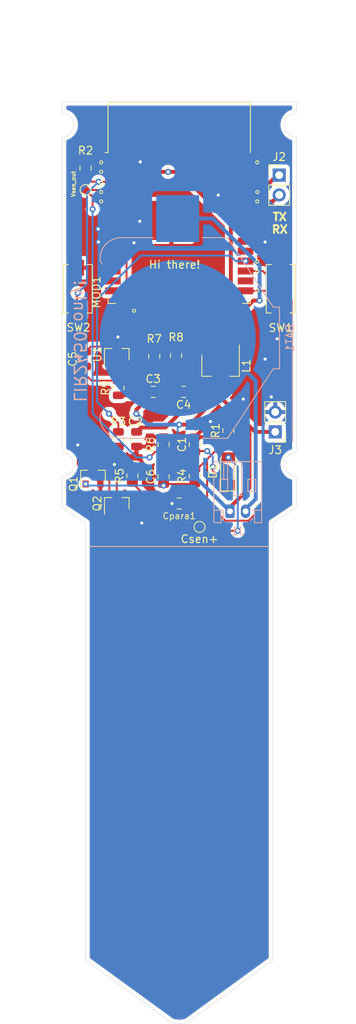
<source format=kicad_pcb>
(kicad_pcb (version 20171130) (host pcbnew "(5.1.5)-3")

  (general
    (thickness 1.6)
    (drawings 40)
    (tracks 300)
    (zones 0)
    (modules 30)
    (nets 18)
  )

  (page A4)
  (title_block
    (title parasite)
    (date 2021-02-05)
    (rev 1.1.0)
    (company rbaron.net)
  )

  (layers
    (0 F.Cu signal)
    (31 B.Cu signal)
    (32 B.Adhes user)
    (33 F.Adhes user)
    (34 B.Paste user)
    (35 F.Paste user)
    (36 B.SilkS user)
    (37 F.SilkS user)
    (38 B.Mask user)
    (39 F.Mask user)
    (40 Dwgs.User user)
    (41 Cmts.User user)
    (42 Eco1.User user hide)
    (43 Eco2.User user hide)
    (44 Edge.Cuts user)
    (45 Margin user)
    (46 B.CrtYd user)
    (47 F.CrtYd user)
    (48 B.Fab user hide)
    (49 F.Fab user hide)
  )

  (setup
    (last_trace_width 0.5)
    (user_trace_width 0.5)
    (user_trace_width 5)
    (user_trace_width 10)
    (trace_clearance 0.2)
    (zone_clearance 0.508)
    (zone_45_only no)
    (trace_min 0.2)
    (via_size 0.8)
    (via_drill 0.4)
    (via_min_size 0.4)
    (via_min_drill 0.3)
    (uvia_size 0.3)
    (uvia_drill 0.1)
    (uvias_allowed no)
    (uvia_min_size 0.2)
    (uvia_min_drill 0.1)
    (edge_width 0.05)
    (segment_width 0.2)
    (pcb_text_width 0.3)
    (pcb_text_size 1.5 1.5)
    (mod_edge_width 0.12)
    (mod_text_size 1 1)
    (mod_text_width 0.15)
    (pad_size 6 5.5)
    (pad_drill 0)
    (pad_to_mask_clearance 0.051)
    (solder_mask_min_width 0.25)
    (aux_axis_origin 0 0)
    (visible_elements 7FFFFFFF)
    (pcbplotparams
      (layerselection 0x010fc_ffffffff)
      (usegerberextensions false)
      (usegerberattributes false)
      (usegerberadvancedattributes false)
      (creategerberjobfile false)
      (excludeedgelayer true)
      (linewidth 0.100000)
      (plotframeref false)
      (viasonmask false)
      (mode 1)
      (useauxorigin false)
      (hpglpennumber 1)
      (hpglpenspeed 20)
      (hpglpendiameter 15.000000)
      (psnegative false)
      (psa4output false)
      (plotreference true)
      (plotvalue true)
      (plotinvisibletext false)
      (padsonsilk false)
      (subtractmaskfromsilk false)
      (outputformat 1)
      (mirror false)
      (drillshape 0)
      (scaleselection 1)
      (outputdirectory "gerber/"))
  )

  (net 0 "")
  (net 1 GND)
  (net 2 /Vsen_out)
  (net 3 +3V3)
  (net 4 +BATT)
  (net 5 /Csen+)
  (net 6 /PWM)
  (net 7 /RX)
  (net 8 /TX)
  (net 9 "Net-(C6-Pad1)")
  (net 10 "Net-(Q2-Pad3)")
  (net 11 "Net-(Q1-Pad3)")
  (net 12 /Vbat_mon)
  (net 13 /Disch)
  (net 14 "Net-(C5-Pad1)")
  (net 15 "Net-(BAT1-PadNeg)")
  (net 16 /en)
  (net 17 /IO0)

  (net_class Default "This is the default net class."
    (clearance 0.2)
    (trace_width 0.25)
    (via_dia 0.8)
    (via_drill 0.4)
    (uvia_dia 0.3)
    (uvia_drill 0.1)
    (add_net +3V3)
    (add_net +BATT)
    (add_net /Csen+)
    (add_net /Disch)
    (add_net /IO0)
    (add_net /PWM)
    (add_net /RX)
    (add_net /TX)
    (add_net /Vbat_mon)
    (add_net /Vsen_out)
    (add_net /en)
    (add_net GND)
    (add_net "Net-(BAT1-PadNeg)")
    (add_net "Net-(C5-Pad1)")
    (add_net "Net-(C6-Pad1)")
    (add_net "Net-(Q1-Pad3)")
    (add_net "Net-(Q2-Pad3)")
  )

  (module Connector_PinHeader_2.54mm:PinHeader_1x02_P2.54mm_Vertical (layer F.Cu) (tedit 59FED5CC) (tstamp 607523D7)
    (at 130.302 84.328 180)
    (descr "Through hole straight pin header, 1x02, 2.54mm pitch, single row")
    (tags "Through hole pin header THT 1x02 2.54mm single row")
    (path /6077BE36)
    (fp_text reference J3 (at 0 -2.33) (layer F.SilkS)
      (effects (font (size 1 1) (thickness 0.15)))
    )
    (fp_text value Conn_01x02 (at 0 4.87) (layer F.Fab)
      (effects (font (size 1 1) (thickness 0.15)))
    )
    (fp_text user %R (at 0 1.27 90) (layer F.Fab)
      (effects (font (size 1 1) (thickness 0.15)))
    )
    (fp_line (start 1.8 -1.8) (end -1.8 -1.8) (layer F.CrtYd) (width 0.05))
    (fp_line (start 1.8 4.35) (end 1.8 -1.8) (layer F.CrtYd) (width 0.05))
    (fp_line (start -1.8 4.35) (end 1.8 4.35) (layer F.CrtYd) (width 0.05))
    (fp_line (start -1.8 -1.8) (end -1.8 4.35) (layer F.CrtYd) (width 0.05))
    (fp_line (start -1.33 -1.33) (end 0 -1.33) (layer F.SilkS) (width 0.12))
    (fp_line (start -1.33 0) (end -1.33 -1.33) (layer F.SilkS) (width 0.12))
    (fp_line (start -1.33 1.27) (end 1.33 1.27) (layer F.SilkS) (width 0.12))
    (fp_line (start 1.33 1.27) (end 1.33 3.87) (layer F.SilkS) (width 0.12))
    (fp_line (start -1.33 1.27) (end -1.33 3.87) (layer F.SilkS) (width 0.12))
    (fp_line (start -1.33 3.87) (end 1.33 3.87) (layer F.SilkS) (width 0.12))
    (fp_line (start -1.27 -0.635) (end -0.635 -1.27) (layer F.Fab) (width 0.1))
    (fp_line (start -1.27 3.81) (end -1.27 -0.635) (layer F.Fab) (width 0.1))
    (fp_line (start 1.27 3.81) (end -1.27 3.81) (layer F.Fab) (width 0.1))
    (fp_line (start 1.27 -1.27) (end 1.27 3.81) (layer F.Fab) (width 0.1))
    (fp_line (start -0.635 -1.27) (end 1.27 -1.27) (layer F.Fab) (width 0.1))
    (pad 2 thru_hole oval (at 0 2.54 180) (size 1.7 1.7) (drill 1) (layers *.Cu *.Mask)
      (net 1 GND))
    (pad 1 thru_hole rect (at 0 0 180) (size 1.7 1.7) (drill 1) (layers *.Cu *.Mask)
      (net 4 +BATT))
    (model ${KISYS3DMOD}/Connector_PinHeader_2.54mm.3dshapes/PinHeader_1x02_P2.54mm_Vertical.wrl
      (at (xyz 0 0 0))
      (scale (xyz 1 1 1))
      (rotate (xyz 0 0 0))
    )
  )

  (module Connector_PinHeader_2.54mm:PinHeader_1x02_P2.54mm_Vertical (layer F.Cu) (tedit 59FED5CC) (tstamp 60751929)
    (at 130.81 51.435)
    (descr "Through hole straight pin header, 1x02, 2.54mm pitch, single row")
    (tags "Through hole pin header THT 1x02 2.54mm single row")
    (path /60778BF9)
    (fp_text reference J2 (at 0 -2.33) (layer F.SilkS)
      (effects (font (size 1 1) (thickness 0.15)))
    )
    (fp_text value Conn_01x02 (at 0 4.87) (layer F.Fab)
      (effects (font (size 1 1) (thickness 0.15)))
    )
    (fp_text user %R (at 0 1.27 90) (layer F.Fab)
      (effects (font (size 1 1) (thickness 0.15)))
    )
    (fp_line (start 1.8 -1.8) (end -1.8 -1.8) (layer F.CrtYd) (width 0.05))
    (fp_line (start 1.8 4.35) (end 1.8 -1.8) (layer F.CrtYd) (width 0.05))
    (fp_line (start -1.8 4.35) (end 1.8 4.35) (layer F.CrtYd) (width 0.05))
    (fp_line (start -1.8 -1.8) (end -1.8 4.35) (layer F.CrtYd) (width 0.05))
    (fp_line (start -1.33 -1.33) (end 0 -1.33) (layer F.SilkS) (width 0.12))
    (fp_line (start -1.33 0) (end -1.33 -1.33) (layer F.SilkS) (width 0.12))
    (fp_line (start -1.33 1.27) (end 1.33 1.27) (layer F.SilkS) (width 0.12))
    (fp_line (start 1.33 1.27) (end 1.33 3.87) (layer F.SilkS) (width 0.12))
    (fp_line (start -1.33 1.27) (end -1.33 3.87) (layer F.SilkS) (width 0.12))
    (fp_line (start -1.33 3.87) (end 1.33 3.87) (layer F.SilkS) (width 0.12))
    (fp_line (start -1.27 -0.635) (end -0.635 -1.27) (layer F.Fab) (width 0.1))
    (fp_line (start -1.27 3.81) (end -1.27 -0.635) (layer F.Fab) (width 0.1))
    (fp_line (start 1.27 3.81) (end -1.27 3.81) (layer F.Fab) (width 0.1))
    (fp_line (start 1.27 -1.27) (end 1.27 3.81) (layer F.Fab) (width 0.1))
    (fp_line (start -0.635 -1.27) (end 1.27 -1.27) (layer F.Fab) (width 0.1))
    (pad 2 thru_hole oval (at 0 2.54) (size 1.7 1.7) (drill 1) (layers *.Cu *.Mask)
      (net 7 /RX))
    (pad 1 thru_hole rect (at 0 0) (size 1.7 1.7) (drill 1) (layers *.Cu *.Mask)
      (net 8 /TX))
    (model ${KISYS3DMOD}/Connector_PinHeader_2.54mm.3dshapes/PinHeader_1x02_P2.54mm_Vertical.wrl
      (at (xyz 0 0 0))
      (scale (xyz 1 1 1))
      (rotate (xyz 0 0 0))
    )
  )

  (module btn:SW_SPST_EVQPE1 (layer F.Cu) (tedit 5A02FC95) (tstamp 60700F53)
    (at 131 66 90)
    (descr "Light Touch Switch, https://industrial.panasonic.com/cdbs/www-data/pdf/ATK0000/ATK0000CE7.pdf")
    (path /6070F745)
    (attr smd)
    (fp_text reference SW1 (at -5 0 180) (layer F.SilkS)
      (effects (font (size 1 1) (thickness 0.15)))
    )
    (fp_text value SW_Push (at 0 3 90) (layer F.Fab)
      (effects (font (size 1 1) (thickness 0.15)))
    )
    (fp_line (start -3.1 1.85) (end 3.1 1.85) (layer F.SilkS) (width 0.12))
    (fp_line (start 3.1 -1.85) (end -3.1 -1.85) (layer F.SilkS) (width 0.12))
    (fp_line (start -3.1 -1.85) (end -3.1 -1.2) (layer F.SilkS) (width 0.12))
    (fp_line (start -3.1 1.2) (end -3.1 1.85) (layer F.SilkS) (width 0.12))
    (fp_line (start 3.1 1.85) (end 3.1 1.2) (layer F.SilkS) (width 0.12))
    (fp_line (start 3.1 -1.85) (end 3.1 -1.2) (layer F.SilkS) (width 0.12))
    (fp_line (start -3.95 2) (end -3.95 -2) (layer F.CrtYd) (width 0.05))
    (fp_line (start 3.95 2) (end -3.95 2) (layer F.CrtYd) (width 0.05))
    (fp_line (start 3.95 -2) (end 3.95 2) (layer F.CrtYd) (width 0.05))
    (fp_line (start -3.95 -2) (end 3.95 -2) (layer F.CrtYd) (width 0.05))
    (fp_line (start -1.4 0.7) (end -1.4 -0.7) (layer F.Fab) (width 0.1))
    (fp_line (start 1.4 0.7) (end -1.4 0.7) (layer F.Fab) (width 0.1))
    (fp_line (start 1.4 -0.7) (end 1.4 0.7) (layer F.Fab) (width 0.1))
    (fp_line (start -1.4 -0.7) (end 1.4 -0.7) (layer F.Fab) (width 0.1))
    (fp_line (start -3 -1.75) (end 3 -1.75) (layer F.Fab) (width 0.1))
    (fp_line (start -3 1.75) (end -3 -1.75) (layer F.Fab) (width 0.1))
    (fp_line (start 3 1.75) (end -3 1.75) (layer F.Fab) (width 0.1))
    (fp_line (start 3 -1.75) (end 3 1.75) (layer F.Fab) (width 0.1))
    (fp_text user %R (at 0 -2.65 90) (layer F.Fab)
      (effects (font (size 1 1) (thickness 0.15)))
    )
    (pad 1 smd rect (at -2.7 0 90) (size 2 1.6) (layers F.Cu F.Paste F.Mask)
      (net 17 /IO0))
    (pad 2 smd rect (at 2.7 0 90) (size 2 1.6) (layers F.Cu F.Paste F.Mask)
      (net 1 GND))
    (model ${KISYS3DMOD}/Button_Switch_SMD.3dshapes/SW_SPST_EVQPE1.wrl
      (at (xyz 0 0 0))
      (scale (xyz 1 1 1))
      (rotate (xyz 0 0 0))
    )
  )

  (module Battery:BatteryHolder_Keystone_3008_1x2450 (layer B.Cu) (tedit 601DC0A9) (tstamp 6070437D)
    (at 117.8 72.3 90)
    (descr http://www.keyelco.com/product-pdf.cfm?p=786)
    (tags "Keystone type 3008 coin cell retainer")
    (path /6020F3E7)
    (attr smd)
    (fp_text reference BAT1 (at 0 14.4 270) (layer B.SilkS)
      (effects (font (size 1 1) (thickness 0.15)) (justify mirror))
    )
    (fp_text value BS-7 (at 0 -14 270) (layer B.Fab)
      (effects (font (size 1 1) (thickness 0.15)) (justify mirror))
    )
    (fp_text user %R (at 0 0 270) (layer B.Fab)
      (effects (font (size 1 1) (thickness 0.15)) (justify mirror))
    )
    (fp_arc (start 0 0) (end 0 -12.8) (angle 41.7) (layer B.CrtYd) (width 0.05))
    (fp_arc (start 0 -21) (end 9.15 -10.05) (angle 3.2) (layer B.CrtYd) (width 0.05))
    (fp_arc (start 0 0) (end 0 -12.8) (angle -41.7) (layer B.CrtYd) (width 0.05))
    (fp_arc (start 0 -21) (end -9.15 -10.05) (angle -3.2) (layer B.CrtYd) (width 0.05))
    (fp_arc (start 10.15 -9) (end 10.15 -10.45) (angle -45) (layer B.CrtYd) (width 0.05))
    (fp_arc (start -10.15 -9) (end -10.15 -10.45) (angle 45) (layer B.CrtYd) (width 0.05))
    (fp_arc (start 10.15 -7.25) (end 10.15 -10.45) (angle 90) (layer B.CrtYd) (width 0.05))
    (fp_arc (start -10.15 -7.25) (end -10.15 -10.45) (angle -90) (layer B.CrtYd) (width 0.05))
    (fp_arc (start 10.15 -9) (end 10.15 -9.95) (angle -45) (layer B.SilkS) (width 0.12))
    (fp_arc (start -10.15 -9) (end -10.15 -9.95) (angle 45) (layer B.SilkS) (width 0.12))
    (fp_arc (start 10.15 -9) (end 10.15 -9.8) (angle -45) (layer B.Fab) (width 0.1))
    (fp_arc (start -10.15 -9) (end -10.15 -9.8) (angle 45) (layer B.Fab) (width 0.1))
    (fp_arc (start 0 -21) (end -9.6 -9.58) (angle -80) (layer B.Fab) (width 0.1))
    (fp_arc (start -10.15 -7.25) (end -10.15 -9.95) (angle -90) (layer B.SilkS) (width 0.12))
    (fp_arc (start 10.15 -7.25) (end 10.15 -9.95) (angle 90) (layer B.SilkS) (width 0.12))
    (fp_line (start 12.85 -3.1) (end 12.85 -7.3) (layer B.SilkS) (width 0.12))
    (fp_line (start -12.85 -3.1) (end -12.85 -7.3) (layer B.SilkS) (width 0.12))
    (fp_line (start 13.35 -3.25) (end 13.35 -7.3) (layer B.CrtYd) (width 0.05))
    (fp_arc (start 10.15 -7.25) (end 10.15 -9.8) (angle 90) (layer B.Fab) (width 0.1))
    (fp_arc (start -10.15 -7.25) (end -10.15 -9.8) (angle -90) (layer B.Fab) (width 0.1))
    (fp_circle (center 0 0) (end 12.25 0) (layer Dwgs.User) (width 0.15))
    (fp_line (start 4.45 13.55) (end 4.45 12.55) (layer B.CrtYd) (width 0.05))
    (fp_line (start -4.45 13.55) (end 4.45 13.55) (layer B.CrtYd) (width 0.05))
    (fp_line (start -4.45 13.55) (end -4.45 12.55) (layer B.CrtYd) (width 0.05))
    (fp_line (start 4.45 12.55) (end 13.35 6.7) (layer B.CrtYd) (width 0.05))
    (fp_line (start 13.35 6.7) (end 13.35 3.25) (layer B.CrtYd) (width 0.05))
    (fp_line (start 18.8 -3.25) (end 13.35 -3.25) (layer B.CrtYd) (width 0.05))
    (fp_line (start 18.8 3.25) (end 18.8 -3.25) (layer B.CrtYd) (width 0.05))
    (fp_line (start 13.35 3.25) (end 18.8 3.25) (layer B.CrtYd) (width 0.05))
    (fp_line (start -4.45 12.55) (end -13.35 6.7) (layer B.CrtYd) (width 0.05))
    (fp_line (start -18.8 3.25) (end -18.8 -3.25) (layer B.CrtYd) (width 0.05))
    (fp_line (start -18.8 -3.25) (end -13.35 -3.25) (layer B.CrtYd) (width 0.05))
    (fp_line (start -13.35 -3.25) (end -13.35 -7.3) (layer B.CrtYd) (width 0.05))
    (fp_line (start -13.35 3.25) (end -18.8 3.25) (layer B.CrtYd) (width 0.05))
    (fp_line (start -13.35 6.7) (end -13.35 3.25) (layer B.CrtYd) (width 0.05))
    (fp_line (start 12.85 6.4) (end 12.85 3.1) (layer B.SilkS) (width 0.12))
    (fp_line (start 3.95 12.25) (end 12.85 6.4) (layer B.SilkS) (width 0.12))
    (fp_line (start 3.95 13.05) (end 3.95 12.25) (layer B.SilkS) (width 0.12))
    (fp_line (start -3.95 13.05) (end 3.95 13.05) (layer B.SilkS) (width 0.12))
    (fp_line (start -3.95 13.05) (end -3.95 12.25) (layer B.SilkS) (width 0.12))
    (fp_line (start -3.95 12.25) (end -12.85 6.4) (layer B.SilkS) (width 0.12))
    (fp_line (start -12.85 6.4) (end -12.85 3.1) (layer B.SilkS) (width 0.12))
    (fp_line (start 3.8 12.2) (end 12.7 6.35) (layer B.Fab) (width 0.1))
    (fp_line (start 12.7 6.35) (end 12.7 -7.3) (layer B.Fab) (width 0.1))
    (fp_line (start -3.8 12.2) (end -12.7 6.35) (layer B.Fab) (width 0.1))
    (fp_line (start -12.7 6.35) (end -12.7 -7.3) (layer B.Fab) (width 0.1))
    (fp_line (start -3.8 12.9) (end -3.8 12.2) (layer B.Fab) (width 0.1))
    (fp_line (start 3.8 12.9) (end 3.8 12.2) (layer B.Fab) (width 0.1))
    (fp_line (start -3.8 12.9) (end 3.8 12.9) (layer B.Fab) (width 0.1))
    (pad Pos smd rect (at -15.3 0 90) (size 6.000001 5.499999) (layers B.Cu B.Paste B.Mask)
      (net 4 +BATT))
    (pad Pos smd rect (at 15.3 0 90) (size 6.000001 5.499999) (layers B.Cu B.Paste B.Mask)
      (net 4 +BATT))
    (pad Neg smd circle (at 0 0 90) (size 20.000001 20.000001) (layers B.Cu B.Mask)
      (net 15 "Net-(BAT1-PadNeg)"))
    (model ${KISYS3DMOD}/Battery.3dshapes/BatteryHolder_Keystone_3008_1x2450.wrl
      (at (xyz 0 0 0))
      (scale (xyz 1 1 1))
      (rotate (xyz 0 0 0))
    )
  )

  (module btn:SW_SPST_EVQPE1 (layer F.Cu) (tedit 5A02FC95) (tstamp 60700F6C)
    (at 105 66 90)
    (descr "Light Touch Switch, https://industrial.panasonic.com/cdbs/www-data/pdf/ATK0000/ATK0000CE7.pdf")
    (path /607100A6)
    (attr smd)
    (fp_text reference SW2 (at -4.96 0.098 180) (layer F.SilkS)
      (effects (font (size 1 1) (thickness 0.15)))
    )
    (fp_text value SW_Push (at 0 3 90) (layer F.Fab)
      (effects (font (size 1 1) (thickness 0.15)))
    )
    (fp_line (start -3.1 1.85) (end 3.1 1.85) (layer F.SilkS) (width 0.12))
    (fp_line (start 3.1 -1.85) (end -3.1 -1.85) (layer F.SilkS) (width 0.12))
    (fp_line (start -3.1 -1.85) (end -3.1 -1.2) (layer F.SilkS) (width 0.12))
    (fp_line (start -3.1 1.2) (end -3.1 1.85) (layer F.SilkS) (width 0.12))
    (fp_line (start 3.1 1.85) (end 3.1 1.2) (layer F.SilkS) (width 0.12))
    (fp_line (start 3.1 -1.85) (end 3.1 -1.2) (layer F.SilkS) (width 0.12))
    (fp_line (start -3.95 2) (end -3.95 -2) (layer F.CrtYd) (width 0.05))
    (fp_line (start 3.95 2) (end -3.95 2) (layer F.CrtYd) (width 0.05))
    (fp_line (start 3.95 -2) (end 3.95 2) (layer F.CrtYd) (width 0.05))
    (fp_line (start -3.95 -2) (end 3.95 -2) (layer F.CrtYd) (width 0.05))
    (fp_line (start -1.4 0.7) (end -1.4 -0.7) (layer F.Fab) (width 0.1))
    (fp_line (start 1.4 0.7) (end -1.4 0.7) (layer F.Fab) (width 0.1))
    (fp_line (start 1.4 -0.7) (end 1.4 0.7) (layer F.Fab) (width 0.1))
    (fp_line (start -1.4 -0.7) (end 1.4 -0.7) (layer F.Fab) (width 0.1))
    (fp_line (start -3 -1.75) (end 3 -1.75) (layer F.Fab) (width 0.1))
    (fp_line (start -3 1.75) (end -3 -1.75) (layer F.Fab) (width 0.1))
    (fp_line (start 3 1.75) (end -3 1.75) (layer F.Fab) (width 0.1))
    (fp_line (start 3 -1.75) (end 3 1.75) (layer F.Fab) (width 0.1))
    (fp_text user %R (at 0 -2.65 90) (layer F.Fab)
      (effects (font (size 1 1) (thickness 0.15)))
    )
    (pad 1 smd rect (at -2.7 0 90) (size 2 1.6) (layers F.Cu F.Paste F.Mask)
      (net 16 /en))
    (pad 2 smd rect (at 2.7 0 90) (size 2 1.6) (layers F.Cu F.Paste F.Mask)
      (net 1 GND))
    (model ${KISYS3DMOD}/Button_Switch_SMD.3dshapes/SW_SPST_EVQPE1.wrl
      (at (xyz 0 0 0))
      (scale (xyz 1 1 1))
      (rotate (xyz 0 0 0))
    )
  )

  (module esp32:ESP32 (layer F.Cu) (tedit 5B5B4654) (tstamp 600D38F0)
    (at 118 58)
    (descr "Single 2.4 GHz Wi-Fi and Bluetooth combo chip https://www.espressif.com/sites/default/files/documentation/esp32-wroom-32_datasheet_en.pdf")
    (tags "Single 2.4 GHz Wi-Fi and Bluetooth combo  chip")
    (path /600B059D)
    (attr smd)
    (fp_text reference MOD1 (at -10.61 8.43 90) (layer F.SilkS)
      (effects (font (size 1 1) (thickness 0.15)))
    )
    (fp_text value ESP32-WROOM-32 (at 0 11.5) (layer F.Fab)
      (effects (font (size 1 1) (thickness 0.15)))
    )
    (fp_text user %R (at 0 0) (layer F.Fab)
      (effects (font (size 1 1) (thickness 0.15)))
    )
    (fp_text user "KEEP-OUT ZONE" (at 0 -19) (layer Cmts.User)
      (effects (font (size 1 1) (thickness 0.15)))
    )
    (fp_text user Antenna (at 0 -13) (layer Cmts.User)
      (effects (font (size 1 1) (thickness 0.15)))
    )
    (fp_text user "5 mm" (at 11.8 -14.375) (layer Cmts.User)
      (effects (font (size 0.5 0.5) (thickness 0.1)))
    )
    (fp_text user "5 mm" (at -11.2 -14.375) (layer Cmts.User)
      (effects (font (size 0.5 0.5) (thickness 0.1)))
    )
    (fp_text user "5 mm" (at 7.8 -19.075 90) (layer Cmts.User)
      (effects (font (size 0.5 0.5) (thickness 0.1)))
    )
    (fp_line (start -14 -9.97) (end -14 -20.75) (layer Dwgs.User) (width 0.1))
    (fp_line (start 9 9.76) (end 9 -15.745) (layer F.Fab) (width 0.1))
    (fp_line (start -9 9.76) (end 9 9.76) (layer F.Fab) (width 0.1))
    (fp_line (start -9 -15.745) (end -9 -10.02) (layer F.Fab) (width 0.1))
    (fp_line (start -9 -15.745) (end 9 -15.745) (layer F.Fab) (width 0.1))
    (fp_line (start -9.75 10.5) (end -9.75 -9.72) (layer F.CrtYd) (width 0.05))
    (fp_line (start -9.75 10.5) (end 9.75 10.5) (layer F.CrtYd) (width 0.05))
    (fp_line (start 9.75 -9.72) (end 9.75 10.5) (layer F.CrtYd) (width 0.05))
    (fp_line (start -14.25 -21) (end 14.25 -21) (layer F.CrtYd) (width 0.05))
    (fp_line (start -9 -9.02) (end -9 9.76) (layer F.Fab) (width 0.1))
    (fp_line (start -8.5 -9.52) (end -9 -10.02) (layer F.Fab) (width 0.1))
    (fp_line (start -9 -9.02) (end -8.5 -9.52) (layer F.Fab) (width 0.1))
    (fp_line (start 14 -9.97) (end -14 -9.97) (layer Dwgs.User) (width 0.1))
    (fp_line (start 14 -9.97) (end 14 -20.75) (layer Dwgs.User) (width 0.1))
    (fp_line (start 14 -20.75) (end -14 -20.75) (layer Dwgs.User) (width 0.1))
    (fp_line (start -14.25 -21) (end -14.25 -9.72) (layer F.CrtYd) (width 0.05))
    (fp_line (start 14.25 -21) (end 14.25 -9.72) (layer F.CrtYd) (width 0.05))
    (fp_line (start -14.25 -9.72) (end -9.75 -9.72) (layer F.CrtYd) (width 0.05))
    (fp_line (start 9.75 -9.72) (end 14.25 -9.72) (layer F.CrtYd) (width 0.05))
    (fp_line (start -12.525 -20.75) (end -14 -19.66) (layer Dwgs.User) (width 0.1))
    (fp_line (start -10.525 -20.75) (end -14 -18.045) (layer Dwgs.User) (width 0.1))
    (fp_line (start -8.525 -20.75) (end -14 -16.43) (layer Dwgs.User) (width 0.1))
    (fp_line (start -6.525 -20.75) (end -14 -14.815) (layer Dwgs.User) (width 0.1))
    (fp_line (start -4.525 -20.75) (end -14 -13.2) (layer Dwgs.User) (width 0.1))
    (fp_line (start -2.525 -20.75) (end -14 -11.585) (layer Dwgs.User) (width 0.1))
    (fp_line (start -0.525 -20.75) (end -14 -9.97) (layer Dwgs.User) (width 0.1))
    (fp_line (start 1.475 -20.75) (end -12 -9.97) (layer Dwgs.User) (width 0.1))
    (fp_line (start 3.475 -20.75) (end -10 -9.97) (layer Dwgs.User) (width 0.1))
    (fp_line (start -8 -9.97) (end 5.475 -20.75) (layer Dwgs.User) (width 0.1))
    (fp_line (start 7.475 -20.75) (end -6 -9.97) (layer Dwgs.User) (width 0.1))
    (fp_line (start 9.475 -20.75) (end -4 -9.97) (layer Dwgs.User) (width 0.1))
    (fp_line (start 11.475 -20.75) (end -2 -9.97) (layer Dwgs.User) (width 0.1))
    (fp_line (start 13.475 -20.75) (end 0 -9.97) (layer Dwgs.User) (width 0.1))
    (fp_line (start 14 -19.66) (end 2 -9.97) (layer Dwgs.User) (width 0.1))
    (fp_line (start 14 -18.045) (end 4 -9.97) (layer Dwgs.User) (width 0.1))
    (fp_line (start 14 -16.43) (end 6 -9.97) (layer Dwgs.User) (width 0.1))
    (fp_line (start 14 -14.815) (end 8 -9.97) (layer Dwgs.User) (width 0.1))
    (fp_line (start 14 -13.2) (end 10 -9.97) (layer Dwgs.User) (width 0.1))
    (fp_line (start 14 -11.585) (end 12 -9.97) (layer Dwgs.User) (width 0.1))
    (fp_line (start 9.2 -13.875) (end 13.8 -13.875) (layer Cmts.User) (width 0.1))
    (fp_line (start 13.8 -13.875) (end 13.6 -14.075) (layer Cmts.User) (width 0.1))
    (fp_line (start 13.8 -13.875) (end 13.6 -13.675) (layer Cmts.User) (width 0.1))
    (fp_line (start 9.2 -13.875) (end 9.4 -14.075) (layer Cmts.User) (width 0.1))
    (fp_line (start 9.2 -13.875) (end 9.4 -13.675) (layer Cmts.User) (width 0.1))
    (fp_line (start -13.8 -13.875) (end -13.6 -14.075) (layer Cmts.User) (width 0.1))
    (fp_line (start -13.8 -13.875) (end -13.6 -13.675) (layer Cmts.User) (width 0.1))
    (fp_line (start -9.2 -13.875) (end -9.4 -13.675) (layer Cmts.User) (width 0.1))
    (fp_line (start -13.8 -13.875) (end -9.2 -13.875) (layer Cmts.User) (width 0.1))
    (fp_line (start -9.2 -13.875) (end -9.4 -14.075) (layer Cmts.User) (width 0.1))
    (fp_line (start 8.4 -16) (end 8.2 -16.2) (layer Cmts.User) (width 0.1))
    (fp_line (start 8.4 -16) (end 8.6 -16.2) (layer Cmts.User) (width 0.1))
    (fp_line (start 8.4 -20.6) (end 8.6 -20.4) (layer Cmts.User) (width 0.1))
    (fp_line (start 8.4 -16) (end 8.4 -20.6) (layer Cmts.User) (width 0.1))
    (fp_line (start 8.4 -20.6) (end 8.2 -20.4) (layer Cmts.User) (width 0.1))
    (fp_line (start -9.12 9.1) (end -9.12 9.88) (layer F.SilkS) (width 0.12))
    (fp_line (start -9.12 9.88) (end -8.12 9.88) (layer F.SilkS) (width 0.12))
    (fp_line (start 9.12 9.1) (end 9.12 9.88) (layer F.SilkS) (width 0.12))
    (fp_line (start 9.12 9.88) (end 8.12 9.88) (layer F.SilkS) (width 0.12))
    (fp_line (start -9.12 -15.865) (end 9.12 -15.865) (layer F.SilkS) (width 0.12))
    (fp_line (start 9.12 -15.865) (end 9.12 -9.445) (layer F.SilkS) (width 0.12))
    (fp_line (start -9.12 -15.865) (end -9.12 -9.445) (layer F.SilkS) (width 0.12))
    (fp_line (start -9.12 -9.445) (end -9.5 -9.445) (layer F.SilkS) (width 0.12))
    (pad 39 smd rect (at -1 -0.755) (size 5 5) (layers F.Cu F.Paste F.Mask)
      (net 1 GND))
    (pad 1 smd rect (at -8.5 -8.255) (size 2 0.9) (layers F.Cu F.Paste F.Mask)
      (net 1 GND))
    (pad 2 smd rect (at -8.5 -6.985) (size 2 0.9) (layers F.Cu F.Paste F.Mask)
      (net 3 +3V3))
    (pad 3 smd rect (at -8.5 -5.715) (size 2 0.9) (layers F.Cu F.Paste F.Mask)
      (net 16 /en))
    (pad 4 smd rect (at -8.5 -4.445) (size 2 0.9) (layers F.Cu F.Paste F.Mask)
      (net 2 /Vsen_out))
    (pad 5 smd rect (at -8.5 -3.175) (size 2 0.9) (layers F.Cu F.Paste F.Mask)
      (net 12 /Vbat_mon))
    (pad 6 smd rect (at -8.5 -1.905) (size 2 0.9) (layers F.Cu F.Paste F.Mask))
    (pad 7 smd rect (at -8.5 -0.635) (size 2 0.9) (layers F.Cu F.Paste F.Mask))
    (pad 8 smd rect (at -8.5 0.635) (size 2 0.9) (layers F.Cu F.Paste F.Mask))
    (pad 9 smd rect (at -8.5 1.905) (size 2 0.9) (layers F.Cu F.Paste F.Mask))
    (pad 10 smd rect (at -8.5 3.175) (size 2 0.9) (layers F.Cu F.Paste F.Mask))
    (pad 11 smd rect (at -8.5 4.445) (size 2 0.9) (layers F.Cu F.Paste F.Mask))
    (pad 12 smd rect (at -8.5 5.715) (size 2 0.9) (layers F.Cu F.Paste F.Mask))
    (pad 13 smd rect (at -8.5 6.985) (size 2 0.9) (layers F.Cu F.Paste F.Mask))
    (pad 14 smd rect (at -8.5 8.255) (size 2 0.9) (layers F.Cu F.Paste F.Mask))
    (pad 15 smd rect (at -5.715 9.255 90) (size 2 0.9) (layers F.Cu F.Paste F.Mask)
      (net 1 GND))
    (pad 16 smd rect (at -4.445 9.255 90) (size 2 0.9) (layers F.Cu F.Paste F.Mask))
    (pad 17 smd rect (at -3.175 9.255 90) (size 2 0.9) (layers F.Cu F.Paste F.Mask))
    (pad 18 smd rect (at -1.905 9.255 90) (size 2 0.9) (layers F.Cu F.Paste F.Mask))
    (pad 19 smd rect (at -0.635 9.255 90) (size 2 0.9) (layers F.Cu F.Paste F.Mask))
    (pad 20 smd rect (at 0.635 9.255 90) (size 2 0.9) (layers F.Cu F.Paste F.Mask))
    (pad 21 smd rect (at 1.905 9.255 90) (size 2 0.9) (layers F.Cu F.Paste F.Mask))
    (pad 22 smd rect (at 3.175 9.255 90) (size 2 0.9) (layers F.Cu F.Paste F.Mask))
    (pad 23 smd rect (at 4.445 9.255 90) (size 2 0.9) (layers F.Cu F.Paste F.Mask))
    (pad 24 smd rect (at 5.715 9.255 90) (size 2 0.9) (layers F.Cu F.Paste F.Mask))
    (pad 25 smd rect (at 8.5 8.255) (size 2 0.9) (layers F.Cu F.Paste F.Mask)
      (net 17 /IO0))
    (pad 26 smd rect (at 8.5 6.985) (size 2 0.9) (layers F.Cu F.Paste F.Mask))
    (pad 27 smd rect (at 8.5 5.715) (size 2 0.9) (layers F.Cu F.Paste F.Mask)
      (net 6 /PWM))
    (pad 28 smd rect (at 8.5 4.445) (size 2 0.9) (layers F.Cu F.Paste F.Mask)
      (net 13 /Disch))
    (pad 29 smd rect (at 8.5 3.175) (size 2 0.9) (layers F.Cu F.Paste F.Mask))
    (pad 30 smd rect (at 8.5 1.905) (size 2 0.9) (layers F.Cu F.Paste F.Mask))
    (pad 31 smd rect (at 8.5 0.635) (size 2 0.9) (layers F.Cu F.Paste F.Mask))
    (pad 32 smd rect (at 8.5 -0.635) (size 2 0.9) (layers F.Cu F.Paste F.Mask))
    (pad 33 smd rect (at 8.5 -1.905) (size 2 0.9) (layers F.Cu F.Paste F.Mask))
    (pad 34 smd rect (at 8.5 -3.175) (size 2 0.9) (layers F.Cu F.Paste F.Mask)
      (net 7 /RX))
    (pad 35 smd rect (at 8.5 -4.445) (size 2 0.9) (layers F.Cu F.Paste F.Mask)
      (net 8 /TX))
    (pad 36 smd rect (at 8.5 -5.715) (size 2 0.9) (layers F.Cu F.Paste F.Mask))
    (pad 37 smd rect (at 8.5 -6.985) (size 2 0.9) (layers F.Cu F.Paste F.Mask))
    (pad 38 smd rect (at 8.5 -8.255) (size 2 0.9) (layers F.Cu F.Paste F.Mask)
      (net 1 GND))
    (model ${KISYS3DMOD}/RF_Module.3dshapes/ESP32-WROOM-32.wrl
      (at (xyz 0 0 0))
      (scale (xyz 1 1 1))
      (rotate (xyz 0 0 0))
    )
  )

  (module Resistor_SMD:R_0805_2012Metric (layer F.Cu) (tedit 5B36C52B) (tstamp 601E26E6)
    (at 117.6 74.5375 270)
    (descr "Resistor SMD 0805 (2012 Metric), square (rectangular) end terminal, IPC_7351 nominal, (Body size source: https://docs.google.com/spreadsheets/d/1BsfQQcO9C6DZCsRaXUlFlo91Tg2WpOkGARC1WS5S8t0/edit?usp=sharing), generated with kicad-footprint-generator")
    (tags resistor)
    (path /600E34F7)
    (attr smd)
    (fp_text reference R8 (at -2.3375 0 180) (layer F.SilkS)
      (effects (font (size 1 1) (thickness 0.15)))
    )
    (fp_text value 470k (at 0 1.65 90) (layer F.Fab)
      (effects (font (size 1 1) (thickness 0.15)))
    )
    (fp_text user %R (at 0 0 90) (layer F.Fab)
      (effects (font (size 0.5 0.5) (thickness 0.08)))
    )
    (fp_line (start 1.68 0.95) (end -1.68 0.95) (layer F.CrtYd) (width 0.05))
    (fp_line (start 1.68 -0.95) (end 1.68 0.95) (layer F.CrtYd) (width 0.05))
    (fp_line (start -1.68 -0.95) (end 1.68 -0.95) (layer F.CrtYd) (width 0.05))
    (fp_line (start -1.68 0.95) (end -1.68 -0.95) (layer F.CrtYd) (width 0.05))
    (fp_line (start -0.258578 0.71) (end 0.258578 0.71) (layer F.SilkS) (width 0.12))
    (fp_line (start -0.258578 -0.71) (end 0.258578 -0.71) (layer F.SilkS) (width 0.12))
    (fp_line (start 1 0.6) (end -1 0.6) (layer F.Fab) (width 0.1))
    (fp_line (start 1 -0.6) (end 1 0.6) (layer F.Fab) (width 0.1))
    (fp_line (start -1 -0.6) (end 1 -0.6) (layer F.Fab) (width 0.1))
    (fp_line (start -1 0.6) (end -1 -0.6) (layer F.Fab) (width 0.1))
    (pad 2 smd roundrect (at 0.9375 0 270) (size 0.975 1.4) (layers F.Cu F.Paste F.Mask) (roundrect_rratio 0.25)
      (net 1 GND))
    (pad 1 smd roundrect (at -0.9375 0 270) (size 0.975 1.4) (layers F.Cu F.Paste F.Mask) (roundrect_rratio 0.25)
      (net 12 /Vbat_mon))
    (model ${KISYS3DMOD}/Resistor_SMD.3dshapes/R_0805_2012Metric.wrl
      (at (xyz 0 0 0))
      (scale (xyz 1 1 1))
      (rotate (xyz 0 0 0))
    )
  )

  (module Resistor_SMD:R_0805_2012Metric (layer F.Cu) (tedit 5B36C52B) (tstamp 601E26B6)
    (at 114.8 74.6625 90)
    (descr "Resistor SMD 0805 (2012 Metric), square (rectangular) end terminal, IPC_7351 nominal, (Body size source: https://docs.google.com/spreadsheets/d/1BsfQQcO9C6DZCsRaXUlFlo91Tg2WpOkGARC1WS5S8t0/edit?usp=sharing), generated with kicad-footprint-generator")
    (tags resistor)
    (path /600E2554)
    (attr smd)
    (fp_text reference R7 (at 2.2625 0 180) (layer F.SilkS)
      (effects (font (size 1 1) (thickness 0.15)))
    )
    (fp_text value 470k (at 0 1.65 90) (layer F.Fab)
      (effects (font (size 1 1) (thickness 0.15)))
    )
    (fp_text user %R (at 0 0 90) (layer F.Fab)
      (effects (font (size 0.5 0.5) (thickness 0.08)))
    )
    (fp_line (start 1.68 0.95) (end -1.68 0.95) (layer F.CrtYd) (width 0.05))
    (fp_line (start 1.68 -0.95) (end 1.68 0.95) (layer F.CrtYd) (width 0.05))
    (fp_line (start -1.68 -0.95) (end 1.68 -0.95) (layer F.CrtYd) (width 0.05))
    (fp_line (start -1.68 0.95) (end -1.68 -0.95) (layer F.CrtYd) (width 0.05))
    (fp_line (start -0.258578 0.71) (end 0.258578 0.71) (layer F.SilkS) (width 0.12))
    (fp_line (start -0.258578 -0.71) (end 0.258578 -0.71) (layer F.SilkS) (width 0.12))
    (fp_line (start 1 0.6) (end -1 0.6) (layer F.Fab) (width 0.1))
    (fp_line (start 1 -0.6) (end 1 0.6) (layer F.Fab) (width 0.1))
    (fp_line (start -1 -0.6) (end 1 -0.6) (layer F.Fab) (width 0.1))
    (fp_line (start -1 0.6) (end -1 -0.6) (layer F.Fab) (width 0.1))
    (pad 2 smd roundrect (at 0.9375 0 90) (size 0.975 1.4) (layers F.Cu F.Paste F.Mask) (roundrect_rratio 0.25)
      (net 12 /Vbat_mon))
    (pad 1 smd roundrect (at -0.9375 0 90) (size 0.975 1.4) (layers F.Cu F.Paste F.Mask) (roundrect_rratio 0.25)
      (net 4 +BATT))
    (model ${KISYS3DMOD}/Resistor_SMD.3dshapes/R_0805_2012Metric.wrl
      (at (xyz 0 0 0))
      (scale (xyz 1 1 1))
      (rotate (xyz 0 0 0))
    )
  )

  (module Package_TO_SOT_SMD:SOT-23 (layer F.Cu) (tedit 5A02FF57) (tstamp 600DE38B)
    (at 110 93.5 90)
    (descr "SOT-23, Standard")
    (tags SOT-23)
    (path /601897A7)
    (attr smd)
    (fp_text reference Q2 (at 0 -2.5 90) (layer F.SilkS)
      (effects (font (size 1 1) (thickness 0.15)))
    )
    (fp_text value MMBT3904 (at 0 2.5 90) (layer F.Fab)
      (effects (font (size 1 1) (thickness 0.15)))
    )
    (fp_line (start 0.76 1.58) (end -0.7 1.58) (layer F.SilkS) (width 0.12))
    (fp_line (start 0.76 -1.58) (end -1.4 -1.58) (layer F.SilkS) (width 0.12))
    (fp_line (start -1.7 1.75) (end -1.7 -1.75) (layer F.CrtYd) (width 0.05))
    (fp_line (start 1.7 1.75) (end -1.7 1.75) (layer F.CrtYd) (width 0.05))
    (fp_line (start 1.7 -1.75) (end 1.7 1.75) (layer F.CrtYd) (width 0.05))
    (fp_line (start -1.7 -1.75) (end 1.7 -1.75) (layer F.CrtYd) (width 0.05))
    (fp_line (start 0.76 -1.58) (end 0.76 -0.65) (layer F.SilkS) (width 0.12))
    (fp_line (start 0.76 1.58) (end 0.76 0.65) (layer F.SilkS) (width 0.12))
    (fp_line (start -0.7 1.52) (end 0.7 1.52) (layer F.Fab) (width 0.1))
    (fp_line (start 0.7 -1.52) (end 0.7 1.52) (layer F.Fab) (width 0.1))
    (fp_line (start -0.7 -0.95) (end -0.15 -1.52) (layer F.Fab) (width 0.1))
    (fp_line (start -0.15 -1.52) (end 0.7 -1.52) (layer F.Fab) (width 0.1))
    (fp_line (start -0.7 -0.95) (end -0.7 1.5) (layer F.Fab) (width 0.1))
    (fp_text user %R (at 0 0) (layer F.Fab)
      (effects (font (size 0.5 0.5) (thickness 0.075)))
    )
    (pad 3 smd rect (at 1 0 90) (size 0.9 0.8) (layers F.Cu F.Paste F.Mask)
      (net 10 "Net-(Q2-Pad3)"))
    (pad 2 smd rect (at -1 0.95 90) (size 0.9 0.8) (layers F.Cu F.Paste F.Mask)
      (net 1 GND))
    (pad 1 smd rect (at -1 -0.95 90) (size 0.9 0.8) (layers F.Cu F.Paste F.Mask)
      (net 11 "Net-(Q1-Pad3)"))
    (model ${KISYS3DMOD}/Package_TO_SOT_SMD.3dshapes/SOT-23.wrl
      (at (xyz 0 0 0))
      (scale (xyz 1 1 1))
      (rotate (xyz 0 0 0))
    )
  )

  (module Package_TO_SOT_SMD:SOT-23 (layer F.Cu) (tedit 5A02FF57) (tstamp 600DE2E8)
    (at 106.95 90 90)
    (descr "SOT-23, Standard")
    (tags SOT-23)
    (path /60188253)
    (attr smd)
    (fp_text reference Q1 (at -1 -2.5 90) (layer F.SilkS)
      (effects (font (size 1 1) (thickness 0.15)))
    )
    (fp_text value MMBT3904 (at 0 2.5 90) (layer F.Fab)
      (effects (font (size 1 1) (thickness 0.15)))
    )
    (fp_line (start 0.76 1.58) (end -0.7 1.58) (layer F.SilkS) (width 0.12))
    (fp_line (start 0.76 -1.58) (end -1.4 -1.58) (layer F.SilkS) (width 0.12))
    (fp_line (start -1.7 1.75) (end -1.7 -1.75) (layer F.CrtYd) (width 0.05))
    (fp_line (start 1.7 1.75) (end -1.7 1.75) (layer F.CrtYd) (width 0.05))
    (fp_line (start 1.7 -1.75) (end 1.7 1.75) (layer F.CrtYd) (width 0.05))
    (fp_line (start -1.7 -1.75) (end 1.7 -1.75) (layer F.CrtYd) (width 0.05))
    (fp_line (start 0.76 -1.58) (end 0.76 -0.65) (layer F.SilkS) (width 0.12))
    (fp_line (start 0.76 1.58) (end 0.76 0.65) (layer F.SilkS) (width 0.12))
    (fp_line (start -0.7 1.52) (end 0.7 1.52) (layer F.Fab) (width 0.1))
    (fp_line (start 0.7 -1.52) (end 0.7 1.52) (layer F.Fab) (width 0.1))
    (fp_line (start -0.7 -0.95) (end -0.15 -1.52) (layer F.Fab) (width 0.1))
    (fp_line (start -0.15 -1.52) (end 0.7 -1.52) (layer F.Fab) (width 0.1))
    (fp_line (start -0.7 -0.95) (end -0.7 1.5) (layer F.Fab) (width 0.1))
    (fp_text user %R (at 0 0) (layer F.Fab)
      (effects (font (size 0.5 0.5) (thickness 0.075)))
    )
    (pad 3 smd rect (at 1 0 90) (size 0.9 0.8) (layers F.Cu F.Paste F.Mask)
      (net 11 "Net-(Q1-Pad3)"))
    (pad 2 smd rect (at -1 0.95 90) (size 0.9 0.8) (layers F.Cu F.Paste F.Mask)
      (net 1 GND))
    (pad 1 smd rect (at -1 -0.95 90) (size 0.9 0.8) (layers F.Cu F.Paste F.Mask)
      (net 9 "Net-(C6-Pad1)"))
    (model ${KISYS3DMOD}/Package_TO_SOT_SMD.3dshapes/SOT-23.wrl
      (at (xyz 0 0 0))
      (scale (xyz 1 1 1))
      (rotate (xyz 0 0 0))
    )
  )

  (module Capacitor_SMD:C_0805_2012Metric (layer F.Cu) (tedit 5B36C52B) (tstamp 601ED2A5)
    (at 118 93.5)
    (descr "Capacitor SMD 0805 (2012 Metric), square (rectangular) end terminal, IPC_7351 nominal, (Body size source: https://docs.google.com/spreadsheets/d/1BsfQQcO9C6DZCsRaXUlFlo91Tg2WpOkGARC1WS5S8t0/edit?usp=sharing), generated with kicad-footprint-generator")
    (tags capacitor)
    (path /6016579E)
    (attr smd)
    (fp_text reference Cpara1 (at 0 1.6) (layer F.SilkS)
      (effects (font (size 0.8 0.8) (thickness 0.12)))
    )
    (fp_text value 5p (at 0 1.65) (layer F.Fab)
      (effects (font (size 1 1) (thickness 0.15)))
    )
    (fp_text user %R (at 0 0) (layer F.Fab)
      (effects (font (size 0.5 0.5) (thickness 0.08)))
    )
    (fp_line (start 1.68 0.95) (end -1.68 0.95) (layer F.CrtYd) (width 0.05))
    (fp_line (start 1.68 -0.95) (end 1.68 0.95) (layer F.CrtYd) (width 0.05))
    (fp_line (start -1.68 -0.95) (end 1.68 -0.95) (layer F.CrtYd) (width 0.05))
    (fp_line (start -1.68 0.95) (end -1.68 -0.95) (layer F.CrtYd) (width 0.05))
    (fp_line (start -0.258578 0.71) (end 0.258578 0.71) (layer F.SilkS) (width 0.12))
    (fp_line (start -0.258578 -0.71) (end 0.258578 -0.71) (layer F.SilkS) (width 0.12))
    (fp_line (start 1 0.6) (end -1 0.6) (layer F.Fab) (width 0.1))
    (fp_line (start 1 -0.6) (end 1 0.6) (layer F.Fab) (width 0.1))
    (fp_line (start -1 -0.6) (end 1 -0.6) (layer F.Fab) (width 0.1))
    (fp_line (start -1 0.6) (end -1 -0.6) (layer F.Fab) (width 0.1))
    (pad 2 smd roundrect (at 0.9375 0) (size 0.975 1.4) (layers F.Cu F.Paste F.Mask) (roundrect_rratio 0.25)
      (net 5 /Csen+))
    (pad 1 smd roundrect (at -0.9375 0) (size 0.975 1.4) (layers F.Cu F.Paste F.Mask) (roundrect_rratio 0.25)
      (net 1 GND))
    (model ${KISYS3DMOD}/Capacitor_SMD.3dshapes/C_0805_2012Metric.wrl
      (at (xyz 0 0 0))
      (scale (xyz 1 1 1))
      (rotate (xyz 0 0 0))
    )
  )

  (module Capacitor_SMD:C_0805_2012Metric (layer F.Cu) (tedit 5B36C52B) (tstamp 600D4D96)
    (at 120 85.9375 90)
    (descr "Capacitor SMD 0805 (2012 Metric), square (rectangular) end terminal, IPC_7351 nominal, (Body size source: https://docs.google.com/spreadsheets/d/1BsfQQcO9C6DZCsRaXUlFlo91Tg2WpOkGARC1WS5S8t0/edit?usp=sharing), generated with kicad-footprint-generator")
    (tags capacitor)
    (path /600E6E5B)
    (attr smd)
    (fp_text reference C1 (at 0 -1.65 90) (layer F.SilkS)
      (effects (font (size 1 1) (thickness 0.15)))
    )
    (fp_text value 1n (at 0 1.65 90) (layer F.Fab)
      (effects (font (size 1 1) (thickness 0.15)))
    )
    (fp_text user %R (at 0 0 90) (layer F.Fab)
      (effects (font (size 0.5 0.5) (thickness 0.08)))
    )
    (fp_line (start 1.68 0.95) (end -1.68 0.95) (layer F.CrtYd) (width 0.05))
    (fp_line (start 1.68 -0.95) (end 1.68 0.95) (layer F.CrtYd) (width 0.05))
    (fp_line (start -1.68 -0.95) (end 1.68 -0.95) (layer F.CrtYd) (width 0.05))
    (fp_line (start -1.68 0.95) (end -1.68 -0.95) (layer F.CrtYd) (width 0.05))
    (fp_line (start -0.258578 0.71) (end 0.258578 0.71) (layer F.SilkS) (width 0.12))
    (fp_line (start -0.258578 -0.71) (end 0.258578 -0.71) (layer F.SilkS) (width 0.12))
    (fp_line (start 1 0.6) (end -1 0.6) (layer F.Fab) (width 0.1))
    (fp_line (start 1 -0.6) (end 1 0.6) (layer F.Fab) (width 0.1))
    (fp_line (start -1 -0.6) (end 1 -0.6) (layer F.Fab) (width 0.1))
    (fp_line (start -1 0.6) (end -1 -0.6) (layer F.Fab) (width 0.1))
    (pad 2 smd roundrect (at 0.9375 0 90) (size 0.975 1.4) (layers F.Cu F.Paste F.Mask) (roundrect_rratio 0.25)
      (net 1 GND))
    (pad 1 smd roundrect (at -0.9375 0 90) (size 0.975 1.4) (layers F.Cu F.Paste F.Mask) (roundrect_rratio 0.25)
      (net 2 /Vsen_out))
    (model ${KISYS3DMOD}/Capacitor_SMD.3dshapes/C_0805_2012Metric.wrl
      (at (xyz 0 0 0))
      (scale (xyz 1 1 1))
      (rotate (xyz 0 0 0))
    )
  )

  (module Capacitor_SMD:C_0805_2012Metric (layer F.Cu) (tedit 5B36C52B) (tstamp 600D4D66)
    (at 112.5375 85.2625 270)
    (descr "Capacitor SMD 0805 (2012 Metric), square (rectangular) end terminal, IPC_7351 nominal, (Body size source: https://docs.google.com/spreadsheets/d/1BsfQQcO9C6DZCsRaXUlFlo91Tg2WpOkGARC1WS5S8t0/edit?usp=sharing), generated with kicad-footprint-generator")
    (tags capacitor)
    (path /600C0E3F)
    (attr smd)
    (fp_text reference C2 (at -2.2625 0.1375 180) (layer F.SilkS)
      (effects (font (size 1 1) (thickness 0.15)))
    )
    (fp_text value 10u (at 0 1.65 90) (layer F.Fab)
      (effects (font (size 1 1) (thickness 0.15)))
    )
    (fp_line (start -1 0.6) (end -1 -0.6) (layer F.Fab) (width 0.1))
    (fp_line (start -1 -0.6) (end 1 -0.6) (layer F.Fab) (width 0.1))
    (fp_line (start 1 -0.6) (end 1 0.6) (layer F.Fab) (width 0.1))
    (fp_line (start 1 0.6) (end -1 0.6) (layer F.Fab) (width 0.1))
    (fp_line (start -0.258578 -0.71) (end 0.258578 -0.71) (layer F.SilkS) (width 0.12))
    (fp_line (start -0.258578 0.71) (end 0.258578 0.71) (layer F.SilkS) (width 0.12))
    (fp_line (start -1.68 0.95) (end -1.68 -0.95) (layer F.CrtYd) (width 0.05))
    (fp_line (start -1.68 -0.95) (end 1.68 -0.95) (layer F.CrtYd) (width 0.05))
    (fp_line (start 1.68 -0.95) (end 1.68 0.95) (layer F.CrtYd) (width 0.05))
    (fp_line (start 1.68 0.95) (end -1.68 0.95) (layer F.CrtYd) (width 0.05))
    (fp_text user %R (at 0 0 90) (layer F.Fab)
      (effects (font (size 0.5 0.5) (thickness 0.08)))
    )
    (pad 1 smd roundrect (at -0.9375 0 270) (size 0.975 1.4) (layers F.Cu F.Paste F.Mask) (roundrect_rratio 0.25)
      (net 3 +3V3))
    (pad 2 smd roundrect (at 0.9375 0 270) (size 0.975 1.4) (layers F.Cu F.Paste F.Mask) (roundrect_rratio 0.25)
      (net 1 GND))
    (model ${KISYS3DMOD}/Capacitor_SMD.3dshapes/C_0805_2012Metric.wrl
      (at (xyz 0 0 0))
      (scale (xyz 1 1 1))
      (rotate (xyz 0 0 0))
    )
  )

  (module Capacitor_SMD:C_0805_2012Metric (layer F.Cu) (tedit 5B36C52B) (tstamp 601E22EE)
    (at 114.6625 79.2)
    (descr "Capacitor SMD 0805 (2012 Metric), square (rectangular) end terminal, IPC_7351 nominal, (Body size source: https://docs.google.com/spreadsheets/d/1BsfQQcO9C6DZCsRaXUlFlo91Tg2WpOkGARC1WS5S8t0/edit?usp=sharing), generated with kicad-footprint-generator")
    (tags capacitor)
    (path /600D4FBF)
    (attr smd)
    (fp_text reference C3 (at 0 -1.65) (layer F.SilkS)
      (effects (font (size 1 1) (thickness 0.15)))
    )
    (fp_text value 10u (at 0 1.65) (layer F.Fab)
      (effects (font (size 1 1) (thickness 0.15)))
    )
    (fp_line (start -1 0.6) (end -1 -0.6) (layer F.Fab) (width 0.1))
    (fp_line (start -1 -0.6) (end 1 -0.6) (layer F.Fab) (width 0.1))
    (fp_line (start 1 -0.6) (end 1 0.6) (layer F.Fab) (width 0.1))
    (fp_line (start 1 0.6) (end -1 0.6) (layer F.Fab) (width 0.1))
    (fp_line (start -0.258578 -0.71) (end 0.258578 -0.71) (layer F.SilkS) (width 0.12))
    (fp_line (start -0.258578 0.71) (end 0.258578 0.71) (layer F.SilkS) (width 0.12))
    (fp_line (start -1.68 0.95) (end -1.68 -0.95) (layer F.CrtYd) (width 0.05))
    (fp_line (start -1.68 -0.95) (end 1.68 -0.95) (layer F.CrtYd) (width 0.05))
    (fp_line (start 1.68 -0.95) (end 1.68 0.95) (layer F.CrtYd) (width 0.05))
    (fp_line (start 1.68 0.95) (end -1.68 0.95) (layer F.CrtYd) (width 0.05))
    (fp_text user %R (at 0 0) (layer F.Fab)
      (effects (font (size 0.5 0.5) (thickness 0.08)))
    )
    (pad 1 smd roundrect (at -0.9375 0) (size 0.975 1.4) (layers F.Cu F.Paste F.Mask) (roundrect_rratio 0.25)
      (net 4 +BATT))
    (pad 2 smd roundrect (at 0.9375 0) (size 0.975 1.4) (layers F.Cu F.Paste F.Mask) (roundrect_rratio 0.25)
      (net 1 GND))
    (model ${KISYS3DMOD}/Capacitor_SMD.3dshapes/C_0805_2012Metric.wrl
      (at (xyz 0 0 0))
      (scale (xyz 1 1 1))
      (rotate (xyz 0 0 0))
    )
  )

  (module Capacitor_SMD:C_0805_2012Metric (layer F.Cu) (tedit 5B36C52B) (tstamp 601E22BE)
    (at 118.5625 79.2 180)
    (descr "Capacitor SMD 0805 (2012 Metric), square (rectangular) end terminal, IPC_7351 nominal, (Body size source: https://docs.google.com/spreadsheets/d/1BsfQQcO9C6DZCsRaXUlFlo91Tg2WpOkGARC1WS5S8t0/edit?usp=sharing), generated with kicad-footprint-generator")
    (tags capacitor)
    (path /600D587C)
    (attr smd)
    (fp_text reference C4 (at 0 -1.65) (layer F.SilkS)
      (effects (font (size 1 1) (thickness 0.15)))
    )
    (fp_text value 10u (at 0 1.65) (layer F.Fab)
      (effects (font (size 1 1) (thickness 0.15)))
    )
    (fp_text user %R (at 0 0) (layer F.Fab)
      (effects (font (size 0.5 0.5) (thickness 0.08)))
    )
    (fp_line (start 1.68 0.95) (end -1.68 0.95) (layer F.CrtYd) (width 0.05))
    (fp_line (start 1.68 -0.95) (end 1.68 0.95) (layer F.CrtYd) (width 0.05))
    (fp_line (start -1.68 -0.95) (end 1.68 -0.95) (layer F.CrtYd) (width 0.05))
    (fp_line (start -1.68 0.95) (end -1.68 -0.95) (layer F.CrtYd) (width 0.05))
    (fp_line (start -0.258578 0.71) (end 0.258578 0.71) (layer F.SilkS) (width 0.12))
    (fp_line (start -0.258578 -0.71) (end 0.258578 -0.71) (layer F.SilkS) (width 0.12))
    (fp_line (start 1 0.6) (end -1 0.6) (layer F.Fab) (width 0.1))
    (fp_line (start 1 -0.6) (end 1 0.6) (layer F.Fab) (width 0.1))
    (fp_line (start -1 -0.6) (end 1 -0.6) (layer F.Fab) (width 0.1))
    (fp_line (start -1 0.6) (end -1 -0.6) (layer F.Fab) (width 0.1))
    (pad 2 smd roundrect (at 0.9375 0 180) (size 0.975 1.4) (layers F.Cu F.Paste F.Mask) (roundrect_rratio 0.25)
      (net 1 GND))
    (pad 1 smd roundrect (at -0.9375 0 180) (size 0.975 1.4) (layers F.Cu F.Paste F.Mask) (roundrect_rratio 0.25)
      (net 3 +3V3))
    (model ${KISYS3DMOD}/Capacitor_SMD.3dshapes/C_0805_2012Metric.wrl
      (at (xyz 0 0 0))
      (scale (xyz 1 1 1))
      (rotate (xyz 0 0 0))
    )
  )

  (module Diode_SMD:D_MiniMELF (layer F.Cu) (tedit 5905D8F5) (tstamp 601E2386)
    (at 124.3 89.35 90)
    (descr "Diode Mini-MELF")
    (tags "Diode Mini-MELF")
    (path /600E601E)
    (attr smd)
    (fp_text reference D1 (at 0 -2 90) (layer F.SilkS)
      (effects (font (size 1 1) (thickness 0.15)))
    )
    (fp_text value LL4148 (at 0 1.75 90) (layer F.Fab)
      (effects (font (size 1 1) (thickness 0.15)))
    )
    (fp_text user %R (at 0 -2 90) (layer F.Fab)
      (effects (font (size 1 1) (thickness 0.15)))
    )
    (fp_line (start 1.75 -1) (end -2.55 -1) (layer F.SilkS) (width 0.12))
    (fp_line (start -2.55 -1) (end -2.55 1) (layer F.SilkS) (width 0.12))
    (fp_line (start -2.55 1) (end 1.75 1) (layer F.SilkS) (width 0.12))
    (fp_line (start 1.65 -0.8) (end 1.65 0.8) (layer F.Fab) (width 0.1))
    (fp_line (start 1.65 0.8) (end -1.65 0.8) (layer F.Fab) (width 0.1))
    (fp_line (start -1.65 0.8) (end -1.65 -0.8) (layer F.Fab) (width 0.1))
    (fp_line (start -1.65 -0.8) (end 1.65 -0.8) (layer F.Fab) (width 0.1))
    (fp_line (start 0.25 0) (end 0.75 0) (layer F.Fab) (width 0.1))
    (fp_line (start 0.25 0.4) (end -0.35 0) (layer F.Fab) (width 0.1))
    (fp_line (start 0.25 -0.4) (end 0.25 0.4) (layer F.Fab) (width 0.1))
    (fp_line (start -0.35 0) (end 0.25 -0.4) (layer F.Fab) (width 0.1))
    (fp_line (start -0.35 0) (end -0.35 0.55) (layer F.Fab) (width 0.1))
    (fp_line (start -0.35 0) (end -0.35 -0.55) (layer F.Fab) (width 0.1))
    (fp_line (start -0.75 0) (end -0.35 0) (layer F.Fab) (width 0.1))
    (fp_line (start -2.65 -1.1) (end 2.65 -1.1) (layer F.CrtYd) (width 0.05))
    (fp_line (start 2.65 -1.1) (end 2.65 1.1) (layer F.CrtYd) (width 0.05))
    (fp_line (start 2.65 1.1) (end -2.65 1.1) (layer F.CrtYd) (width 0.05))
    (fp_line (start -2.65 1.1) (end -2.65 -1.1) (layer F.CrtYd) (width 0.05))
    (pad 1 smd rect (at -1.75 0 90) (size 1.3 1.7) (layers F.Cu F.Paste F.Mask)
      (net 2 /Vsen_out))
    (pad 2 smd rect (at 1.75 0 90) (size 1.3 1.7) (layers F.Cu F.Paste F.Mask)
      (net 5 /Csen+))
    (model ${KISYS3DMOD}/Diode_SMD.3dshapes/D_MiniMELF.wrl
      (at (xyz 0 0 0))
      (scale (xyz 1 1 1))
      (rotate (xyz 0 0 0))
    )
  )

  (module Connector_JST:JST_PH_S2B-PH-K_1x02_P2.00mm_Horizontal (layer B.Cu) (tedit 5B7745C6) (tstamp 600DB114)
    (at 124.5 94.5)
    (descr "JST PH series connector, S2B-PH-K (http://www.jst-mfg.com/product/pdf/eng/ePH.pdf), generated with kicad-footprint-generator")
    (tags "connector JST PH top entry")
    (path /600CD6DE)
    (fp_text reference J1 (at 1 2.55) (layer B.SilkS)
      (effects (font (size 1 1) (thickness 0.15)) (justify mirror))
    )
    (fp_text value Conn_01x02_Female (at 1 -7.45) (layer B.Fab)
      (effects (font (size 1 1) (thickness 0.15)) (justify mirror))
    )
    (fp_text user %R (at 1 -2.5 180) (layer B.Fab)
      (effects (font (size 1 1) (thickness 0.15)) (justify mirror))
    )
    (fp_line (start 0.5 -1.375) (end 0 -0.875) (layer B.Fab) (width 0.1))
    (fp_line (start -0.5 -1.375) (end 0.5 -1.375) (layer B.Fab) (width 0.1))
    (fp_line (start 0 -0.875) (end -0.5 -1.375) (layer B.Fab) (width 0.1))
    (fp_line (start -0.86 -0.14) (end -0.86 1.075) (layer B.SilkS) (width 0.12))
    (fp_line (start 3.25 -0.25) (end -1.25 -0.25) (layer B.Fab) (width 0.1))
    (fp_line (start 3.25 1.35) (end 3.25 -0.25) (layer B.Fab) (width 0.1))
    (fp_line (start 3.95 1.35) (end 3.25 1.35) (layer B.Fab) (width 0.1))
    (fp_line (start 3.95 -6.25) (end 3.95 1.35) (layer B.Fab) (width 0.1))
    (fp_line (start -1.95 -6.25) (end 3.95 -6.25) (layer B.Fab) (width 0.1))
    (fp_line (start -1.95 1.35) (end -1.95 -6.25) (layer B.Fab) (width 0.1))
    (fp_line (start -1.25 1.35) (end -1.95 1.35) (layer B.Fab) (width 0.1))
    (fp_line (start -1.25 -0.25) (end -1.25 1.35) (layer B.Fab) (width 0.1))
    (fp_line (start 4.45 1.85) (end -2.45 1.85) (layer B.CrtYd) (width 0.05))
    (fp_line (start 4.45 -6.75) (end 4.45 1.85) (layer B.CrtYd) (width 0.05))
    (fp_line (start -2.45 -6.75) (end 4.45 -6.75) (layer B.CrtYd) (width 0.05))
    (fp_line (start -2.45 1.85) (end -2.45 -6.75) (layer B.CrtYd) (width 0.05))
    (fp_line (start -0.8 -4.1) (end -0.8 -6.36) (layer B.SilkS) (width 0.12))
    (fp_line (start -0.3 -4.1) (end -0.3 -6.36) (layer B.SilkS) (width 0.12))
    (fp_line (start 2.3 -2.5) (end 3.3 -2.5) (layer B.SilkS) (width 0.12))
    (fp_line (start 2.3 -4.1) (end 2.3 -2.5) (layer B.SilkS) (width 0.12))
    (fp_line (start 3.3 -4.1) (end 2.3 -4.1) (layer B.SilkS) (width 0.12))
    (fp_line (start 3.3 -2.5) (end 3.3 -4.1) (layer B.SilkS) (width 0.12))
    (fp_line (start -0.3 -2.5) (end -1.3 -2.5) (layer B.SilkS) (width 0.12))
    (fp_line (start -0.3 -4.1) (end -0.3 -2.5) (layer B.SilkS) (width 0.12))
    (fp_line (start -1.3 -4.1) (end -0.3 -4.1) (layer B.SilkS) (width 0.12))
    (fp_line (start -1.3 -2.5) (end -1.3 -4.1) (layer B.SilkS) (width 0.12))
    (fp_line (start 4.06 -0.14) (end 3.14 -0.14) (layer B.SilkS) (width 0.12))
    (fp_line (start -2.06 -0.14) (end -1.14 -0.14) (layer B.SilkS) (width 0.12))
    (fp_line (start 1.5 -2) (end 1.5 -6.36) (layer B.SilkS) (width 0.12))
    (fp_line (start 0.5 -2) (end 1.5 -2) (layer B.SilkS) (width 0.12))
    (fp_line (start 0.5 -6.36) (end 0.5 -2) (layer B.SilkS) (width 0.12))
    (fp_line (start 3.14 -0.14) (end 2.86 -0.14) (layer B.SilkS) (width 0.12))
    (fp_line (start 3.14 1.46) (end 3.14 -0.14) (layer B.SilkS) (width 0.12))
    (fp_line (start 4.06 1.46) (end 3.14 1.46) (layer B.SilkS) (width 0.12))
    (fp_line (start 4.06 -6.36) (end 4.06 1.46) (layer B.SilkS) (width 0.12))
    (fp_line (start -2.06 -6.36) (end 4.06 -6.36) (layer B.SilkS) (width 0.12))
    (fp_line (start -2.06 1.46) (end -2.06 -6.36) (layer B.SilkS) (width 0.12))
    (fp_line (start -1.14 1.46) (end -2.06 1.46) (layer B.SilkS) (width 0.12))
    (fp_line (start -1.14 -0.14) (end -1.14 1.46) (layer B.SilkS) (width 0.12))
    (fp_line (start -0.86 -0.14) (end -1.14 -0.14) (layer B.SilkS) (width 0.12))
    (pad 2 thru_hole oval (at 2 0) (size 1.2 1.75) (drill 0.75) (layers *.Cu *.Mask)
      (net 15 "Net-(BAT1-PadNeg)"))
    (pad 1 thru_hole roundrect (at 0 0) (size 1.2 1.75) (drill 0.75) (layers *.Cu *.Mask) (roundrect_rratio 0.208333)
      (net 4 +BATT))
    (model ${KISYS3DMOD}/Connector_JST.3dshapes/JST_PH_S2B-PH-K_1x02_P2.00mm_Horizontal.wrl
      (at (xyz 0 0 0))
      (scale (xyz 1 1 1))
      (rotate (xyz 0 0 0))
    )
  )

  (module Package_TO_SOT_SMD:SOT-89-3_Handsoldering (layer F.Cu) (tedit 5A02FF57) (tstamp 600D4C82)
    (at 123.3 75.42 270)
    (descr "SOT-89-3 Handsoldering")
    (tags "SOT-89-3 Handsoldering")
    (path /600BCB7B)
    (attr smd)
    (fp_text reference L1 (at 0.45 -3.3 90) (layer F.SilkS)
      (effects (font (size 1 1) (thickness 0.15)))
    )
    (fp_text value HT7333-A (at 0.5 3.15 90) (layer F.Fab)
      (effects (font (size 1 1) (thickness 0.15)))
    )
    (fp_text user %R (at 0.38 0) (layer F.Fab)
      (effects (font (size 0.6 0.6) (thickness 0.09)))
    )
    (fp_line (start -3.5 2.55) (end 4.25 2.55) (layer F.CrtYd) (width 0.05))
    (fp_line (start 4.25 2.55) (end 4.25 -2.55) (layer F.CrtYd) (width 0.05))
    (fp_line (start 4.25 -2.55) (end -3.5 -2.55) (layer F.CrtYd) (width 0.05))
    (fp_line (start -3.5 -2.55) (end -3.5 2.55) (layer F.CrtYd) (width 0.05))
    (fp_line (start 1.78 1.2) (end 1.78 2.4) (layer F.SilkS) (width 0.12))
    (fp_line (start 1.78 2.4) (end -0.92 2.4) (layer F.SilkS) (width 0.12))
    (fp_line (start -2.22 -2.4) (end 1.78 -2.4) (layer F.SilkS) (width 0.12))
    (fp_line (start 1.78 -2.4) (end 1.78 -1.2) (layer F.SilkS) (width 0.12))
    (fp_line (start -0.92 -1.51) (end -0.13 -2.3) (layer F.Fab) (width 0.1))
    (fp_line (start 1.68 -2.3) (end 1.68 2.3) (layer F.Fab) (width 0.1))
    (fp_line (start 1.68 2.3) (end -0.92 2.3) (layer F.Fab) (width 0.1))
    (fp_line (start -0.92 2.3) (end -0.92 -1.51) (layer F.Fab) (width 0.1))
    (fp_line (start -0.13 -2.3) (end 1.68 -2.3) (layer F.Fab) (width 0.1))
    (pad 1 smd rect (at -1.98 -1.5 180) (size 1 2.5) (layers F.Cu F.Paste F.Mask)
      (net 1 GND))
    (pad 2 smd rect (at -1.98 0 180) (size 1 2.5) (layers F.Cu F.Paste F.Mask)
      (net 4 +BATT))
    (pad 3 smd rect (at -1.98 1.5 180) (size 1 2.5) (layers F.Cu F.Paste F.Mask)
      (net 3 +3V3))
    (pad 2 smd rect (at 1.98 0 180) (size 2 4) (layers F.Cu F.Paste F.Mask)
      (net 4 +BATT))
    (pad 2 smd trapezoid (at -0.37 0) (size 1.5 0.75) (rect_delta 0 0.5 ) (layers F.Cu F.Paste F.Mask)
      (net 4 +BATT))
    (model ${KISYS3DMOD}/Package_TO_SOT_SMD.3dshapes/SOT-89-3.wrl
      (at (xyz 0 0 0))
      (scale (xyz 1 1 1))
      (rotate (xyz 0 0 0))
    )
  )

  (module Resistor_SMD:R_0805_2012Metric (layer F.Cu) (tedit 5B36C52B) (tstamp 601E234E)
    (at 124.3 84.1625 90)
    (descr "Resistor SMD 0805 (2012 Metric), square (rectangular) end terminal, IPC_7351 nominal, (Body size source: https://docs.google.com/spreadsheets/d/1BsfQQcO9C6DZCsRaXUlFlo91Tg2WpOkGARC1WS5S8t0/edit?usp=sharing), generated with kicad-footprint-generator")
    (tags resistor)
    (path /600E0E7A)
    (attr smd)
    (fp_text reference R1 (at 0 -1.65 90) (layer F.SilkS)
      (effects (font (size 1 1) (thickness 0.15)))
    )
    (fp_text value 10k (at 0 1.65 90) (layer F.Fab)
      (effects (font (size 1 1) (thickness 0.15)))
    )
    (fp_text user %R (at 0 0 90) (layer F.Fab)
      (effects (font (size 0.5 0.5) (thickness 0.08)))
    )
    (fp_line (start 1.68 0.95) (end -1.68 0.95) (layer F.CrtYd) (width 0.05))
    (fp_line (start 1.68 -0.95) (end 1.68 0.95) (layer F.CrtYd) (width 0.05))
    (fp_line (start -1.68 -0.95) (end 1.68 -0.95) (layer F.CrtYd) (width 0.05))
    (fp_line (start -1.68 0.95) (end -1.68 -0.95) (layer F.CrtYd) (width 0.05))
    (fp_line (start -0.258578 0.71) (end 0.258578 0.71) (layer F.SilkS) (width 0.12))
    (fp_line (start -0.258578 -0.71) (end 0.258578 -0.71) (layer F.SilkS) (width 0.12))
    (fp_line (start 1 0.6) (end -1 0.6) (layer F.Fab) (width 0.1))
    (fp_line (start 1 -0.6) (end 1 0.6) (layer F.Fab) (width 0.1))
    (fp_line (start -1 -0.6) (end 1 -0.6) (layer F.Fab) (width 0.1))
    (fp_line (start -1 0.6) (end -1 -0.6) (layer F.Fab) (width 0.1))
    (pad 2 smd roundrect (at 0.9375 0 90) (size 0.975 1.4) (layers F.Cu F.Paste F.Mask) (roundrect_rratio 0.25)
      (net 5 /Csen+))
    (pad 1 smd roundrect (at -0.9375 0 90) (size 0.975 1.4) (layers F.Cu F.Paste F.Mask) (roundrect_rratio 0.25)
      (net 6 /PWM))
    (model ${KISYS3DMOD}/Resistor_SMD.3dshapes/R_0805_2012Metric.wrl
      (at (xyz 0 0 0))
      (scale (xyz 1 1 1))
      (rotate (xyz 0 0 0))
    )
  )

  (module Resistor_SMD:R_0805_2012Metric (layer F.Cu) (tedit 5B36C52B) (tstamp 600C2FB3)
    (at 106 50.546 270)
    (descr "Resistor SMD 0805 (2012 Metric), square (rectangular) end terminal, IPC_7351 nominal, (Body size source: https://docs.google.com/spreadsheets/d/1BsfQQcO9C6DZCsRaXUlFlo91Tg2WpOkGARC1WS5S8t0/edit?usp=sharing), generated with kicad-footprint-generator")
    (tags resistor)
    (path /600C897C)
    (attr smd)
    (fp_text reference R2 (at -2.2625 0 180) (layer F.SilkS)
      (effects (font (size 1 1) (thickness 0.15)))
    )
    (fp_text value 10k (at 0 1.65 90) (layer F.Fab)
      (effects (font (size 1 1) (thickness 0.15)))
    )
    (fp_line (start -1 0.6) (end -1 -0.6) (layer F.Fab) (width 0.1))
    (fp_line (start -1 -0.6) (end 1 -0.6) (layer F.Fab) (width 0.1))
    (fp_line (start 1 -0.6) (end 1 0.6) (layer F.Fab) (width 0.1))
    (fp_line (start 1 0.6) (end -1 0.6) (layer F.Fab) (width 0.1))
    (fp_line (start -0.258578 -0.71) (end 0.258578 -0.71) (layer F.SilkS) (width 0.12))
    (fp_line (start -0.258578 0.71) (end 0.258578 0.71) (layer F.SilkS) (width 0.12))
    (fp_line (start -1.68 0.95) (end -1.68 -0.95) (layer F.CrtYd) (width 0.05))
    (fp_line (start -1.68 -0.95) (end 1.68 -0.95) (layer F.CrtYd) (width 0.05))
    (fp_line (start 1.68 -0.95) (end 1.68 0.95) (layer F.CrtYd) (width 0.05))
    (fp_line (start 1.68 0.95) (end -1.68 0.95) (layer F.CrtYd) (width 0.05))
    (fp_text user %R (at 0 0 90) (layer F.Fab)
      (effects (font (size 0.5 0.5) (thickness 0.08)))
    )
    (pad 1 smd roundrect (at -0.9375 0 270) (size 0.975 1.4) (layers F.Cu F.Paste F.Mask) (roundrect_rratio 0.25)
      (net 3 +3V3))
    (pad 2 smd roundrect (at 0.9375 0 270) (size 0.975 1.4) (layers F.Cu F.Paste F.Mask) (roundrect_rratio 0.25)
      (net 16 /en))
    (model ${KISYS3DMOD}/Resistor_SMD.3dshapes/R_0805_2012Metric.wrl
      (at (xyz 0 0 0))
      (scale (xyz 1 1 1))
      (rotate (xyz 0 0 0))
    )
  )

  (module Resistor_SMD:R_0805_2012Metric (layer F.Cu) (tedit 5B36C52B) (tstamp 600E67DD)
    (at 110.2 85.2625 270)
    (descr "Resistor SMD 0805 (2012 Metric), square (rectangular) end terminal, IPC_7351 nominal, (Body size source: https://docs.google.com/spreadsheets/d/1BsfQQcO9C6DZCsRaXUlFlo91Tg2WpOkGARC1WS5S8t0/edit?usp=sharing), generated with kicad-footprint-generator")
    (tags resistor)
    (path /601057D9)
    (attr smd)
    (fp_text reference R3 (at -2.2625 0 180) (layer F.SilkS)
      (effects (font (size 1 1) (thickness 0.15)))
    )
    (fp_text value 1k (at 0 1.65 90) (layer F.Fab)
      (effects (font (size 1 1) (thickness 0.15)))
    )
    (fp_line (start -1 0.6) (end -1 -0.6) (layer F.Fab) (width 0.1))
    (fp_line (start -1 -0.6) (end 1 -0.6) (layer F.Fab) (width 0.1))
    (fp_line (start 1 -0.6) (end 1 0.6) (layer F.Fab) (width 0.1))
    (fp_line (start 1 0.6) (end -1 0.6) (layer F.Fab) (width 0.1))
    (fp_line (start -0.258578 -0.71) (end 0.258578 -0.71) (layer F.SilkS) (width 0.12))
    (fp_line (start -0.258578 0.71) (end 0.258578 0.71) (layer F.SilkS) (width 0.12))
    (fp_line (start -1.68 0.95) (end -1.68 -0.95) (layer F.CrtYd) (width 0.05))
    (fp_line (start -1.68 -0.95) (end 1.68 -0.95) (layer F.CrtYd) (width 0.05))
    (fp_line (start 1.68 -0.95) (end 1.68 0.95) (layer F.CrtYd) (width 0.05))
    (fp_line (start 1.68 0.95) (end -1.68 0.95) (layer F.CrtYd) (width 0.05))
    (fp_text user %R (at 0 0 90) (layer F.Fab)
      (effects (font (size 0.5 0.5) (thickness 0.08)))
    )
    (pad 1 smd roundrect (at -0.9375 0 270) (size 0.975 1.4) (layers F.Cu F.Paste F.Mask) (roundrect_rratio 0.25)
      (net 13 /Disch))
    (pad 2 smd roundrect (at 0.9375 0 270) (size 0.975 1.4) (layers F.Cu F.Paste F.Mask) (roundrect_rratio 0.25)
      (net 11 "Net-(Q1-Pad3)"))
    (model ${KISYS3DMOD}/Resistor_SMD.3dshapes/R_0805_2012Metric.wrl
      (at (xyz 0 0 0))
      (scale (xyz 1 1 1))
      (rotate (xyz 0 0 0))
    )
  )

  (module Resistor_SMD:R_0805_2012Metric (layer F.Cu) (tedit 5B36C52B) (tstamp 600D4EBC)
    (at 120 90 90)
    (descr "Resistor SMD 0805 (2012 Metric), square (rectangular) end terminal, IPC_7351 nominal, (Body size source: https://docs.google.com/spreadsheets/d/1BsfQQcO9C6DZCsRaXUlFlo91Tg2WpOkGARC1WS5S8t0/edit?usp=sharing), generated with kicad-footprint-generator")
    (tags resistor)
    (path /600FFF47)
    (attr smd)
    (fp_text reference R4 (at 0 -1.65 90) (layer F.SilkS)
      (effects (font (size 1 1) (thickness 0.15)))
    )
    (fp_text value 10k (at 0 1.65 90) (layer F.Fab)
      (effects (font (size 1 1) (thickness 0.15)))
    )
    (fp_text user %R (at 0 0 90) (layer F.Fab)
      (effects (font (size 0.5 0.5) (thickness 0.08)))
    )
    (fp_line (start 1.68 0.95) (end -1.68 0.95) (layer F.CrtYd) (width 0.05))
    (fp_line (start 1.68 -0.95) (end 1.68 0.95) (layer F.CrtYd) (width 0.05))
    (fp_line (start -1.68 -0.95) (end 1.68 -0.95) (layer F.CrtYd) (width 0.05))
    (fp_line (start -1.68 0.95) (end -1.68 -0.95) (layer F.CrtYd) (width 0.05))
    (fp_line (start -0.258578 0.71) (end 0.258578 0.71) (layer F.SilkS) (width 0.12))
    (fp_line (start -0.258578 -0.71) (end 0.258578 -0.71) (layer F.SilkS) (width 0.12))
    (fp_line (start 1 0.6) (end -1 0.6) (layer F.Fab) (width 0.1))
    (fp_line (start 1 -0.6) (end 1 0.6) (layer F.Fab) (width 0.1))
    (fp_line (start -1 -0.6) (end 1 -0.6) (layer F.Fab) (width 0.1))
    (fp_line (start -1 0.6) (end -1 -0.6) (layer F.Fab) (width 0.1))
    (pad 2 smd roundrect (at 0.9375 0 90) (size 0.975 1.4) (layers F.Cu F.Paste F.Mask) (roundrect_rratio 0.25)
      (net 6 /PWM))
    (pad 1 smd roundrect (at -0.9375 0 90) (size 0.975 1.4) (layers F.Cu F.Paste F.Mask) (roundrect_rratio 0.25)
      (net 9 "Net-(C6-Pad1)"))
    (model ${KISYS3DMOD}/Resistor_SMD.3dshapes/R_0805_2012Metric.wrl
      (at (xyz 0 0 0))
      (scale (xyz 1 1 1))
      (rotate (xyz 0 0 0))
    )
  )

  (module Resistor_SMD:R_0805_2012Metric (layer F.Cu) (tedit 5B36C52B) (tstamp 600D4E8C)
    (at 112 89.9375 90)
    (descr "Resistor SMD 0805 (2012 Metric), square (rectangular) end terminal, IPC_7351 nominal, (Body size source: https://docs.google.com/spreadsheets/d/1BsfQQcO9C6DZCsRaXUlFlo91Tg2WpOkGARC1WS5S8t0/edit?usp=sharing), generated with kicad-footprint-generator")
    (tags resistor)
    (path /601113E2)
    (attr smd)
    (fp_text reference R5 (at 0 -1.65 90) (layer F.SilkS)
      (effects (font (size 1 1) (thickness 0.15)))
    )
    (fp_text value 1k (at 0 1.65 90) (layer F.Fab)
      (effects (font (size 1 1) (thickness 0.15)))
    )
    (fp_text user %R (at 0 0 90) (layer F.Fab)
      (effects (font (size 0.5 0.5) (thickness 0.08)))
    )
    (fp_line (start 1.68 0.95) (end -1.68 0.95) (layer F.CrtYd) (width 0.05))
    (fp_line (start 1.68 -0.95) (end 1.68 0.95) (layer F.CrtYd) (width 0.05))
    (fp_line (start -1.68 -0.95) (end 1.68 -0.95) (layer F.CrtYd) (width 0.05))
    (fp_line (start -1.68 0.95) (end -1.68 -0.95) (layer F.CrtYd) (width 0.05))
    (fp_line (start -0.258578 0.71) (end 0.258578 0.71) (layer F.SilkS) (width 0.12))
    (fp_line (start -0.258578 -0.71) (end 0.258578 -0.71) (layer F.SilkS) (width 0.12))
    (fp_line (start 1 0.6) (end -1 0.6) (layer F.Fab) (width 0.1))
    (fp_line (start 1 -0.6) (end 1 0.6) (layer F.Fab) (width 0.1))
    (fp_line (start -1 -0.6) (end 1 -0.6) (layer F.Fab) (width 0.1))
    (fp_line (start -1 0.6) (end -1 -0.6) (layer F.Fab) (width 0.1))
    (pad 2 smd roundrect (at 0.9375 0 90) (size 0.975 1.4) (layers F.Cu F.Paste F.Mask) (roundrect_rratio 0.25)
      (net 10 "Net-(Q2-Pad3)"))
    (pad 1 smd roundrect (at -0.9375 0 90) (size 0.975 1.4) (layers F.Cu F.Paste F.Mask) (roundrect_rratio 0.25)
      (net 5 /Csen+))
    (model ${KISYS3DMOD}/Resistor_SMD.3dshapes/R_0805_2012Metric.wrl
      (at (xyz 0 0 0))
      (scale (xyz 1 1 1))
      (rotate (xyz 0 0 0))
    )
  )

  (module Resistor_SMD:R_0805_2012Metric (layer F.Cu) (tedit 5B36C52B) (tstamp 600D4E5C)
    (at 116 85.9375 90)
    (descr "Resistor SMD 0805 (2012 Metric), square (rectangular) end terminal, IPC_7351 nominal, (Body size source: https://docs.google.com/spreadsheets/d/1BsfQQcO9C6DZCsRaXUlFlo91Tg2WpOkGARC1WS5S8t0/edit?usp=sharing), generated with kicad-footprint-generator")
    (tags resistor)
    (path /600E7750)
    (attr smd)
    (fp_text reference R6 (at 0 -1.65 90) (layer F.SilkS)
      (effects (font (size 1 1) (thickness 0.15)))
    )
    (fp_text value 1M (at 0 1.65 90) (layer F.Fab)
      (effects (font (size 1 1) (thickness 0.15)))
    )
    (fp_line (start -1 0.6) (end -1 -0.6) (layer F.Fab) (width 0.1))
    (fp_line (start -1 -0.6) (end 1 -0.6) (layer F.Fab) (width 0.1))
    (fp_line (start 1 -0.6) (end 1 0.6) (layer F.Fab) (width 0.1))
    (fp_line (start 1 0.6) (end -1 0.6) (layer F.Fab) (width 0.1))
    (fp_line (start -0.258578 -0.71) (end 0.258578 -0.71) (layer F.SilkS) (width 0.12))
    (fp_line (start -0.258578 0.71) (end 0.258578 0.71) (layer F.SilkS) (width 0.12))
    (fp_line (start -1.68 0.95) (end -1.68 -0.95) (layer F.CrtYd) (width 0.05))
    (fp_line (start -1.68 -0.95) (end 1.68 -0.95) (layer F.CrtYd) (width 0.05))
    (fp_line (start 1.68 -0.95) (end 1.68 0.95) (layer F.CrtYd) (width 0.05))
    (fp_line (start 1.68 0.95) (end -1.68 0.95) (layer F.CrtYd) (width 0.05))
    (fp_text user %R (at 0 0 90) (layer F.Fab)
      (effects (font (size 0.5 0.5) (thickness 0.08)))
    )
    (pad 1 smd roundrect (at -0.9375 0 90) (size 0.975 1.4) (layers F.Cu F.Paste F.Mask) (roundrect_rratio 0.25)
      (net 2 /Vsen_out))
    (pad 2 smd roundrect (at 0.9375 0 90) (size 0.975 1.4) (layers F.Cu F.Paste F.Mask) (roundrect_rratio 0.25)
      (net 1 GND))
    (model ${KISYS3DMOD}/Resistor_SMD.3dshapes/R_0805_2012Metric.wrl
      (at (xyz 0 0 0))
      (scale (xyz 1 1 1))
      (rotate (xyz 0 0 0))
    )
  )

  (module TestPoint:TestPoint_Pad_D1.0mm (layer F.Cu) (tedit 5A0F774F) (tstamp 600D4E3E)
    (at 120.6 96.5)
    (descr "SMD pad as test Point, diameter 1.0mm")
    (tags "test point SMD pad")
    (path /6014264C)
    (attr virtual)
    (fp_text reference TP3 (at 0 -1.448) (layer F.SilkS) hide
      (effects (font (size 1 1) (thickness 0.15)))
    )
    (fp_text value Csen+ (at 0 1.55) (layer F.SilkS)
      (effects (font (size 1 1) (thickness 0.15)))
    )
    (fp_text user %R (at 0 -1.45) (layer F.Fab)
      (effects (font (size 1 1) (thickness 0.15)))
    )
    (fp_circle (center 0 0) (end 1 0) (layer F.CrtYd) (width 0.05))
    (fp_circle (center 0 0) (end 0 0.7) (layer F.SilkS) (width 0.12))
    (pad 1 smd circle (at 0 0) (size 1 1) (layers F.Cu F.Mask)
      (net 5 /Csen+))
  )

  (module TestPoint:TestPoint_Pad_D1.0mm (layer F.Cu) (tedit 5A0F774F) (tstamp 600C3017)
    (at 106 53.34 270)
    (descr "SMD pad as test Point, diameter 1.0mm")
    (tags "test point SMD pad")
    (path /60145A9D)
    (attr virtual)
    (fp_text reference TP4 (at 0 -1.448 90) (layer F.SilkS) hide
      (effects (font (size 1 1) (thickness 0.15)))
    )
    (fp_text value Vsen_out (at -0.762 1.55 90) (layer F.SilkS)
      (effects (font (size 0.5 0.5) (thickness 0.125)))
    )
    (fp_circle (center 0 0) (end 0 0.7) (layer F.SilkS) (width 0.12))
    (fp_circle (center 0 0) (end 1 0) (layer F.CrtYd) (width 0.05))
    (fp_text user %R (at 0 -1.45 270) (layer F.Fab)
      (effects (font (size 1 1) (thickness 0.15)))
    )
    (pad 1 smd circle (at 0 0 270) (size 1 1) (layers F.Cu F.Mask)
      (net 2 /Vsen_out))
  )

  (module Capacitor_SMD:C_0805_2012Metric (layer F.Cu) (tedit 5B36C52B) (tstamp 600D4DC6)
    (at 116 90.0625 90)
    (descr "Capacitor SMD 0805 (2012 Metric), square (rectangular) end terminal, IPC_7351 nominal, (Body size source: https://docs.google.com/spreadsheets/d/1BsfQQcO9C6DZCsRaXUlFlo91Tg2WpOkGARC1WS5S8t0/edit?usp=sharing), generated with kicad-footprint-generator")
    (tags capacitor)
    (path /600D105B)
    (attr smd)
    (fp_text reference C6 (at 0 -1.65 90) (layer F.SilkS)
      (effects (font (size 1 1) (thickness 0.15)))
    )
    (fp_text value 100p (at 0 1.65 90) (layer F.Fab)
      (effects (font (size 1 1) (thickness 0.15)))
    )
    (fp_line (start -1 0.6) (end -1 -0.6) (layer F.Fab) (width 0.1))
    (fp_line (start -1 -0.6) (end 1 -0.6) (layer F.Fab) (width 0.1))
    (fp_line (start 1 -0.6) (end 1 0.6) (layer F.Fab) (width 0.1))
    (fp_line (start 1 0.6) (end -1 0.6) (layer F.Fab) (width 0.1))
    (fp_line (start -0.258578 -0.71) (end 0.258578 -0.71) (layer F.SilkS) (width 0.12))
    (fp_line (start -0.258578 0.71) (end 0.258578 0.71) (layer F.SilkS) (width 0.12))
    (fp_line (start -1.68 0.95) (end -1.68 -0.95) (layer F.CrtYd) (width 0.05))
    (fp_line (start -1.68 -0.95) (end 1.68 -0.95) (layer F.CrtYd) (width 0.05))
    (fp_line (start 1.68 -0.95) (end 1.68 0.95) (layer F.CrtYd) (width 0.05))
    (fp_line (start 1.68 0.95) (end -1.68 0.95) (layer F.CrtYd) (width 0.05))
    (fp_text user %R (at 0 0 90) (layer F.Fab)
      (effects (font (size 0.5 0.5) (thickness 0.08)))
    )
    (pad 1 smd roundrect (at -0.9375 0 90) (size 0.975 1.4) (layers F.Cu F.Paste F.Mask) (roundrect_rratio 0.25)
      (net 9 "Net-(C6-Pad1)"))
    (pad 2 smd roundrect (at 0.9375 0 90) (size 0.975 1.4) (layers F.Cu F.Paste F.Mask) (roundrect_rratio 0.25)
      (net 6 /PWM))
    (model ${KISYS3DMOD}/Capacitor_SMD.3dshapes/C_0805_2012Metric.wrl
      (at (xyz 0 0 0))
      (scale (xyz 1 1 1))
      (rotate (xyz 0 0 0))
    )
  )

  (module Capacitor_SMD:C_0805_2012Metric (layer F.Cu) (tedit 5B36C52B) (tstamp 607042EC)
    (at 106 75 90)
    (descr "Capacitor SMD 0805 (2012 Metric), square (rectangular) end terminal, IPC_7351 nominal, (Body size source: https://docs.google.com/spreadsheets/d/1BsfQQcO9C6DZCsRaXUlFlo91Tg2WpOkGARC1WS5S8t0/edit?usp=sharing), generated with kicad-footprint-generator")
    (tags capacitor)
    (path /60229425)
    (attr smd)
    (fp_text reference C5 (at 0 -1.65 90) (layer F.SilkS)
      (effects (font (size 1 1) (thickness 0.15)))
    )
    (fp_text value 0.1u (at 0 1.65 90) (layer F.Fab)
      (effects (font (size 1 1) (thickness 0.15)))
    )
    (fp_line (start -1 0.6) (end -1 -0.6) (layer F.Fab) (width 0.1))
    (fp_line (start -1 -0.6) (end 1 -0.6) (layer F.Fab) (width 0.1))
    (fp_line (start 1 -0.6) (end 1 0.6) (layer F.Fab) (width 0.1))
    (fp_line (start 1 0.6) (end -1 0.6) (layer F.Fab) (width 0.1))
    (fp_line (start -0.258578 -0.71) (end 0.258578 -0.71) (layer F.SilkS) (width 0.12))
    (fp_line (start -0.258578 0.71) (end 0.258578 0.71) (layer F.SilkS) (width 0.12))
    (fp_line (start -1.68 0.95) (end -1.68 -0.95) (layer F.CrtYd) (width 0.05))
    (fp_line (start -1.68 -0.95) (end 1.68 -0.95) (layer F.CrtYd) (width 0.05))
    (fp_line (start 1.68 -0.95) (end 1.68 0.95) (layer F.CrtYd) (width 0.05))
    (fp_line (start 1.68 0.95) (end -1.68 0.95) (layer F.CrtYd) (width 0.05))
    (fp_text user %R (at 0 0 90) (layer F.Fab)
      (effects (font (size 0.5 0.5) (thickness 0.08)))
    )
    (pad 1 smd roundrect (at -0.9375 0 90) (size 0.975 1.4) (layers F.Cu F.Paste F.Mask) (roundrect_rratio 0.25)
      (net 14 "Net-(C5-Pad1)"))
    (pad 2 smd roundrect (at 0.9375 0 90) (size 0.975 1.4) (layers F.Cu F.Paste F.Mask) (roundrect_rratio 0.25)
      (net 15 "Net-(BAT1-PadNeg)"))
    (model ${KISYS3DMOD}/Capacitor_SMD.3dshapes/C_0805_2012Metric.wrl
      (at (xyz 0 0 0))
      (scale (xyz 1 1 1))
      (rotate (xyz 0 0 0))
    )
  )

  (module Resistor_SMD:R_0805_2012Metric (layer F.Cu) (tedit 5B36C52B) (tstamp 601E1827)
    (at 110.2 78.7 90)
    (descr "Resistor SMD 0805 (2012 Metric), square (rectangular) end terminal, IPC_7351 nominal, (Body size source: https://docs.google.com/spreadsheets/d/1BsfQQcO9C6DZCsRaXUlFlo91Tg2WpOkGARC1WS5S8t0/edit?usp=sharing), generated with kicad-footprint-generator")
    (tags resistor)
    (path /60210317)
    (attr smd)
    (fp_text reference R9 (at 0 -1.65 90) (layer F.SilkS)
      (effects (font (size 1 1) (thickness 0.15)))
    )
    (fp_text value 1k (at 0 1.65 90) (layer F.Fab)
      (effects (font (size 1 1) (thickness 0.15)))
    )
    (fp_line (start -1 0.6) (end -1 -0.6) (layer F.Fab) (width 0.1))
    (fp_line (start -1 -0.6) (end 1 -0.6) (layer F.Fab) (width 0.1))
    (fp_line (start 1 -0.6) (end 1 0.6) (layer F.Fab) (width 0.1))
    (fp_line (start 1 0.6) (end -1 0.6) (layer F.Fab) (width 0.1))
    (fp_line (start -0.258578 -0.71) (end 0.258578 -0.71) (layer F.SilkS) (width 0.12))
    (fp_line (start -0.258578 0.71) (end 0.258578 0.71) (layer F.SilkS) (width 0.12))
    (fp_line (start -1.68 0.95) (end -1.68 -0.95) (layer F.CrtYd) (width 0.05))
    (fp_line (start -1.68 -0.95) (end 1.68 -0.95) (layer F.CrtYd) (width 0.05))
    (fp_line (start 1.68 -0.95) (end 1.68 0.95) (layer F.CrtYd) (width 0.05))
    (fp_line (start 1.68 0.95) (end -1.68 0.95) (layer F.CrtYd) (width 0.05))
    (fp_text user %R (at 0 0 90) (layer F.Fab)
      (effects (font (size 0.5 0.5) (thickness 0.08)))
    )
    (pad 1 smd roundrect (at -0.9375 0 90) (size 0.975 1.4) (layers F.Cu F.Paste F.Mask) (roundrect_rratio 0.25)
      (net 4 +BATT))
    (pad 2 smd roundrect (at 0.9375 0 90) (size 0.975 1.4) (layers F.Cu F.Paste F.Mask) (roundrect_rratio 0.25)
      (net 14 "Net-(C5-Pad1)"))
    (model ${KISYS3DMOD}/Resistor_SMD.3dshapes/R_0805_2012Metric.wrl
      (at (xyz 0 0 0))
      (scale (xyz 1 1 1))
      (rotate (xyz 0 0 0))
    )
  )

  (module Package_TO_SOT_SMD:SOT-23 (layer F.Cu) (tedit 5A02FF57) (tstamp 601E3627)
    (at 110 74.4 90)
    (descr "SOT-23, Standard")
    (tags SOT-23)
    (path /602715EA)
    (attr smd)
    (fp_text reference U1 (at 0 -2.5 90) (layer F.SilkS)
      (effects (font (size 1 1) (thickness 0.15)))
    )
    (fp_text value XB3303A (at 0 2.5 90) (layer F.Fab)
      (effects (font (size 1 1) (thickness 0.15)))
    )
    (fp_text user %R (at 0 0) (layer F.Fab)
      (effects (font (size 0.5 0.5) (thickness 0.075)))
    )
    (fp_line (start -0.7 -0.95) (end -0.7 1.5) (layer F.Fab) (width 0.1))
    (fp_line (start -0.15 -1.52) (end 0.7 -1.52) (layer F.Fab) (width 0.1))
    (fp_line (start -0.7 -0.95) (end -0.15 -1.52) (layer F.Fab) (width 0.1))
    (fp_line (start 0.7 -1.52) (end 0.7 1.52) (layer F.Fab) (width 0.1))
    (fp_line (start -0.7 1.52) (end 0.7 1.52) (layer F.Fab) (width 0.1))
    (fp_line (start 0.76 1.58) (end 0.76 0.65) (layer F.SilkS) (width 0.12))
    (fp_line (start 0.76 -1.58) (end 0.76 -0.65) (layer F.SilkS) (width 0.12))
    (fp_line (start -1.7 -1.75) (end 1.7 -1.75) (layer F.CrtYd) (width 0.05))
    (fp_line (start 1.7 -1.75) (end 1.7 1.75) (layer F.CrtYd) (width 0.05))
    (fp_line (start 1.7 1.75) (end -1.7 1.75) (layer F.CrtYd) (width 0.05))
    (fp_line (start -1.7 1.75) (end -1.7 -1.75) (layer F.CrtYd) (width 0.05))
    (fp_line (start 0.76 -1.58) (end -1.4 -1.58) (layer F.SilkS) (width 0.12))
    (fp_line (start 0.76 1.58) (end -0.7 1.58) (layer F.SilkS) (width 0.12))
    (pad 1 smd rect (at -1 -0.95 90) (size 0.9 0.8) (layers F.Cu F.Paste F.Mask)
      (net 1 GND))
    (pad 2 smd rect (at -1 0.95 90) (size 0.9 0.8) (layers F.Cu F.Paste F.Mask)
      (net 14 "Net-(C5-Pad1)"))
    (pad 3 smd rect (at 1 0 90) (size 0.9 0.8) (layers F.Cu F.Paste F.Mask)
      (net 15 "Net-(BAT1-PadNeg)"))
    (model ${KISYS3DMOD}/Package_TO_SOT_SMD.3dshapes/SOT-23.wrl
      (at (xyz 0 0 0))
      (scale (xyz 1 1 1))
      (rotate (xyz 0 0 0))
    )
  )

  (gr_text "TX\nRX" (at 130.884213 57.589008) (layer F.SilkS)
    (effects (font (size 1 1) (thickness 0.25)))
  )
  (gr_text "LIR2450 only!" (at 105.25 72.7 270) (layer B.SilkS)
    (effects (font (size 1.5 1.5) (thickness 0.2)) (justify mirror))
  )
  (gr_text "Hi there!" (at 117.4 62.9) (layer F.SilkS)
    (effects (font (size 1 1) (thickness 0.15)))
  )
  (gr_circle (center 128 62.5) (end 128.2 62.5) (layer F.SilkS) (width 0.12) (tstamp 601E75F4))
  (gr_circle (center 108 54.8) (end 108.2 54.8) (layer F.SilkS) (width 0.12) (tstamp 600DAC16))
  (gr_circle (center 108 49.8) (end 108.2 49.8) (layer F.SilkS) (width 0.12) (tstamp 600E763F))
  (gr_circle (center 108 51) (end 108.2 51) (layer F.SilkS) (width 0.12) (tstamp 600E763F))
  (gr_circle (center 108 52.4) (end 108.2 52.4) (layer F.SilkS) (width 0.12) (tstamp 600E763F))
  (gr_circle (center 108 53.6) (end 108.2 53.6) (layer F.SilkS) (width 0.12) (tstamp 600E763F))
  (gr_circle (center 112.2 68.8) (end 112.4 68.8) (layer F.SilkS) (width 0.12) (tstamp 600E763F))
  (gr_circle (center 128 66.2) (end 128.2 66.2) (layer F.SilkS) (width 0.12) (tstamp 600E763F))
  (gr_circle (center 128 63.8) (end 128.2 63.8) (layer F.SilkS) (width 0.12) (tstamp 600E763F))
  (gr_circle (center 128 54.8) (end 128.2 54.8) (layer F.SilkS) (width 0.12) (tstamp 600E763F))
  (gr_circle (center 128 53.6) (end 128.2 53.6) (layer F.SilkS) (width 0.12) (tstamp 600E763F))
  (gr_circle (center 128 49.8) (end 128.2 49.8) (layer F.SilkS) (width 0.12))
  (gr_line (start 133 46.5) (end 133 87) (layer Edge.Cuts) (width 0.05) (tstamp 601E22A9))
  (gr_line (start 133 42) (end 133 43.5) (layer Edge.Cuts) (width 0.05) (tstamp 600DB67D))
  (gr_line (start 103 43.5) (end 103 42) (layer Edge.Cuts) (width 0.05) (tstamp 600DB67A))
  (gr_line (start 103 87) (end 103 46.5) (layer Edge.Cuts) (width 0.05) (tstamp 600DB679))
  (gr_line (start 103 94) (end 103 90) (layer Edge.Cuts) (width 0.05) (tstamp 600DB678))
  (gr_line (start 133 90) (end 133 94) (layer Edge.Cuts) (width 0.05) (tstamp 600DB677))
  (gr_arc (start 103 45) (end 103 46.5) (angle -180) (layer Edge.Cuts) (width 0.05))
  (gr_arc (start 133 45) (end 133 43.5) (angle -180) (layer Edge.Cuts) (width 0.05))
  (gr_arc (start 133 88.5) (end 133 87) (angle -180) (layer Edge.Cuts) (width 0.05))
  (gr_arc (start 103 88.5) (end 103 90) (angle -180) (layer Edge.Cuts) (width 0.05))
  (gr_line (start 106.5 99) (end 129.5 99) (layer B.SilkS) (width 0.12))
  (gr_line (start 106.5 99) (end 129.5 99) (layer F.SilkS) (width 0.12))
  (gr_line (start 117 160) (end 106 152) (layer Edge.Cuts) (width 0.05) (tstamp 600D7987))
  (gr_line (start 119 159.999999) (end 130 152) (layer Edge.Cuts) (width 0.05) (tstamp 600D7986))
  (gr_arc (start 118 157) (end 117.000001 159.999999) (angle -36.86989765) (layer Edge.Cuts) (width 0.05))
  (gr_line (start 130 96) (end 130 152) (layer Edge.Cuts) (width 0.05))
  (gr_line (start 106 96) (end 106 152) (layer Edge.Cuts) (width 0.05))
  (dimension 56 (width 0.12) (layer Dwgs.User)
    (gr_text "56.000 mm" (at 98.730001 124 270) (layer Dwgs.User)
      (effects (font (size 1 1) (thickness 0.15)))
    )
    (feature1 (pts (xy 106 152) (xy 99.41358 152)))
    (feature2 (pts (xy 106 96) (xy 99.41358 96)))
    (crossbar (pts (xy 100.000001 96) (xy 100.000001 152)))
    (arrow1a (pts (xy 100.000001 152) (xy 99.41358 150.873496)))
    (arrow1b (pts (xy 100.000001 152) (xy 100.586422 150.873496)))
    (arrow2a (pts (xy 100.000001 96) (xy 99.41358 97.126504)))
    (arrow2b (pts (xy 100.000001 96) (xy 100.586422 97.126504)))
  )
  (gr_line (start 103 94) (end 106 96) (layer Edge.Cuts) (width 0.05))
  (gr_line (start 133 94) (end 130 96) (layer Edge.Cuts) (width 0.05))
  (dimension 3 (width 0.12) (layer Dwgs.User)
    (gr_text "3.000 mm" (at 104.5 91.73) (layer Dwgs.User)
      (effects (font (size 1 1) (thickness 0.15)))
    )
    (feature1 (pts (xy 106 94) (xy 106 92.413579)))
    (feature2 (pts (xy 103 94) (xy 103 92.413579)))
    (crossbar (pts (xy 103 93) (xy 106 93)))
    (arrow1a (pts (xy 106 93) (xy 104.873496 93.586421)))
    (arrow1b (pts (xy 106 93) (xy 104.873496 92.413579)))
    (arrow2a (pts (xy 103 93) (xy 104.126504 93.586421)))
    (arrow2b (pts (xy 103 93) (xy 104.126504 92.413579)))
  )
  (dimension 3 (width 0.12) (layer Dwgs.User)
    (gr_text "3.000 mm" (at 131.5 91.730001) (layer Dwgs.User)
      (effects (font (size 1 1) (thickness 0.15)))
    )
    (feature1 (pts (xy 130 94) (xy 130 92.41358)))
    (feature2 (pts (xy 133 94) (xy 133 92.41358)))
    (crossbar (pts (xy 133 93.000001) (xy 130 93.000001)))
    (arrow1a (pts (xy 130 93.000001) (xy 131.126504 92.41358)))
    (arrow1b (pts (xy 130 93.000001) (xy 131.126504 93.586422)))
    (arrow2a (pts (xy 133 93.000001) (xy 131.873496 92.41358)))
    (arrow2b (pts (xy 133 93.000001) (xy 131.873496 93.586422)))
  )
  (dimension 30 (width 0.12) (layer Dwgs.User)
    (gr_text "30.000 mm" (at 118 29.73) (layer Dwgs.User)
      (effects (font (size 1 1) (thickness 0.15)))
    )
    (feature1 (pts (xy 133 42) (xy 133 30.413579)))
    (feature2 (pts (xy 103 42) (xy 103 30.413579)))
    (crossbar (pts (xy 103 31) (xy 133 31)))
    (arrow1a (pts (xy 133 31) (xy 131.873496 31.586421)))
    (arrow1b (pts (xy 133 31) (xy 131.873496 30.413579)))
    (arrow2a (pts (xy 103 31) (xy 104.126504 31.586421)))
    (arrow2b (pts (xy 103 31) (xy 104.126504 30.413579)))
  )
  (dimension 52 (width 0.12) (layer Dwgs.User) (tstamp 601E22A4)
    (gr_text "52.000 mm" (at 139.27 68 270) (layer Dwgs.User) (tstamp 601E22A4)
      (effects (font (size 1 1) (thickness 0.15)))
    )
    (feature1 (pts (xy 133 94) (xy 138.586421 94)))
    (feature2 (pts (xy 133 42) (xy 138.586421 42)))
    (crossbar (pts (xy 138 42) (xy 138 94)))
    (arrow1a (pts (xy 138 94) (xy 137.413579 92.873496)))
    (arrow1b (pts (xy 138 94) (xy 138.586421 92.873496)))
    (arrow2a (pts (xy 138 42) (xy 137.413579 43.126504)))
    (arrow2b (pts (xy 138 42) (xy 138.586421 43.126504)))
  )
  (gr_line (start 103 42) (end 133 42) (layer Edge.Cuts) (width 0.05))

  (via (at 117.0625 93.5) (size 0.8) (drill 0.4) (layers F.Cu B.Cu) (net 1) (status 30))
  (via (at 109.7 88.5) (size 0.8) (drill 0.4) (layers F.Cu B.Cu) (net 1))
  (segment (start 117.6 79.175) (end 117.625 79.2) (width 0.25) (layer F.Cu) (net 1) (status 30))
  (segment (start 117.6 75.475) (end 117.6 79.175) (width 0.25) (layer F.Cu) (net 1) (status 30))
  (segment (start 117.625 79.2) (end 115.6 79.2) (width 0.25) (layer F.Cu) (net 1) (status 30))
  (segment (start 112.5375 86.2) (end 113.8 86.2) (width 0.25) (layer F.Cu) (net 1) (status 10))
  (segment (start 115 85) (end 116 85) (width 0.25) (layer F.Cu) (net 1) (status 20))
  (segment (start 113.8 86.2) (end 115 85) (width 0.25) (layer F.Cu) (net 1))
  (segment (start 112.5375 86.6875) (end 111.618855 87.606145) (width 0.25) (layer F.Cu) (net 1))
  (segment (start 112.5375 86.2) (end 112.5375 86.6875) (width 0.25) (layer F.Cu) (net 1) (status 10))
  (segment (start 110.593855 87.606145) (end 109.7 88.5) (width 0.25) (layer F.Cu) (net 1))
  (segment (start 111.618855 87.606145) (end 110.593855 87.606145) (width 0.25) (layer F.Cu) (net 1))
  (segment (start 116 85) (end 120 85) (width 0.25) (layer F.Cu) (net 1) (status 30))
  (via (at 129 60) (size 0.8) (drill 0.4) (layers F.Cu B.Cu) (net 1))
  (segment (start 130.81 61.81) (end 129 60) (width 0.25) (layer F.Cu) (net 1))
  (segment (start 130.81 63.34) (end 130.81 61.81) (width 0.25) (layer F.Cu) (net 1) (status 10))
  (segment (start 109 96) (end 112 96) (width 0.25) (layer F.Cu) (net 1))
  (segment (start 107.9 94.9) (end 109 96) (width 0.25) (layer F.Cu) (net 1))
  (segment (start 107.9 91) (end 107.9 94.9) (width 0.25) (layer F.Cu) (net 1) (status 10))
  (via (at 105 86) (size 0.8) (drill 0.4) (layers F.Cu B.Cu) (net 1))
  (segment (start 107.9 90.95) (end 107.25 90.3) (width 0.25) (layer F.Cu) (net 1) (status 10))
  (segment (start 107.25 90.3) (end 106.814998 90.3) (width 0.25) (layer F.Cu) (net 1))
  (segment (start 107.9 91) (end 107.9 90.95) (width 0.25) (layer F.Cu) (net 1) (status 30))
  (segment (start 106.814998 90.3) (end 105 88.485002) (width 0.25) (layer F.Cu) (net 1))
  (segment (start 105 88.485002) (end 105 86) (width 0.25) (layer F.Cu) (net 1))
  (segment (start 107.2 86) (end 109.7 88.5) (width 0.25) (layer B.Cu) (net 1))
  (segment (start 105 86) (end 107.2 86) (width 0.25) (layer B.Cu) (net 1))
  (segment (start 115.8 93.5) (end 117.0625 93.5) (width 0.5) (layer B.Cu) (net 1))
  (segment (start 113.2 96) (end 112 96) (width 0.25) (layer F.Cu) (net 1))
  (via (at 113.2 96) (size 0.8) (drill 0.4) (layers F.Cu B.Cu) (net 1))
  (segment (start 113.2 96) (end 115.8 93.5) (width 0.5) (layer B.Cu) (net 1))
  (segment (start 112 96) (end 111 96) (width 0.25) (layer F.Cu) (net 1))
  (segment (start 110.95 95.2) (end 110.95 94.5) (width 0.25) (layer F.Cu) (net 1) (status 20))
  (segment (start 111 96) (end 110.95 95.2) (width 0.25) (layer F.Cu) (net 1))
  (via (at 107.625 58.334058) (size 0.8) (drill 0.4) (layers F.Cu B.Cu) (net 1))
  (segment (start 104 85) (end 105 86) (width 0.25) (layer F.Cu) (net 1))
  (segment (start 106.934 70.066) (end 104 73) (width 0.25) (layer F.Cu) (net 1))
  (segment (start 111.066 70.066) (end 106.934 70.066) (width 0.25) (layer F.Cu) (net 1))
  (segment (start 112 71) (end 111.066 70.066) (width 0.25) (layer F.Cu) (net 1))
  (segment (start 109.05 74.7) (end 109.348842 74.401158) (width 0.25) (layer F.Cu) (net 1))
  (segment (start 109.05 75.4) (end 109.05 74.7) (width 0.25) (layer F.Cu) (net 1) (status 10))
  (segment (start 112 73) (end 112 71) (width 0.25) (layer F.Cu) (net 1))
  (segment (start 109.348842 74.401158) (end 110.598842 74.401158) (width 0.25) (layer F.Cu) (net 1))
  (segment (start 110.598842 74.401158) (end 112 73) (width 0.25) (layer F.Cu) (net 1))
  (segment (start 128.600001 74.600001) (end 129 75) (width 0.25) (layer F.Cu) (net 1))
  (segment (start 127.44 73.44) (end 128.600001 74.600001) (width 0.25) (layer F.Cu) (net 1))
  (segment (start 124.8 73.44) (end 127.44 73.44) (width 0.25) (layer F.Cu) (net 1) (status 10))
  (via (at 129 75) (size 0.8) (drill 0.4) (layers F.Cu B.Cu) (net 1))
  (segment (start 129 75) (end 129 77.327989) (width 0.5) (layer F.Cu) (net 1))
  (via (at 126.202194 80.125795) (size 0.8) (drill 0.4) (layers F.Cu B.Cu) (net 1))
  (segment (start 129 77.327989) (end 126.202194 80.125795) (width 0.5) (layer F.Cu) (net 1))
  (segment (start 126.202194 80.125795) (end 123.327989 83) (width 0.5) (layer B.Cu) (net 1))
  (via (at 122 83) (size 0.8) (drill 0.4) (layers F.Cu B.Cu) (net 1))
  (segment (start 123.327989 83) (end 122 83) (width 0.5) (layer B.Cu) (net 1))
  (segment (start 122 83) (end 120 85) (width 0.5) (layer F.Cu) (net 1) (status 20))
  (segment (start 117.625 79.9) (end 114.525 83) (width 0.25) (layer F.Cu) (net 1))
  (segment (start 117.625 79.2) (end 117.625 79.9) (width 0.25) (layer F.Cu) (net 1) (status 10))
  (segment (start 114.525 83) (end 112 83) (width 0.25) (layer F.Cu) (net 1))
  (segment (start 112 83) (end 110 81) (width 0.25) (layer F.Cu) (net 1))
  (segment (start 110 81) (end 104 81) (width 0.25) (layer F.Cu) (net 1))
  (segment (start 104 73) (end 104 81) (width 0.25) (layer F.Cu) (net 1))
  (segment (start 104 81) (end 104 85) (width 0.25) (layer F.Cu) (net 1))
  (segment (start 124 55) (end 129 60) (width 0.25) (layer B.Cu) (net 1))
  (segment (start 123 54) (end 124 55) (width 0.25) (layer B.Cu) (net 1))
  (via (at 123 54) (size 0.8) (drill 0.4) (layers F.Cu B.Cu) (net 1))
  (segment (start 118.745 49.745) (end 109.5 49.745) (width 0.25) (layer F.Cu) (net 1) (status 20))
  (segment (start 123 54) (end 118.745 49.745) (width 0.25) (layer F.Cu) (net 1))
  (segment (start 126.5 49.745) (end 118.745 49.745) (width 0.25) (layer F.Cu) (net 1) (status 10))
  (segment (start 112.285 67.255) (end 112.285 68.635) (width 0.25) (layer F.Cu) (net 1) (status 10))
  (segment (start 112.285 68.635) (end 114.75 71.1) (width 0.25) (layer F.Cu) (net 1))
  (segment (start 114.75 71.1) (end 117.9 71.1) (width 0.25) (layer F.Cu) (net 1))
  (segment (start 117.9 71.1) (end 119.35 72.55) (width 0.25) (layer F.Cu) (net 1))
  (segment (start 119.35 73.725) (end 117.6 75.475) (width 0.25) (layer F.Cu) (net 1) (status 20))
  (segment (start 119.35 72.55) (end 119.35 73.725) (width 0.25) (layer F.Cu) (net 1))
  (segment (start 129 60) (end 130.55 61.55) (width 0.25) (layer B.Cu) (net 1))
  (via (at 129.8 79.85) (size 0.8) (drill 0.4) (layers F.Cu B.Cu) (net 1))
  (segment (start 130.55 79.1) (end 129.8 79.85) (width 0.25) (layer B.Cu) (net 1))
  (segment (start 126.477989 79.85) (end 126.202194 80.125795) (width 0.25) (layer F.Cu) (net 1))
  (segment (start 129.8 79.85) (end 126.477989 79.85) (width 0.25) (layer F.Cu) (net 1))
  (via (at 130.55 72.4) (size 0.8) (drill 0.4) (layers F.Cu B.Cu) (net 1))
  (segment (start 129 73.95) (end 130.55 72.4) (width 0.25) (layer F.Cu) (net 1))
  (segment (start 129 75) (end 129 73.95) (width 0.25) (layer F.Cu) (net 1))
  (segment (start 130.55 61.55) (end 130.55 72.4) (width 0.25) (layer B.Cu) (net 1))
  (segment (start 130.55 72.4) (end 130.55 79.1) (width 0.25) (layer B.Cu) (net 1))
  (via (at 112.2 60.1) (size 0.8) (drill 0.4) (layers F.Cu B.Cu) (net 1))
  (segment (start 112.285 67.255) (end 112.2 60.1) (width 0.25) (layer F.Cu) (net 1) (status 10))
  (segment (start 112.2 60.1) (end 107.75 60.1) (width 0.25) (layer B.Cu) (net 1))
  (via (at 107.65 60) (size 0.8) (drill 0.4) (layers F.Cu B.Cu) (net 1))
  (segment (start 107.75 60.1) (end 107.65 60) (width 0.25) (layer B.Cu) (net 1))
  (via (at 113.005 49.745) (size 0.8) (drill 0.4) (layers F.Cu B.Cu) (net 1))
  (segment (start 109.5 49.745) (end 113.005 49.745) (width 0.25) (layer F.Cu) (net 1) (status 10))
  (segment (start 112.2 60.1) (end 112.2 58.1) (width 0.25) (layer F.Cu) (net 1))
  (segment (start 117 57.245) (end 113.055 57.245) (width 0.25) (layer F.Cu) (net 1) (status 10))
  (segment (start 107.625 58.334058) (end 111.965942 58.334058) (width 0.25) (layer B.Cu) (net 1))
  (segment (start 113.005 49.745) (end 113.005 57.295) (width 0.25) (layer B.Cu) (net 1))
  (segment (start 111.965942 58.334058) (end 112.95 57.35) (width 0.25) (layer B.Cu) (net 1))
  (via (at 112.95 57.35) (size 0.8) (drill 0.4) (layers F.Cu B.Cu) (net 1))
  (segment (start 112.2 58.1) (end 112.95 57.35) (width 0.25) (layer F.Cu) (net 1))
  (segment (start 113.055 57.245) (end 112.95 57.35) (width 0.25) (layer F.Cu) (net 1))
  (segment (start 113.005 57.295) (end 112.95 57.35) (width 0.25) (layer B.Cu) (net 1))
  (segment (start 130.302 80.352) (end 129.8 79.85) (width 0.25) (layer B.Cu) (net 1))
  (segment (start 130.302 81.788) (end 130.302 80.352) (width 0.25) (layer B.Cu) (net 1))
  (segment (start 104.648 61.311058) (end 107.625 58.334058) (width 0.25) (layer F.Cu) (net 1))
  (segment (start 106.934 66.622) (end 104.902 64.59) (width 0.25) (layer F.Cu) (net 1))
  (segment (start 104.902 64.59) (end 104.902 63.34) (width 0.25) (layer F.Cu) (net 1))
  (segment (start 104.902 63.34) (end 104.648 63.086) (width 0.25) (layer F.Cu) (net 1))
  (segment (start 106.934 70.066) (end 106.934 66.622) (width 0.25) (layer F.Cu) (net 1))
  (segment (start 104.648 63.086) (end 104.648 61.311058) (width 0.25) (layer F.Cu) (net 1))
  (segment (start 107.515529 59.865529) (end 107.65 60) (width 0.25) (layer F.Cu) (net 1))
  (segment (start 106.093529 59.865529) (end 107.515529 59.865529) (width 0.25) (layer F.Cu) (net 1))
  (via (at 122.3 88.8) (size 0.8) (drill 0.4) (layers F.Cu B.Cu) (net 2))
  (segment (start 122.3 89.3) (end 122.3 88.8) (width 0.25) (layer F.Cu) (net 2))
  (segment (start 124.1 91.1) (end 122.3 89.3) (width 0.25) (layer F.Cu) (net 2) (status 10))
  (segment (start 124.3 91.1) (end 124.1 91.1) (width 0.25) (layer F.Cu) (net 2) (status 30))
  (via (at 121.587347 86.787347) (size 0.8) (drill 0.4) (layers F.Cu B.Cu) (net 2))
  (segment (start 122.3 87.5) (end 121.587347 86.787347) (width 0.25) (layer B.Cu) (net 2))
  (segment (start 122.3 88.8) (end 122.3 87.5) (width 0.25) (layer B.Cu) (net 2))
  (segment (start 120.087653 86.787347) (end 120 86.875) (width 0.25) (layer F.Cu) (net 2) (status 30))
  (segment (start 121.587347 86.787347) (end 120.087653 86.787347) (width 0.25) (layer F.Cu) (net 2) (status 20))
  (segment (start 116 86.875) (end 120 86.875) (width 0.25) (layer F.Cu) (net 2) (status 30))
  (via (at 114.2 87.6) (size 0.8) (drill 0.4) (layers F.Cu B.Cu) (net 2))
  (segment (start 114.925 86.875) (end 114.2 87.6) (width 0.25) (layer F.Cu) (net 2))
  (segment (start 116 86.875) (end 114.925 86.875) (width 0.25) (layer F.Cu) (net 2) (status 10))
  (via (at 106.9 55.8) (size 0.8) (drill 0.4) (layers F.Cu B.Cu) (net 2))
  (segment (start 106.9 54.24) (end 106 53.34) (width 0.25) (layer F.Cu) (net 2) (status 20))
  (segment (start 106.9 55.8) (end 106.9 54.24) (width 0.25) (layer F.Cu) (net 2))
  (segment (start 109.285 53.34) (end 109.5 53.555) (width 0.25) (layer F.Cu) (net 2) (status 30))
  (segment (start 106 53.34) (end 109.285 53.34) (width 0.25) (layer F.Cu) (net 2) (status 30))
  (segment (start 114.2 87.6) (end 112.526998 87.6) (width 0.25) (layer B.Cu) (net 2))
  (segment (start 106.9 56.365685) (end 106.9 55.8) (width 0.25) (layer B.Cu) (net 2))
  (segment (start 106.9 81.973002) (end 106.9 56.365685) (width 0.25) (layer B.Cu) (net 2))
  (segment (start 112.526998 87.6) (end 106.9 81.973002) (width 0.25) (layer B.Cu) (net 2))
  (segment (start 112.5375 84.2875) (end 112.5375 84.325) (width 0.5) (layer F.Cu) (net 3) (status 30))
  (segment (start 109.5 51.015) (end 116.580002 51.015) (width 0.5) (layer F.Cu) (net 3) (status 10))
  (via (at 116.580002 51.015) (size 0.8) (drill 0.4) (layers F.Cu B.Cu) (net 3))
  (segment (start 121.8 74.19) (end 121.8 73.44) (width 0.5) (layer F.Cu) (net 3) (status 30))
  (segment (start 119.5 79.2) (end 119.5 76.49) (width 0.5) (layer F.Cu) (net 3) (status 10))
  (segment (start 119.5 76.49) (end 121.8 74.19) (width 0.5) (layer F.Cu) (net 3) (status 20))
  (segment (start 113.093737 83.768763) (end 112.5375 84.325) (width 0.5) (layer F.Cu) (net 3) (status 20))
  (segment (start 116.231237 83.768763) (end 113.093737 83.768763) (width 0.5) (layer F.Cu) (net 3))
  (segment (start 119.5 79.2) (end 119.5 80.5) (width 0.5) (layer F.Cu) (net 3) (status 10))
  (segment (start 119.5 80.5) (end 116.231237 83.768763) (width 0.5) (layer F.Cu) (net 3))
  (segment (start 121.8 71.69) (end 121.8 73.44) (width 0.5) (layer F.Cu) (net 3) (status 20))
  (segment (start 124.615001 68.874999) (end 121.8 71.69) (width 0.5) (layer F.Cu) (net 3))
  (segment (start 124.615001 57.665001) (end 124.615001 68.874999) (width 0.5) (layer F.Cu) (net 3))
  (segment (start 116.580002 51.015) (end 117.965 51.015) (width 0.5) (layer F.Cu) (net 3))
  (segment (start 117.965 51.015) (end 124.615001 57.665001) (width 0.5) (layer F.Cu) (net 3))
  (segment (start 106.1755 49.784) (end 106 49.6085) (width 0.5) (layer F.Cu) (net 3))
  (segment (start 106.68 49.784) (end 106.1755 49.784) (width 0.5) (layer F.Cu) (net 3))
  (segment (start 109.5 51.015) (end 107.911 51.015) (width 0.5) (layer F.Cu) (net 3))
  (segment (start 107.911 51.015) (end 106.68 49.784) (width 0.5) (layer F.Cu) (net 3))
  (segment (start 117.8 87.8) (end 117.8 87.6) (width 0.5) (layer B.Cu) (net 4) (status 30))
  (segment (start 124.5 94.5) (end 117.8 87.8) (width 0.5) (layer B.Cu) (net 4) (tstamp 601E440A) (status 30))
  (segment (start 110.6375 79.2) (end 110.2 79.6375) (width 0.25) (layer F.Cu) (net 4) (status 30))
  (segment (start 123.3 73.44) (end 123.3 76.90435) (width 0.25) (layer F.Cu) (net 4) (status 30))
  (via (at 112.5 82) (size 0.8) (drill 0.4) (layers F.Cu B.Cu) (net 4))
  (via (at 128.3 67.5) (size 0.8) (drill 0.4) (layers F.Cu B.Cu) (net 4))
  (segment (start 127.49 67.5) (end 128.3 67.5) (width 0.5) (layer F.Cu) (net 4))
  (segment (start 123.3 71.69) (end 127.49 67.5) (width 0.5) (layer F.Cu) (net 4))
  (segment (start 123.3 73.44) (end 123.3 71.69) (width 0.5) (layer F.Cu) (net 4) (status 10))
  (segment (start 122.313002 57) (end 121.049999 57) (width 0.5) (layer B.Cu) (net 4))
  (segment (start 128.3 62.986998) (end 122.313002 57) (width 0.5) (layer B.Cu) (net 4))
  (segment (start 121.049999 57) (end 117.8 57) (width 0.5) (layer B.Cu) (net 4) (status 20))
  (segment (start 128.3 67.5) (end 128.3 62.986998) (width 0.5) (layer B.Cu) (net 4) (tstamp 60704DE4))
  (segment (start 113.2875 79.6375) (end 113.725 79.2) (width 0.5) (layer F.Cu) (net 4) (status 30))
  (segment (start 110.2 79.6375) (end 113.2875 79.6375) (width 0.5) (layer F.Cu) (net 4) (status 30))
  (segment (start 113.725 76.675) (end 114.8 75.6) (width 0.5) (layer F.Cu) (net 4) (status 20))
  (segment (start 113.725 79.2) (end 113.725 76.675) (width 0.5) (layer F.Cu) (net 4) (status 10))
  (segment (start 113.725 80.275) (end 113.725 79.2) (width 0.5) (layer F.Cu) (net 4) (status 20))
  (segment (start 112.5 82) (end 112.5 81.5) (width 0.5) (layer F.Cu) (net 4))
  (segment (start 112.5 81.5) (end 113.725 80.275) (width 0.5) (layer F.Cu) (net 4))
  (segment (start 113.9 83.4) (end 112.5 82) (width 0.5) (layer B.Cu) (net 4))
  (via (at 118 83.4) (size 0.8) (drill 0.4) (layers F.Cu B.Cu) (net 4))
  (segment (start 118 83.4) (end 113.9 83.4) (width 0.5) (layer B.Cu) (net 4))
  (segment (start 117.8 83.4) (end 117.8 87.6) (width 0.25) (layer B.Cu) (net 4) (status 20))
  (segment (start 118 83.4) (end 117.8 83.4) (width 0.25) (layer B.Cu) (net 4))
  (segment (start 124.60279 94.60279) (end 124.703001 94.703001) (width 0.5) (layer F.Cu) (net 4) (status 30))
  (segment (start 123.3 79.9) (end 127 83.6) (width 0.5) (layer F.Cu) (net 4))
  (segment (start 123.3 77.4) (end 123.3 79.9) (width 0.5) (layer F.Cu) (net 4) (status 10))
  (segment (start 127 91.50249) (end 124.60279 93.8997) (width 0.5) (layer F.Cu) (net 4) (status 20))
  (segment (start 124.60279 93.8997) (end 124.60279 94.60279) (width 0.5) (layer F.Cu) (net 4) (status 30))
  (segment (start 123.3 79.458213) (end 123.3 77.4) (width 0.5) (layer F.Cu) (net 4) (status 20))
  (segment (start 118 83.4) (end 119.358213 83.4) (width 0.5) (layer F.Cu) (net 4))
  (segment (start 119.358213 83.4) (end 123.3 79.458213) (width 0.5) (layer F.Cu) (net 4))
  (segment (start 127 83.6) (end 127 91.50249) (width 0.5) (layer F.Cu) (net 4))
  (segment (start 127.728 84.328) (end 127 83.6) (width 0.5) (layer F.Cu) (net 4))
  (segment (start 130.302 84.328) (end 127.728 84.328) (width 0.5) (layer F.Cu) (net 4))
  (segment (start 117.8 102.4) (end 117.8 150.9) (width 10) (layer F.Cu) (net 5) (tstamp 601E1F0C))
  (segment (start 124.856237 83.781237) (end 124.3 83.225) (width 0.25) (layer F.Cu) (net 5) (status 20))
  (segment (start 124.5 87.6) (end 125.32501 86.77499) (width 0.25) (layer F.Cu) (net 5) (status 10))
  (segment (start 125.32501 84.25001) (end 124.856237 83.781237) (width 0.25) (layer F.Cu) (net 5))
  (segment (start 125.32501 86.77499) (end 125.32501 84.25001) (width 0.25) (layer F.Cu) (net 5))
  (segment (start 124.3 87.6) (end 124.5 87.6) (width 0.25) (layer F.Cu) (net 5) (status 30))
  (segment (start 118.9375 101.2625) (end 117.8 102.4) (width 0.25) (layer F.Cu) (net 5))
  (segment (start 118.9375 93.5) (end 118.9375 101.2625) (width 0.25) (layer F.Cu) (net 5) (status 10))
  (segment (start 115.65001 94.52501) (end 112.556237 91.431237) (width 0.25) (layer F.Cu) (net 5))
  (segment (start 117.54184 94.52501) (end 115.65001 94.52501) (width 0.25) (layer F.Cu) (net 5))
  (segment (start 117.87501 94.19184) (end 117.54184 94.52501) (width 0.25) (layer F.Cu) (net 5))
  (segment (start 117.87501 93.97499) (end 117.87501 94.19184) (width 0.25) (layer F.Cu) (net 5))
  (segment (start 118.35 93.5) (end 117.87501 93.97499) (width 0.25) (layer F.Cu) (net 5))
  (segment (start 112.556237 91.431237) (end 112 90.875) (width 0.25) (layer F.Cu) (net 5) (status 20))
  (segment (start 118.9375 93.5) (end 118.35 93.5) (width 0.25) (layer F.Cu) (net 5) (status 10))
  (segment (start 120.6 95.1625) (end 118.9375 93.5) (width 0.25) (layer F.Cu) (net 5) (status 20))
  (segment (start 120.6 96.5) (end 120.6 95.1625) (width 0.25) (layer F.Cu) (net 5) (status 10))
  (via (at 125.5 97) (size 0.8) (drill 0.4) (layers F.Cu B.Cu) (net 5))
  (via (at 124.3 87.6) (size 0.8) (drill 0.4) (layers F.Cu B.Cu) (net 5) (status 30))
  (segment (start 125.5 88.8) (end 124.3 87.6) (width 0.25) (layer B.Cu) (net 5))
  (segment (start 125.5 97) (end 125.5 88.8) (width 0.25) (layer B.Cu) (net 5))
  (segment (start 125.499644 97.000356) (end 125.5 97) (width 0.25) (layer F.Cu) (net 5))
  (segment (start 120.6 96.5) (end 121.100356 97.000356) (width 0.25) (layer F.Cu) (net 5) (status 10))
  (segment (start 121.100356 97.000356) (end 125.499644 97.000356) (width 0.25) (layer F.Cu) (net 5))
  (segment (start 120.3375 89.0625) (end 120 89.0625) (width 0.25) (layer F.Cu) (net 6) (status 30))
  (segment (start 124.3 85.1) (end 120.3375 89.0625) (width 0.25) (layer F.Cu) (net 6) (status 30))
  (segment (start 119.9375 89.125) (end 120 89.0625) (width 0.25) (layer F.Cu) (net 6) (status 30))
  (segment (start 116 89.125) (end 119.9375 89.125) (width 0.25) (layer F.Cu) (net 6) (status 30))
  (segment (start 128.715 63.715) (end 127.75 63.715) (width 0.25) (layer F.Cu) (net 6))
  (segment (start 132.392776 67.392776) (end 128.715 63.715) (width 0.25) (layer F.Cu) (net 6))
  (segment (start 121.574999 87.825001) (end 121.574999 93.363189) (width 0.25) (layer F.Cu) (net 6))
  (segment (start 132.392776 85.607224) (end 132.392776 67.392776) (width 0.25) (layer F.Cu) (net 6))
  (segment (start 124.3 85.1) (end 121.574999 87.825001) (width 0.25) (layer F.Cu) (net 6) (status 10))
  (segment (start 128.7 93.883162) (end 128.7 89.3) (width 0.25) (layer F.Cu) (net 6))
  (segment (start 121.574999 93.363189) (end 123.91182 95.70001) (width 0.25) (layer F.Cu) (net 6))
  (segment (start 127.75 63.715) (end 126.5 63.715) (width 0.25) (layer F.Cu) (net 6) (status 20))
  (segment (start 123.91182 95.70001) (end 126.883151 95.70001) (width 0.25) (layer F.Cu) (net 6))
  (segment (start 128.7 89.3) (end 132.392776 85.607224) (width 0.25) (layer F.Cu) (net 6))
  (segment (start 126.883151 95.70001) (end 128.7 93.883162) (width 0.25) (layer F.Cu) (net 6))
  (segment (start 129.96 54.825) (end 130.81 53.975) (width 0.5) (layer F.Cu) (net 7))
  (segment (start 126.5 54.825) (end 129.96 54.825) (width 0.5) (layer F.Cu) (net 7))
  (segment (start 130.81 51.435) (end 130.565 51.435) (width 0.5) (layer F.Cu) (net 8))
  (segment (start 128.445 53.555) (end 126.5 53.555) (width 0.5) (layer F.Cu) (net 8))
  (segment (start 130.565 51.435) (end 128.445 53.555) (width 0.5) (layer F.Cu) (net 8))
  (segment (start 119.9375 91) (end 120 90.9375) (width 0.25) (layer F.Cu) (net 9) (status 30))
  (segment (start 116 91) (end 119.9375 91) (width 0.25) (layer F.Cu) (net 9) (status 30))
  (via (at 116 91.200003) (size 0.8) (drill 0.4) (layers F.Cu B.Cu) (net 9) (status 30))
  (segment (start 116 91) (end 116 91.200003) (width 0.25) (layer F.Cu) (net 9) (status 30))
  (via (at 106 91) (size 0.8) (drill 0.4) (layers F.Cu B.Cu) (net 9) (status 30))
  (segment (start 106.200003 91.200003) (end 106 91) (width 0.25) (layer B.Cu) (net 9))
  (segment (start 116 91.200003) (end 106.200003 91.200003) (width 0.25) (layer B.Cu) (net 9))
  (segment (start 111.181485 89) (end 112 89) (width 0.25) (layer F.Cu) (net 10) (status 20))
  (segment (start 110 92.5) (end 110 90.181485) (width 0.25) (layer F.Cu) (net 10) (status 10))
  (segment (start 110 90.181485) (end 111.181485 89) (width 0.25) (layer F.Cu) (net 10))
  (segment (start 109.7 86.2) (end 110.2 86.2) (width 0.25) (layer F.Cu) (net 11) (status 30))
  (segment (start 106.95 88.95) (end 109.7 86.2) (width 0.25) (layer F.Cu) (net 11) (status 30))
  (segment (start 106.95 89) (end 106.95 88.95) (width 0.25) (layer F.Cu) (net 11) (status 30))
  (segment (start 109.05 93.8) (end 109.05 94.5) (width 0.25) (layer F.Cu) (net 11) (status 20))
  (segment (start 109.05 90.45) (end 109.05 93.8) (width 0.25) (layer F.Cu) (net 11))
  (segment (start 107.6 89) (end 109.05 90.45) (width 0.25) (layer F.Cu) (net 11))
  (segment (start 106.95 89) (end 107.6 89) (width 0.25) (layer F.Cu) (net 11) (status 10))
  (segment (start 117.475 73.725) (end 117.6 73.6) (width 0.25) (layer F.Cu) (net 12) (status 30))
  (segment (start 114.8 73.725) (end 117.475 73.725) (width 0.25) (layer F.Cu) (net 12) (status 30))
  (segment (start 114.243763 73.168763) (end 114.8 73.725) (width 0.25) (layer F.Cu) (net 12) (status 20))
  (segment (start 111.25 55.4) (end 111.25 69) (width 0.25) (layer F.Cu) (net 12))
  (segment (start 111.25 69) (end 114.243763 71.993763) (width 0.25) (layer F.Cu) (net 12))
  (segment (start 109.5 54.825) (end 110.675 54.825) (width 0.25) (layer F.Cu) (net 12) (status 10))
  (segment (start 110.675 54.825) (end 111.25 55.4) (width 0.25) (layer F.Cu) (net 12))
  (segment (start 114.243763 71.993763) (end 114.243763 73.168763) (width 0.25) (layer F.Cu) (net 12))
  (via (at 126.5 62.445) (size 0.8) (drill 0.4) (layers F.Cu B.Cu) (net 13) (status 30))
  (segment (start 107.474999 80.475041) (end 108.599959 81.600001) (width 0.25) (layer B.Cu) (net 13))
  (via (at 108.999958 82) (size 0.8) (drill 0.4) (layers F.Cu B.Cu) (net 13))
  (segment (start 126.5 62.445) (end 125.25 62.445) (width 0.25) (layer B.Cu) (net 13))
  (segment (start 108.599959 81.600001) (end 108.999958 82) (width 0.25) (layer B.Cu) (net 13))
  (segment (start 107.474999 67.343999) (end 107.474999 80.475041) (width 0.25) (layer B.Cu) (net 13))
  (segment (start 125.25 62.445) (end 124.55 61.745) (width 0.25) (layer B.Cu) (net 13))
  (segment (start 124.55 61.745) (end 113.073998 61.745) (width 0.25) (layer B.Cu) (net 13))
  (segment (start 113.073998 61.745) (end 107.474999 67.343999) (width 0.25) (layer B.Cu) (net 13))
  (segment (start 110.2 83.200042) (end 110.2 84.325) (width 0.25) (layer F.Cu) (net 13) (status 20))
  (segment (start 108.999958 82) (end 110.2 83.200042) (width 0.25) (layer F.Cu) (net 13))
  (segment (start 110.95 77.0125) (end 110.2 77.7625) (width 0.25) (layer F.Cu) (net 14) (status 20))
  (segment (start 110.95 75.4) (end 110.95 77.0125) (width 0.25) (layer F.Cu) (net 14) (status 10))
  (segment (start 106 75.9375) (end 106 77) (width 0.25) (layer F.Cu) (net 14) (status 10))
  (segment (start 106 77) (end 106.7625 77.7625) (width 0.25) (layer F.Cu) (net 14))
  (segment (start 106.7625 77.7625) (end 110.2 77.7625) (width 0.25) (layer F.Cu) (net 14) (status 20))
  (segment (start 117.8 72.3) (end 117.5 72.6) (width 0.5) (layer B.Cu) (net 15) (status 30))
  (segment (start 110 73.4) (end 106.6625 73.4) (width 0.25) (layer F.Cu) (net 15) (status 10))
  (segment (start 106.6625 73.4) (end 106 74.0625) (width 0.25) (layer F.Cu) (net 15) (status 20))
  (segment (start 117.8 72.3) (end 117.667638 72.167638) (width 0.25) (layer B.Cu) (net 15) (status 30))
  (segment (start 110.704968 72.167638) (end 110.139283 72.167638) (width 0.25) (layer B.Cu) (net 15) (status 30))
  (segment (start 110 72.306921) (end 110.139283 72.167638) (width 0.25) (layer F.Cu) (net 15))
  (segment (start 117.667638 72.167638) (end 110.704968 72.167638) (width 0.25) (layer B.Cu) (net 15) (status 30))
  (segment (start 110 73.4) (end 110 72.306921) (width 0.25) (layer F.Cu) (net 15) (status 10))
  (via (at 110.139283 72.167638) (size 0.8) (drill 0.4) (layers F.Cu B.Cu) (net 15) (status 30))
  (segment (start 122.3 72.3) (end 117.8 72.3) (width 0.5) (layer B.Cu) (net 15) (status 30))
  (segment (start 127.799999 92.925001) (end 127.799999 77.799999) (width 0.5) (layer B.Cu) (net 15))
  (segment (start 126.5 94.5) (end 126.5 94.225) (width 0.5) (layer B.Cu) (net 15) (status 30))
  (segment (start 127.799999 77.799999) (end 122.3 72.3) (width 0.5) (layer B.Cu) (net 15) (status 20))
  (segment (start 126.5 94.225) (end 127.799999 92.925001) (width 0.5) (layer B.Cu) (net 15) (status 10))
  (segment (start 106.8015 52.285) (end 106 51.4835) (width 0.25) (layer F.Cu) (net 16) (status 20))
  (segment (start 107.657 52.285) (end 106.8015 52.285) (width 0.25) (layer F.Cu) (net 16))
  (segment (start 109.5 52.285) (end 107.657 52.285) (width 0.25) (layer F.Cu) (net 16) (status 10))
  (via (at 107.657 52.285) (size 0.8) (drill 0.4) (layers F.Cu B.Cu) (net 16))
  (via (at 105 66.547984) (size 0.8) (drill 0.4) (layers F.Cu B.Cu) (net 16))
  (segment (start 104.902 68.74) (end 104.902 66.645984) (width 0.25) (layer F.Cu) (net 16) (status 10))
  (segment (start 106.174999 65.372985) (end 105.399999 66.147985) (width 0.25) (layer B.Cu) (net 16))
  (segment (start 105.399999 66.147985) (end 105 66.547984) (width 0.25) (layer B.Cu) (net 16))
  (segment (start 107.657 52.285) (end 106.174999 53.767001) (width 0.25) (layer B.Cu) (net 16))
  (segment (start 106.174999 53.767001) (end 106.174999 65.372985) (width 0.25) (layer B.Cu) (net 16))
  (segment (start 104.902 66.645984) (end 105 66.547984) (width 0.25) (layer F.Cu) (net 16))
  (segment (start 130.81 67.49) (end 130.81 68.74) (width 0.25) (layer F.Cu) (net 17) (status 20))
  (segment (start 129.575 66.255) (end 130.81 67.49) (width 0.25) (layer F.Cu) (net 17))
  (segment (start 126.5 66.255) (end 129.575 66.255) (width 0.25) (layer F.Cu) (net 17) (status 10))

  (zone (net 1) (net_name GND) (layer F.Cu) (tstamp 0) (hatch edge 0.508)
    (connect_pads (clearance 0.508))
    (min_thickness 0.254)
    (fill yes (arc_segments 32) (thermal_gap 0.508) (thermal_bridge_width 0.508))
    (polygon
      (pts
        (xy 133 160) (xy 103 160) (xy 103 42) (xy 133 42)
      )
    )
    (filled_polygon
      (pts
        (xy 132.340001 42.950801) (xy 132.209523 42.992191) (xy 132.154588 43.015737) (xy 132.099235 43.038551) (xy 132.091129 43.042935)
        (xy 131.834592 43.183968) (xy 131.785247 43.217755) (xy 131.735409 43.250867) (xy 131.728309 43.256741) (xy 131.504051 43.444916)
        (xy 131.462207 43.487646) (xy 131.419751 43.529806) (xy 131.413927 43.536947) (xy 131.230491 43.765097) (xy 131.197744 43.815139)
        (xy 131.164286 43.864742) (xy 131.15996 43.872879) (xy 131.02433 44.132313) (xy 131.001918 44.187785) (xy 130.97874 44.242923)
        (xy 130.976077 44.251745) (xy 130.893422 44.532583) (xy 130.882224 44.591284) (xy 130.870184 44.64994) (xy 130.869285 44.659112)
        (xy 130.842753 44.950656) (xy 130.843171 45.010472) (xy 130.842753 45.070288) (xy 130.843652 45.07946) (xy 130.874252 45.370605)
        (xy 130.886283 45.429217) (xy 130.897489 45.487963) (xy 130.900153 45.496784) (xy 130.986721 45.77644) (xy 131.009899 45.831578)
        (xy 131.032311 45.88705) (xy 131.036638 45.895186) (xy 131.175877 46.152702) (xy 131.209304 46.202259) (xy 131.24208 46.252347)
        (xy 131.247905 46.259488) (xy 131.43451 46.485056) (xy 131.476965 46.527215) (xy 131.518809 46.569945) (xy 131.525909 46.575819)
        (xy 131.752773 46.760845) (xy 131.802566 46.793927) (xy 131.851955 46.827745) (xy 131.860061 46.832127) (xy 132.118542 46.969564)
        (xy 132.173836 46.992355) (xy 132.228829 47.015925) (xy 132.237632 47.01865) (xy 132.34 47.049557) (xy 132.34 61.96321)
        (xy 132.330537 61.945506) (xy 132.251185 61.848815) (xy 132.154494 61.769463) (xy 132.04418 61.710498) (xy 131.924482 61.674188)
        (xy 131.8 61.661928) (xy 131.28575 61.665) (xy 131.127 61.82375) (xy 131.127 63.173) (xy 131.147 63.173)
        (xy 131.147 63.427) (xy 131.127 63.427) (xy 131.127 63.447) (xy 130.873 63.447) (xy 130.873 63.427)
        (xy 129.72375 63.427) (xy 129.612776 63.537974) (xy 129.278804 63.204003) (xy 129.255001 63.174999) (xy 129.139276 63.080026)
        (xy 129.007247 63.009454) (xy 128.863986 62.965997) (xy 128.752333 62.955) (xy 128.752322 62.955) (xy 128.715 62.951324)
        (xy 128.677678 62.955) (xy 128.132163 62.955) (xy 128.138072 62.895) (xy 128.138072 62.3) (xy 129.561928 62.3)
        (xy 129.565 63.01425) (xy 129.72375 63.173) (xy 130.873 63.173) (xy 130.873 61.82375) (xy 130.71425 61.665)
        (xy 130.2 61.661928) (xy 130.075518 61.674188) (xy 129.95582 61.710498) (xy 129.845506 61.769463) (xy 129.748815 61.848815)
        (xy 129.669463 61.945506) (xy 129.610498 62.05582) (xy 129.574188 62.175518) (xy 129.561928 62.3) (xy 128.138072 62.3)
        (xy 128.138072 61.995) (xy 128.125812 61.870518) (xy 128.107454 61.81) (xy 128.125812 61.749482) (xy 128.138072 61.625)
        (xy 128.138072 60.725) (xy 128.125812 60.600518) (xy 128.107454 60.54) (xy 128.125812 60.479482) (xy 128.138072 60.355)
        (xy 128.138072 59.455) (xy 128.125812 59.330518) (xy 128.107454 59.27) (xy 128.125812 59.209482) (xy 128.138072 59.085)
        (xy 128.138072 58.185) (xy 128.125812 58.060518) (xy 128.107454 58) (xy 128.125812 57.939482) (xy 128.138072 57.815)
        (xy 128.138072 56.915) (xy 128.125812 56.790518) (xy 128.107454 56.73) (xy 128.125812 56.669482) (xy 128.138072 56.545)
        (xy 128.138072 55.71) (xy 129.916531 55.71) (xy 129.96 55.714281) (xy 130.003469 55.71) (xy 130.003477 55.71)
        (xy 130.13349 55.697195) (xy 130.300313 55.646589) (xy 130.454059 55.564411) (xy 130.588817 55.453817) (xy 130.594969 55.446321)
        (xy 130.66374 55.46) (xy 130.95626 55.46) (xy 131.243158 55.402932) (xy 131.513411 55.29099) (xy 131.756632 55.128475)
        (xy 131.963475 54.921632) (xy 132.12599 54.678411) (xy 132.237932 54.408158) (xy 132.295 54.12126) (xy 132.295 53.82874)
        (xy 132.237932 53.541842) (xy 132.12599 53.271589) (xy 131.963475 53.028368) (xy 131.83162 52.896513) (xy 131.90418 52.874502)
        (xy 132.014494 52.815537) (xy 132.111185 52.736185) (xy 132.190537 52.639494) (xy 132.249502 52.52918) (xy 132.285812 52.409482)
        (xy 132.298072 52.285) (xy 132.298072 50.585) (xy 132.285812 50.460518) (xy 132.249502 50.34082) (xy 132.190537 50.230506)
        (xy 132.111185 50.133815) (xy 132.014494 50.054463) (xy 131.90418 49.995498) (xy 131.784482 49.959188) (xy 131.66 49.946928)
        (xy 129.96 49.946928) (xy 129.835518 49.959188) (xy 129.71582 49.995498) (xy 129.605506 50.054463) (xy 129.508815 50.133815)
        (xy 129.429463 50.230506) (xy 129.370498 50.34082) (xy 129.334188 50.460518) (xy 129.321928 50.585) (xy 129.321928 51.426493)
        (xy 128.138072 52.61035) (xy 128.138072 51.835) (xy 128.125812 51.710518) (xy 128.107454 51.65) (xy 128.125812 51.589482)
        (xy 128.138072 51.465) (xy 128.138072 50.565) (xy 128.125812 50.440518) (xy 128.107454 50.38) (xy 128.125812 50.319482)
        (xy 128.138072 50.195) (xy 128.135 50.03075) (xy 127.97625 49.872) (xy 126.627 49.872) (xy 126.627 49.892)
        (xy 126.373 49.892) (xy 126.373 49.872) (xy 125.02375 49.872) (xy 124.865 50.03075) (xy 124.861928 50.195)
        (xy 124.874188 50.319482) (xy 124.892546 50.38) (xy 124.874188 50.440518) (xy 124.861928 50.565) (xy 124.861928 51.465)
        (xy 124.874188 51.589482) (xy 124.892546 51.65) (xy 124.874188 51.710518) (xy 124.861928 51.835) (xy 124.861928 52.735)
        (xy 124.874188 52.859482) (xy 124.892546 52.92) (xy 124.874188 52.980518) (xy 124.861928 53.105) (xy 124.861928 54.005)
        (xy 124.874188 54.129482) (xy 124.892546 54.19) (xy 124.874188 54.250518) (xy 124.861928 54.375) (xy 124.861928 55.275)
        (xy 124.874188 55.399482) (xy 124.892546 55.46) (xy 124.874188 55.520518) (xy 124.861928 55.645) (xy 124.861928 56.545)
        (xy 124.874188 56.669482) (xy 124.87555 56.673971) (xy 118.621534 50.419956) (xy 118.593817 50.386183) (xy 118.459059 50.275589)
        (xy 118.305313 50.193411) (xy 118.13849 50.142805) (xy 118.008477 50.13) (xy 118.008469 50.13) (xy 117.965 50.125719)
        (xy 117.921531 50.13) (xy 117.118456 50.13) (xy 117.070258 50.097795) (xy 116.8819 50.019774) (xy 116.681941 49.98)
        (xy 116.478063 49.98) (xy 116.278104 50.019774) (xy 116.089746 50.097795) (xy 116.041548 50.13) (xy 111.136856 50.13)
        (xy 111.135 50.03075) (xy 110.97625 49.872) (xy 109.627 49.872) (xy 109.627 49.892) (xy 109.373 49.892)
        (xy 109.373 49.872) (xy 109.353 49.872) (xy 109.353 49.618) (xy 109.373 49.618) (xy 109.373 48.81875)
        (xy 109.627 48.81875) (xy 109.627 49.618) (xy 110.97625 49.618) (xy 111.135 49.45925) (xy 111.138072 49.295)
        (xy 124.861928 49.295) (xy 124.865 49.45925) (xy 125.02375 49.618) (xy 126.373 49.618) (xy 126.373 48.81875)
        (xy 126.627 48.81875) (xy 126.627 49.618) (xy 127.97625 49.618) (xy 128.135 49.45925) (xy 128.138072 49.295)
        (xy 128.125812 49.170518) (xy 128.089502 49.05082) (xy 128.030537 48.940506) (xy 127.951185 48.843815) (xy 127.854494 48.764463)
        (xy 127.74418 48.705498) (xy 127.624482 48.669188) (xy 127.5 48.656928) (xy 126.78575 48.66) (xy 126.627 48.81875)
        (xy 126.373 48.81875) (xy 126.21425 48.66) (xy 125.5 48.656928) (xy 125.375518 48.669188) (xy 125.25582 48.705498)
        (xy 125.145506 48.764463) (xy 125.048815 48.843815) (xy 124.969463 48.940506) (xy 124.910498 49.05082) (xy 124.874188 49.170518)
        (xy 124.861928 49.295) (xy 111.138072 49.295) (xy 111.125812 49.170518) (xy 111.089502 49.05082) (xy 111.030537 48.940506)
        (xy 110.951185 48.843815) (xy 110.854494 48.764463) (xy 110.74418 48.705498) (xy 110.624482 48.669188) (xy 110.5 48.656928)
        (xy 109.78575 48.66) (xy 109.627 48.81875) (xy 109.373 48.81875) (xy 109.21425 48.66) (xy 108.5 48.656928)
        (xy 108.375518 48.669188) (xy 108.25582 48.705498) (xy 108.145506 48.764463) (xy 108.048815 48.843815) (xy 107.969463 48.940506)
        (xy 107.910498 49.05082) (xy 107.874188 49.170518) (xy 107.861928 49.295) (xy 107.865 49.45925) (xy 108.023748 49.617998)
        (xy 107.865 49.617998) (xy 107.865 49.717422) (xy 107.336532 49.188954) (xy 107.310286 49.156972) (xy 107.270947 49.027291)
        (xy 107.189458 48.874836) (xy 107.079792 48.741208) (xy 106.946164 48.631542) (xy 106.793709 48.550053) (xy 106.628285 48.499872)
        (xy 106.45625 48.482928) (xy 105.54375 48.482928) (xy 105.371715 48.499872) (xy 105.206291 48.550053) (xy 105.053836 48.631542)
        (xy 104.920208 48.741208) (xy 104.810542 48.874836) (xy 104.729053 49.027291) (xy 104.678872 49.192715) (xy 104.661928 49.36475)
        (xy 104.661928 49.85225) (xy 104.678872 50.024285) (xy 104.729053 50.189709) (xy 104.810542 50.342164) (xy 104.920208 50.475792)
        (xy 105.005756 50.546) (xy 104.920208 50.616208) (xy 104.810542 50.749836) (xy 104.729053 50.902291) (xy 104.678872 51.067715)
        (xy 104.661928 51.23975) (xy 104.661928 51.72725) (xy 104.678872 51.899285) (xy 104.729053 52.064709) (xy 104.810542 52.217164)
        (xy 104.920208 52.350792) (xy 105.053836 52.460458) (xy 105.197578 52.53729) (xy 105.118388 52.61648) (xy 104.994176 52.802376)
        (xy 104.908617 53.008933) (xy 104.865 53.228212) (xy 104.865 53.451788) (xy 104.908617 53.671067) (xy 104.994176 53.877624)
        (xy 105.118388 54.06352) (xy 105.27648 54.221612) (xy 105.462376 54.345824) (xy 105.668933 54.431383) (xy 105.888212 54.475)
        (xy 106.060198 54.475) (xy 106.140001 54.554803) (xy 106.14 55.096289) (xy 106.096063 55.140226) (xy 105.982795 55.309744)
        (xy 105.904774 55.498102) (xy 105.865 55.698061) (xy 105.865 55.901939) (xy 105.904774 56.101898) (xy 105.982795 56.290256)
        (xy 106.096063 56.459774) (xy 106.240226 56.603937) (xy 106.409744 56.717205) (xy 106.598102 56.795226) (xy 106.798061 56.835)
        (xy 107.001939 56.835) (xy 107.201898 56.795226) (xy 107.390256 56.717205) (xy 107.559774 56.603937) (xy 107.703937 56.459774)
        (xy 107.817205 56.290256) (xy 107.861928 56.182286) (xy 107.861928 56.545) (xy 107.874188 56.669482) (xy 107.892546 56.73)
        (xy 107.874188 56.790518) (xy 107.861928 56.915) (xy 107.861928 57.815) (xy 107.874188 57.939482) (xy 107.892546 58)
        (xy 107.874188 58.060518) (xy 107.861928 58.185) (xy 107.861928 59.085) (xy 107.874188 59.209482) (xy 107.892546 59.27)
        (xy 107.874188 59.330518) (xy 107.861928 59.455) (xy 107.861928 60.355) (xy 107.874188 60.479482) (xy 107.892546 60.54)
        (xy 107.874188 60.600518) (xy 107.861928 60.725) (xy 107.861928 61.625) (xy 107.874188 61.749482) (xy 107.892546 61.81)
        (xy 107.874188 61.870518) (xy 107.861928 61.995) (xy 107.861928 62.895) (xy 107.874188 63.019482) (xy 107.892546 63.08)
        (xy 107.874188 63.140518) (xy 107.861928 63.265) (xy 107.861928 64.165) (xy 107.874188 64.289482) (xy 107.892546 64.35)
        (xy 107.874188 64.410518) (xy 107.861928 64.535) (xy 107.861928 65.435) (xy 107.874188 65.559482) (xy 107.892546 65.62)
        (xy 107.874188 65.680518) (xy 107.861928 65.805) (xy 107.861928 66.705) (xy 107.874188 66.829482) (xy 107.910498 66.94918)
        (xy 107.969463 67.059494) (xy 108.048815 67.156185) (xy 108.145506 67.235537) (xy 108.25582 67.294502) (xy 108.375518 67.330812)
        (xy 108.5 67.343072) (xy 110.490001 67.343072) (xy 110.490001 68.962668) (xy 110.486324 69) (xy 110.500998 69.148985)
        (xy 110.544454 69.292246) (xy 110.615026 69.424276) (xy 110.680304 69.503816) (xy 110.71 69.540001) (xy 110.738998 69.563799)
        (xy 113.483763 72.308565) (xy 113.483764 73.131431) (xy 113.480087 73.168763) (xy 113.483764 73.206096) (xy 113.490232 73.271766)
        (xy 113.478872 73.309215) (xy 113.461928 73.48125) (xy 113.461928 73.96875) (xy 113.478872 74.140785) (xy 113.529053 74.306209)
        (xy 113.610542 74.458664) (xy 113.720208 74.592292) (xy 113.805756 74.6625) (xy 113.720208 74.732708) (xy 113.610542 74.866336)
        (xy 113.529053 75.018791) (xy 113.478872 75.184215) (xy 113.461928 75.35625) (xy 113.461928 75.686494) (xy 113.129951 76.018471)
        (xy 113.096184 76.046183) (xy 113.068471 76.079951) (xy 113.068468 76.079954) (xy 112.98559 76.180941) (xy 112.903412 76.334687)
        (xy 112.852805 76.50151) (xy 112.835719 76.675) (xy 112.840001 76.718479) (xy 112.84 78.141785) (xy 112.748042 78.253836)
        (xy 112.666553 78.406291) (xy 112.616372 78.571715) (xy 112.599428 78.74375) (xy 112.599428 78.7525) (xy 111.258215 78.7525)
        (xy 111.243506 78.740429) (xy 111.203854 78.692113) (xy 111.279792 78.629792) (xy 111.389458 78.496164) (xy 111.470947 78.343709)
        (xy 111.521128 78.178285) (xy 111.538072 78.00625) (xy 111.538072 77.51875) (xy 111.535889 77.496586) (xy 111.584974 77.436776)
        (xy 111.655546 77.304747) (xy 111.699003 77.161486) (xy 111.71 77.049833) (xy 111.71 77.049824) (xy 111.713676 77.012501)
        (xy 111.71 76.975178) (xy 111.71 76.376018) (xy 111.801185 76.301185) (xy 111.880537 76.204494) (xy 111.939502 76.09418)
        (xy 111.975812 75.974482) (xy 111.988072 75.85) (xy 111.988072 74.95) (xy 111.975812 74.825518) (xy 111.939502 74.70582)
        (xy 111.880537 74.595506) (xy 111.801185 74.498815) (xy 111.704494 74.419463) (xy 111.59418 74.360498) (xy 111.474482 74.324188)
        (xy 111.35 74.311928) (xy 110.838095 74.311928) (xy 110.851185 74.301185) (xy 110.930537 74.204494) (xy 110.989502 74.09418)
        (xy 111.025812 73.974482) (xy 111.038072 73.85) (xy 111.038072 72.95) (xy 111.025812 72.825518) (xy 111.000419 72.741808)
        (xy 111.056488 72.657894) (xy 111.134509 72.469536) (xy 111.174283 72.269577) (xy 111.174283 72.065699) (xy 111.134509 71.86574)
        (xy 111.056488 71.677382) (xy 110.94322 71.507864) (xy 110.799057 71.363701) (xy 110.629539 71.250433) (xy 110.441181 71.172412)
        (xy 110.241222 71.132638) (xy 110.037344 71.132638) (xy 109.837385 71.172412) (xy 109.649027 71.250433) (xy 109.479509 71.363701)
        (xy 109.335346 71.507864) (xy 109.222078 71.677382) (xy 109.144057 71.86574) (xy 109.104283 72.065699) (xy 109.104283 72.269577)
        (xy 109.144057 72.469536) (xy 109.154315 72.494301) (xy 109.148815 72.498815) (xy 109.069463 72.595506) (xy 109.04568 72.64)
        (xy 106.699822 72.64) (xy 106.662499 72.636324) (xy 106.625176 72.64) (xy 106.625167 72.64) (xy 106.513514 72.650997)
        (xy 106.370253 72.694454) (xy 106.238224 72.765026) (xy 106.238222 72.765027) (xy 106.238223 72.765027) (xy 106.151496 72.836201)
        (xy 106.151492 72.836205) (xy 106.122499 72.859999) (xy 106.098705 72.888992) (xy 106.050769 72.936928) (xy 105.54375 72.936928)
        (xy 105.371715 72.953872) (xy 105.206291 73.004053) (xy 105.053836 73.085542) (xy 104.920208 73.195208) (xy 104.810542 73.328836)
        (xy 104.729053 73.481291) (xy 104.678872 73.646715) (xy 104.661928 73.81875) (xy 104.661928 74.30625) (xy 104.678872 74.478285)
        (xy 104.729053 74.643709) (xy 104.810542 74.796164) (xy 104.920208 74.929792) (xy 105.005756 75) (xy 104.920208 75.070208)
        (xy 104.810542 75.203836) (xy 104.729053 75.356291) (xy 104.678872 75.521715) (xy 104.661928 75.69375) (xy 104.661928 76.18125)
        (xy 104.678872 76.353285) (xy 104.729053 76.518709) (xy 104.810542 76.671164) (xy 104.920208 76.804792) (xy 105.053836 76.914458)
        (xy 105.206291 76.995947) (xy 105.236837 77.005213) (xy 105.240001 77.037333) (xy 105.250998 77.148986) (xy 105.26418 77.192442)
        (xy 105.294454 77.292246) (xy 105.365026 77.424276) (xy 105.402759 77.470253) (xy 105.46 77.540001) (xy 105.488998 77.563799)
        (xy 106.198701 78.273502) (xy 106.222499 78.302501) (xy 106.338224 78.397474) (xy 106.470253 78.468046) (xy 106.613514 78.511503)
        (xy 106.725167 78.5225) (xy 106.725177 78.5225) (xy 106.7625 78.526176) (xy 106.799823 78.5225) (xy 109.032155 78.5225)
        (xy 109.120208 78.629792) (xy 109.205756 78.7) (xy 109.120208 78.770208) (xy 109.010542 78.903836) (xy 108.929053 79.056291)
        (xy 108.878872 79.221715) (xy 108.861928 79.39375) (xy 108.861928 79.88125) (xy 108.878872 80.053285) (xy 108.929053 80.218709)
        (xy 109.010542 80.371164) (xy 109.120208 80.504792) (xy 109.253836 80.614458) (xy 109.406291 80.695947) (xy 109.571715 80.746128)
        (xy 109.74375 80.763072) (xy 110.65625 80.763072) (xy 110.828285 80.746128) (xy 110.993709 80.695947) (xy 111.146164 80.614458)
        (xy 111.258215 80.5225) (xy 112.225922 80.5225) (xy 111.904951 80.843471) (xy 111.871184 80.871183) (xy 111.843471 80.904951)
        (xy 111.843468 80.904954) (xy 111.761548 81.004774) (xy 111.76059 81.005941) (xy 111.678411 81.159687) (xy 111.627805 81.32651)
        (xy 111.615 81.456523) (xy 111.615 81.456531) (xy 111.614421 81.462413) (xy 111.582795 81.509744) (xy 111.504774 81.698102)
        (xy 111.465 81.898061) (xy 111.465 82.101939) (xy 111.504774 82.301898) (xy 111.582795 82.490256) (xy 111.696063 82.659774)
        (xy 111.840226 82.803937) (xy 112.009744 82.917205) (xy 112.198102 82.995226) (xy 112.398061 83.035) (xy 112.592796 83.035)
        (xy 112.46492 83.139946) (xy 112.437205 83.173717) (xy 112.411494 83.199428) (xy 112.08125 83.199428) (xy 111.909215 83.216372)
        (xy 111.743791 83.266553) (xy 111.591336 83.348042) (xy 111.457708 83.457708) (xy 111.36875 83.566103) (xy 111.279792 83.457708)
        (xy 111.146164 83.348042) (xy 110.993709 83.266553) (xy 110.96 83.256327) (xy 110.96 83.237367) (xy 110.963676 83.200042)
        (xy 110.96 83.162717) (xy 110.96 83.162709) (xy 110.949003 83.051056) (xy 110.905546 82.907795) (xy 110.834974 82.775766)
        (xy 110.740001 82.660041) (xy 110.711004 82.636244) (xy 110.034958 81.960199) (xy 110.034958 81.898061) (xy 109.995184 81.698102)
        (xy 109.917163 81.509744) (xy 109.803895 81.340226) (xy 109.659732 81.196063) (xy 109.490214 81.082795) (xy 109.301856 81.004774)
        (xy 109.101897 80.965) (xy 108.898019 80.965) (xy 108.69806 81.004774) (xy 108.509702 81.082795) (xy 108.340184 81.196063)
        (xy 108.196021 81.340226) (xy 108.082753 81.509744) (xy 108.004732 81.698102) (xy 107.964958 81.898061) (xy 107.964958 82.101939)
        (xy 108.004732 82.301898) (xy 108.082753 82.490256) (xy 108.196021 82.659774) (xy 108.340184 82.803937) (xy 108.509702 82.917205)
        (xy 108.69806 82.995226) (xy 108.898019 83.035) (xy 108.960157 83.035) (xy 109.266454 83.341298) (xy 109.253836 83.348042)
        (xy 109.120208 83.457708) (xy 109.010542 83.591336) (xy 108.929053 83.743791) (xy 108.878872 83.909215) (xy 108.861928 84.08125)
        (xy 108.861928 84.56875) (xy 108.878872 84.740785) (xy 108.929053 84.906209) (xy 109.010542 85.058664) (xy 109.120208 85.192292)
        (xy 109.205756 85.2625) (xy 109.120208 85.332708) (xy 109.010542 85.466336) (xy 108.929053 85.618791) (xy 108.878872 85.784215)
        (xy 108.861928 85.95625) (xy 108.861928 85.96327) (xy 106.913271 87.911928) (xy 106.55 87.911928) (xy 106.425518 87.924188)
        (xy 106.30582 87.960498) (xy 106.195506 88.019463) (xy 106.098815 88.098815) (xy 106.019463 88.195506) (xy 105.960498 88.30582)
        (xy 105.924188 88.425518) (xy 105.911928 88.55) (xy 105.911928 89.45) (xy 105.924188 89.574482) (xy 105.960498 89.69418)
        (xy 106.019463 89.804494) (xy 106.098815 89.901185) (xy 106.111905 89.911928) (xy 105.6 89.911928) (xy 105.475518 89.924188)
        (xy 105.35582 89.960498) (xy 105.245506 90.019463) (xy 105.148815 90.098815) (xy 105.069463 90.195506) (xy 105.010498 90.30582)
        (xy 104.974188 90.425518) (xy 104.961928 90.55) (xy 104.961928 91.45) (xy 104.974188 91.574482) (xy 105.010498 91.69418)
        (xy 105.069463 91.804494) (xy 105.148815 91.901185) (xy 105.245506 91.980537) (xy 105.35582 92.039502) (xy 105.475518 92.075812)
        (xy 105.6 92.088072) (xy 106.4 92.088072) (xy 106.524482 92.075812) (xy 106.64418 92.039502) (xy 106.754494 91.980537)
        (xy 106.851185 91.901185) (xy 106.930537 91.804494) (xy 106.95 91.768082) (xy 106.969463 91.804494) (xy 107.048815 91.901185)
        (xy 107.145506 91.980537) (xy 107.25582 92.039502) (xy 107.375518 92.075812) (xy 107.5 92.088072) (xy 107.61425 92.085)
        (xy 107.773 91.92625) (xy 107.773 91.127) (xy 107.753 91.127) (xy 107.753 90.873) (xy 107.773 90.873)
        (xy 107.773 90.853) (xy 108.027 90.853) (xy 108.027 90.873) (xy 108.047 90.873) (xy 108.047 91.127)
        (xy 108.027 91.127) (xy 108.027 91.92625) (xy 108.18575 92.085) (xy 108.29 92.087803) (xy 108.290001 93.523981)
        (xy 108.198815 93.598815) (xy 108.119463 93.695506) (xy 108.060498 93.80582) (xy 108.024188 93.925518) (xy 108.011928 94.05)
        (xy 108.011928 94.95) (xy 108.024188 95.074482) (xy 108.060498 95.19418) (xy 108.119463 95.304494) (xy 108.198815 95.401185)
        (xy 108.295506 95.480537) (xy 108.40582 95.539502) (xy 108.525518 95.575812) (xy 108.65 95.588072) (xy 109.45 95.588072)
        (xy 109.574482 95.575812) (xy 109.69418 95.539502) (xy 109.804494 95.480537) (xy 109.901185 95.401185) (xy 109.980537 95.304494)
        (xy 110 95.268082) (xy 110.019463 95.304494) (xy 110.098815 95.401185) (xy 110.195506 95.480537) (xy 110.30582 95.539502)
        (xy 110.425518 95.575812) (xy 110.55 95.588072) (xy 110.66425 95.585) (xy 110.823 95.42625) (xy 110.823 94.627)
        (xy 111.077 94.627) (xy 111.077 95.42625) (xy 111.23575 95.585) (xy 111.35 95.588072) (xy 111.474482 95.575812)
        (xy 111.59418 95.539502) (xy 111.704494 95.480537) (xy 111.801185 95.401185) (xy 111.880537 95.304494) (xy 111.939502 95.19418)
        (xy 111.975812 95.074482) (xy 111.988072 94.95) (xy 111.985 94.78575) (xy 111.82625 94.627) (xy 111.077 94.627)
        (xy 110.823 94.627) (xy 110.803 94.627) (xy 110.803 94.373) (xy 110.823 94.373) (xy 110.823 93.57375)
        (xy 111.077 93.57375) (xy 111.077 94.373) (xy 111.82625 94.373) (xy 111.985 94.21425) (xy 111.988072 94.05)
        (xy 111.975812 93.925518) (xy 111.939502 93.80582) (xy 111.880537 93.695506) (xy 111.801185 93.598815) (xy 111.704494 93.519463)
        (xy 111.59418 93.460498) (xy 111.474482 93.424188) (xy 111.35 93.411928) (xy 111.23575 93.415) (xy 111.077 93.57375)
        (xy 110.823 93.57375) (xy 110.738393 93.489143) (xy 110.754494 93.480537) (xy 110.851185 93.401185) (xy 110.930537 93.304494)
        (xy 110.989502 93.19418) (xy 111.025812 93.074482) (xy 111.038072 92.95) (xy 111.038072 92.05) (xy 111.025812 91.925518)
        (xy 110.989502 91.80582) (xy 110.98316 91.793956) (xy 111.053836 91.851958) (xy 111.206291 91.933447) (xy 111.371715 91.983628)
        (xy 111.54375 92.000572) (xy 112.050771 92.000572) (xy 115.086211 95.036013) (xy 115.110009 95.065011) (xy 115.225734 95.159984)
        (xy 115.357763 95.230556) (xy 115.501024 95.274013) (xy 115.612677 95.28501) (xy 115.612685 95.28501) (xy 115.65001 95.288686)
        (xy 115.687335 95.28501) (xy 117.504518 95.28501) (xy 117.54184 95.288686) (xy 117.579162 95.28501) (xy 117.579173 95.28501)
        (xy 117.690826 95.274013) (xy 117.834087 95.230556) (xy 117.966116 95.159984) (xy 118.081841 95.065011) (xy 118.105644 95.036007)
        (xy 118.1775 94.964151) (xy 118.1775 96.774916) (xy 117.8 96.737735) (xy 116.695347 96.846534) (xy 115.633145 97.168749)
        (xy 114.654214 97.691999) (xy 113.796174 98.396175) (xy 113.091999 99.254215) (xy 112.568749 100.233146) (xy 112.246534 101.295348)
        (xy 112.165 102.123175) (xy 112.165001 151.176826) (xy 112.246535 152.004653) (xy 112.56875 153.066855) (xy 113.092 154.045786)
        (xy 113.796175 154.903826) (xy 114.654215 155.608001) (xy 115.633146 156.131251) (xy 116.695348 156.453466) (xy 117.8 156.562265)
        (xy 118.904653 156.453466) (xy 119.966855 156.131251) (xy 120.945786 155.608001) (xy 121.803826 154.903826) (xy 122.508001 154.045786)
        (xy 123.031251 153.066855) (xy 123.353466 152.004653) (xy 123.435 151.176826) (xy 123.435 102.123174) (xy 123.353466 101.295347)
        (xy 123.031251 100.233145) (xy 122.508001 99.254214) (xy 121.803825 98.396174) (xy 121.024449 97.756557) (xy 121.063023 97.760356)
        (xy 121.063032 97.760356) (xy 121.100355 97.764032) (xy 121.137678 97.760356) (xy 124.796645 97.760356) (xy 124.840226 97.803937)
        (xy 125.009744 97.917205) (xy 125.198102 97.995226) (xy 125.398061 98.035) (xy 125.601939 98.035) (xy 125.801898 97.995226)
        (xy 125.990256 97.917205) (xy 126.159774 97.803937) (xy 126.303937 97.659774) (xy 126.417205 97.490256) (xy 126.495226 97.301898)
        (xy 126.535 97.101939) (xy 126.535 96.898061) (xy 126.495226 96.698102) (xy 126.417205 96.509744) (xy 126.383974 96.46001)
        (xy 126.845828 96.46001) (xy 126.883151 96.463686) (xy 126.920473 96.46001) (xy 126.920484 96.46001) (xy 127.032137 96.449013)
        (xy 127.175398 96.405556) (xy 127.307427 96.334984) (xy 127.423152 96.240011) (xy 127.446954 96.211008) (xy 129.211004 94.44696)
        (xy 129.240001 94.423163) (xy 129.289632 94.362688) (xy 129.334974 94.307439) (xy 129.405546 94.175409) (xy 129.408905 94.164335)
        (xy 129.449003 94.032148) (xy 129.46 93.920495) (xy 129.46 93.920486) (xy 129.463676 93.883163) (xy 129.46 93.845838)
        (xy 129.46 89.614801) (xy 130.864639 88.210162) (xy 130.842753 88.450656) (xy 130.843171 88.510472) (xy 130.842753 88.570288)
        (xy 130.843652 88.57946) (xy 130.874252 88.870605) (xy 130.886283 88.929217) (xy 130.897489 88.987963) (xy 130.900153 88.996784)
        (xy 130.986721 89.27644) (xy 131.009899 89.331578) (xy 131.032311 89.38705) (xy 131.036638 89.395186) (xy 131.175877 89.652702)
        (xy 131.209304 89.702259) (xy 131.24208 89.752347) (xy 131.247905 89.759488) (xy 131.43451 89.985056) (xy 131.476965 90.027215)
        (xy 131.518809 90.069945) (xy 131.525909 90.075819) (xy 131.752773 90.260845) (xy 131.802566 90.293927) (xy 131.851955 90.327745)
        (xy 131.860061 90.332127) (xy 132.118542 90.469564) (xy 132.173836 90.492355) (xy 132.228829 90.515925) (xy 132.237632 90.51865)
        (xy 132.34 90.549557) (xy 132.340001 93.646778) (xy 129.660588 95.433054) (xy 129.63155 95.448575) (xy 129.581287 95.489825)
        (xy 129.531543 95.530562) (xy 129.531323 95.53083) (xy 129.531052 95.531052) (xy 129.489702 95.581438) (xy 129.448962 95.630974)
        (xy 129.448799 95.631278) (xy 129.448575 95.631551) (xy 129.417976 95.688798) (xy 129.387556 95.745566) (xy 129.387454 95.745901)
        (xy 129.38729 95.746208) (xy 129.368356 95.808623) (xy 129.349687 95.869938) (xy 129.349653 95.870278) (xy 129.34955 95.870618)
        (xy 129.343124 95.935859) (xy 129.336808 95.999307) (xy 129.34 96.032066) (xy 129.340001 151.663912) (xy 118.721338 159.386575)
        (xy 118.314733 159.479214) (xy 117.827192 159.493131) (xy 117.323567 159.408264) (xy 117.29778 159.400478) (xy 106.66 151.663913)
        (xy 106.66 96.032065) (xy 106.663192 95.999306) (xy 106.656876 95.935858) (xy 106.65045 95.870617) (xy 106.650347 95.870277)
        (xy 106.650313 95.869937) (xy 106.631644 95.808622) (xy 106.61271 95.746207) (xy 106.612546 95.7459) (xy 106.612444 95.745565)
        (xy 106.582024 95.688797) (xy 106.551425 95.63155) (xy 106.551201 95.631277) (xy 106.551038 95.630973) (xy 106.510105 95.581201)
        (xy 106.468948 95.531052) (xy 106.46868 95.530832) (xy 106.468457 95.530561) (xy 106.417903 95.489161) (xy 106.368449 95.448575)
        (xy 106.339423 95.433061) (xy 103.66 93.646779) (xy 103.66 90.549198) (xy 103.790476 90.507809) (xy 103.845412 90.484263)
        (xy 103.900764 90.461449) (xy 103.90887 90.457065) (xy 104.165408 90.316032) (xy 104.214753 90.282245) (xy 104.264591 90.249133)
        (xy 104.271691 90.243259) (xy 104.495949 90.055084) (xy 104.537793 90.012354) (xy 104.580248 89.970195) (xy 104.586072 89.963053)
        (xy 104.769509 89.734903) (xy 104.802251 89.684869) (xy 104.835714 89.635258) (xy 104.84004 89.627122) (xy 104.97567 89.367687)
        (xy 104.998082 89.312215) (xy 105.02126 89.257077) (xy 105.023923 89.248255) (xy 105.106578 88.967417) (xy 105.117785 88.908669)
        (xy 105.129816 88.850059) (xy 105.130715 88.840888) (xy 105.157247 88.549344) (xy 105.156829 88.489528) (xy 105.157247 88.429712)
        (xy 105.156348 88.420541) (xy 105.125748 88.129395) (xy 105.11371 88.070753) (xy 105.10251 88.012037) (xy 105.099847 88.003216)
        (xy 105.013279 87.72356) (xy 104.990101 87.668422) (xy 104.967689 87.61295) (xy 104.963362 87.604814) (xy 104.824123 87.347298)
        (xy 104.790701 87.297749) (xy 104.75792 87.247653) (xy 104.752095 87.240512) (xy 104.56549 87.014945) (xy 104.523054 86.972804)
        (xy 104.481191 86.930055) (xy 104.474091 86.924181) (xy 104.247227 86.739155) (xy 104.197408 86.706055) (xy 104.148045 86.672256)
        (xy 104.139939 86.667873) (xy 103.881458 86.530436) (xy 103.826164 86.507645) (xy 103.771171 86.484075) (xy 103.762368 86.48135)
        (xy 103.66 86.450443) (xy 103.66 70.03679) (xy 103.669463 70.054494) (xy 103.748815 70.151185) (xy 103.845506 70.230537)
        (xy 103.95582 70.289502) (xy 104.075518 70.325812) (xy 104.2 70.338072) (xy 105.8 70.338072) (xy 105.924482 70.325812)
        (xy 106.04418 70.289502) (xy 106.154494 70.230537) (xy 106.251185 70.151185) (xy 106.330537 70.054494) (xy 106.389502 69.94418)
        (xy 106.425812 69.824482) (xy 106.438072 69.7) (xy 106.438072 67.7) (xy 106.425812 67.575518) (xy 106.389502 67.45582)
        (xy 106.330537 67.345506) (xy 106.251185 67.248815) (xy 106.154494 67.169463) (xy 106.04418 67.110498) (xy 105.924482 67.074188)
        (xy 105.895118 67.071296) (xy 105.917205 67.03824) (xy 105.995226 66.849882) (xy 106.035 66.649923) (xy 106.035 66.446045)
        (xy 105.995226 66.246086) (xy 105.917205 66.057728) (xy 105.803937 65.88821) (xy 105.659774 65.744047) (xy 105.490256 65.630779)
        (xy 105.301898 65.552758) (xy 105.101939 65.512984) (xy 104.898061 65.512984) (xy 104.698102 65.552758) (xy 104.509744 65.630779)
        (xy 104.340226 65.744047) (xy 104.196063 65.88821) (xy 104.082795 66.057728) (xy 104.004774 66.246086) (xy 103.965 66.446045)
        (xy 103.965 66.649923) (xy 104.004774 66.849882) (xy 104.082795 67.03824) (xy 104.104882 67.071296) (xy 104.075518 67.074188)
        (xy 103.95582 67.110498) (xy 103.845506 67.169463) (xy 103.748815 67.248815) (xy 103.669463 67.345506) (xy 103.66 67.36321)
        (xy 103.66 64.63679) (xy 103.669463 64.654494) (xy 103.748815 64.751185) (xy 103.845506 64.830537) (xy 103.95582 64.889502)
        (xy 104.075518 64.925812) (xy 104.2 64.938072) (xy 104.71425 64.935) (xy 104.873 64.77625) (xy 104.873 63.427)
        (xy 105.127 63.427) (xy 105.127 64.77625) (xy 105.28575 64.935) (xy 105.8 64.938072) (xy 105.924482 64.925812)
        (xy 106.04418 64.889502) (xy 106.154494 64.830537) (xy 106.251185 64.751185) (xy 106.330537 64.654494) (xy 106.389502 64.54418)
        (xy 106.425812 64.424482) (xy 106.438072 64.3) (xy 106.435 63.58575) (xy 106.27625 63.427) (xy 105.127 63.427)
        (xy 104.873 63.427) (xy 104.853 63.427) (xy 104.853 63.173) (xy 104.873 63.173) (xy 104.873 61.82375)
        (xy 105.127 61.82375) (xy 105.127 63.173) (xy 106.27625 63.173) (xy 106.435 63.01425) (xy 106.438072 62.3)
        (xy 106.425812 62.175518) (xy 106.389502 62.05582) (xy 106.330537 61.945506) (xy 106.251185 61.848815) (xy 106.154494 61.769463)
        (xy 106.04418 61.710498) (xy 105.924482 61.674188) (xy 105.8 61.661928) (xy 105.28575 61.665) (xy 105.127 61.82375)
        (xy 104.873 61.82375) (xy 104.71425 61.665) (xy 104.2 61.661928) (xy 104.075518 61.674188) (xy 103.95582 61.710498)
        (xy 103.845506 61.769463) (xy 103.748815 61.848815) (xy 103.669463 61.945506) (xy 103.66 61.96321) (xy 103.66 47.049198)
        (xy 103.790476 47.007809) (xy 103.845412 46.984263) (xy 103.900764 46.961449) (xy 103.90887 46.957065) (xy 104.165408 46.816032)
        (xy 104.214753 46.782245) (xy 104.264591 46.749133) (xy 104.271691 46.743259) (xy 104.495949 46.555084) (xy 104.537793 46.512354)
        (xy 104.580248 46.470195) (xy 104.586072 46.463053) (xy 104.769509 46.234903) (xy 104.802251 46.184869) (xy 104.835714 46.135258)
        (xy 104.84004 46.127122) (xy 104.97567 45.867687) (xy 104.998082 45.812215) (xy 105.02126 45.757077) (xy 105.023923 45.748255)
        (xy 105.106578 45.467417) (xy 105.117785 45.408669) (xy 105.129816 45.350059) (xy 105.130715 45.340888) (xy 105.157247 45.049344)
        (xy 105.156829 44.989528) (xy 105.157247 44.929712) (xy 105.156348 44.920541) (xy 105.125748 44.629395) (xy 105.11371 44.570753)
        (xy 105.10251 44.512037) (xy 105.099847 44.503216) (xy 105.013279 44.22356) (xy 104.990101 44.168422) (xy 104.967689 44.11295)
        (xy 104.963362 44.104814) (xy 104.824123 43.847298) (xy 104.790701 43.797749) (xy 104.75792 43.747653) (xy 104.752095 43.740512)
        (xy 104.56549 43.514945) (xy 104.523054 43.472804) (xy 104.481191 43.430055) (xy 104.474091 43.424181) (xy 104.247227 43.239155)
        (xy 104.197408 43.206055) (xy 104.148045 43.172256) (xy 104.139939 43.167873) (xy 103.881458 43.030436) (xy 103.826164 43.007645)
        (xy 103.771171 42.984075) (xy 103.762368 42.98135) (xy 103.66 42.950443) (xy 103.66 42.66) (xy 132.34 42.66)
      )
    )
    (filled_polygon
      (pts
        (xy 124.24785 82.099428) (xy 123.84375 82.099428) (xy 123.671715 82.116372) (xy 123.506291 82.166553) (xy 123.353836 82.248042)
        (xy 123.220208 82.357708) (xy 123.110542 82.491336) (xy 123.029053 82.643791) (xy 122.978872 82.809215) (xy 122.961928 82.98125)
        (xy 122.961928 83.46875) (xy 122.978872 83.640785) (xy 123.029053 83.806209) (xy 123.110542 83.958664) (xy 123.220208 84.092292)
        (xy 123.305756 84.1625) (xy 123.220208 84.232708) (xy 123.110542 84.366336) (xy 123.029053 84.518791) (xy 122.978872 84.684215)
        (xy 122.961928 84.85625) (xy 122.961928 85.34375) (xy 122.963678 85.36152) (xy 122.294455 86.030744) (xy 122.247121 85.98341)
        (xy 122.077603 85.870142) (xy 121.889245 85.792121) (xy 121.689286 85.752347) (xy 121.485408 85.752347) (xy 121.285449 85.792121)
        (xy 121.249161 85.807152) (xy 121.289502 85.73168) (xy 121.325812 85.611982) (xy 121.338072 85.4875) (xy 121.335 85.28575)
        (xy 121.17625 85.127) (xy 120.127 85.127) (xy 120.127 85.147) (xy 119.873 85.147) (xy 119.873 85.127)
        (xy 118.82375 85.127) (xy 118.665 85.28575) (xy 118.661928 85.4875) (xy 118.674188 85.611982) (xy 118.710498 85.73168)
        (xy 118.769463 85.841994) (xy 118.848815 85.938685) (xy 118.926564 86.002492) (xy 118.920208 86.007708) (xy 118.832155 86.115)
        (xy 117.167845 86.115) (xy 117.079792 86.007708) (xy 117.073436 86.002492) (xy 117.151185 85.938685) (xy 117.230537 85.841994)
        (xy 117.289502 85.73168) (xy 117.325812 85.611982) (xy 117.338072 85.4875) (xy 117.335 85.28575) (xy 117.17625 85.127)
        (xy 116.127 85.127) (xy 116.127 85.147) (xy 115.873 85.147) (xy 115.873 85.127) (xy 114.82375 85.127)
        (xy 114.665 85.28575) (xy 114.661928 85.4875) (xy 114.674188 85.611982) (xy 114.710498 85.73168) (xy 114.769463 85.841994)
        (xy 114.848815 85.938685) (xy 114.926564 86.002492) (xy 114.920208 86.007708) (xy 114.827274 86.120948) (xy 114.776014 86.125997)
        (xy 114.632753 86.169454) (xy 114.500724 86.240026) (xy 114.384999 86.334999) (xy 114.361201 86.363998) (xy 114.160198 86.565)
        (xy 114.098061 86.565) (xy 113.898102 86.604774) (xy 113.874461 86.614566) (xy 113.8725 86.48575) (xy 113.71375 86.327)
        (xy 112.6645 86.327) (xy 112.6645 87.16375) (xy 112.82325 87.3225) (xy 113.199366 87.325289) (xy 113.165 87.498061)
        (xy 113.165 87.701939) (xy 113.204774 87.901898) (xy 113.282795 88.090256) (xy 113.396063 88.259774) (xy 113.540226 88.403937)
        (xy 113.709744 88.517205) (xy 113.898102 88.595226) (xy 114.098061 88.635) (xy 114.301939 88.635) (xy 114.501898 88.595226)
        (xy 114.690256 88.517205) (xy 114.772713 88.462109) (xy 114.729053 88.543791) (xy 114.678872 88.709215) (xy 114.661928 88.88125)
        (xy 114.661928 89.36875) (xy 114.678872 89.540785) (xy 114.729053 89.706209) (xy 114.810542 89.858664) (xy 114.920208 89.992292)
        (xy 115.005756 90.0625) (xy 114.920208 90.132708) (xy 114.810542 90.266336) (xy 114.729053 90.418791) (xy 114.678872 90.584215)
        (xy 114.661928 90.75625) (xy 114.661928 91.24375) (xy 114.678872 91.415785) (xy 114.729053 91.581209) (xy 114.810542 91.733664)
        (xy 114.920208 91.867292) (xy 115.053836 91.976958) (xy 115.206291 92.058447) (xy 115.371715 92.108628) (xy 115.525627 92.123787)
        (xy 115.698102 92.195229) (xy 115.898061 92.235003) (xy 116.101939 92.235003) (xy 116.301898 92.195229) (xy 116.474373 92.123787)
        (xy 116.628285 92.108628) (xy 116.793709 92.058447) (xy 116.946164 91.976958) (xy 117.079792 91.867292) (xy 117.167845 91.76)
        (xy 118.883448 91.76) (xy 118.920208 91.804792) (xy 119.053836 91.914458) (xy 119.206291 91.995947) (xy 119.371715 92.046128)
        (xy 119.54375 92.063072) (xy 120.45625 92.063072) (xy 120.628285 92.046128) (xy 120.793709 91.995947) (xy 120.815 91.984567)
        (xy 120.815 93.325857) (xy 120.811323 93.363189) (xy 120.815 93.400522) (xy 120.825997 93.512175) (xy 120.837688 93.550715)
        (xy 120.869453 93.655435) (xy 120.940025 93.787465) (xy 120.996454 93.856223) (xy 121.034999 93.90319) (xy 121.063997 93.926988)
        (xy 123.348021 96.211013) (xy 123.371819 96.240011) (xy 123.372239 96.240356) (xy 121.70559 96.240356) (xy 121.691383 96.168933)
        (xy 121.605824 95.962376) (xy 121.481612 95.77648) (xy 121.36 95.654868) (xy 121.36 95.199822) (xy 121.363676 95.162499)
        (xy 121.36 95.125176) (xy 121.36 95.125167) (xy 121.349003 95.013514) (xy 121.305546 94.870253) (xy 121.282327 94.826814)
        (xy 121.234974 94.738223) (xy 121.163799 94.651497) (xy 121.140001 94.622499) (xy 121.111003 94.598701) (xy 120.063072 93.550771)
        (xy 120.063072 93.04375) (xy 120.046128 92.871715) (xy 119.995947 92.706291) (xy 119.914458 92.553836) (xy 119.804792 92.420208)
        (xy 119.671164 92.310542) (xy 119.518709 92.229053) (xy 119.353285 92.178872) (xy 119.18125 92.161928) (xy 118.69375 92.161928)
        (xy 118.521715 92.178872) (xy 118.356291 92.229053) (xy 118.203836 92.310542) (xy 118.070208 92.420208) (xy 118.064992 92.426564)
        (xy 118.001185 92.348815) (xy 117.904494 92.269463) (xy 117.79418 92.210498) (xy 117.674482 92.174188) (xy 117.55 92.161928)
        (xy 117.34825 92.165) (xy 117.1895 92.32375) (xy 117.1895 93.373) (xy 117.2095 93.373) (xy 117.2095 93.607842)
        (xy 117.19926 93.627) (xy 117.1895 93.627) (xy 117.1895 93.64526) (xy 117.18857 93.647) (xy 116.9355 93.647)
        (xy 116.9355 93.627) (xy 116.09875 93.627) (xy 115.962776 93.762974) (xy 114.999802 92.8) (xy 115.936928 92.8)
        (xy 115.94 93.21425) (xy 116.09875 93.373) (xy 116.9355 93.373) (xy 116.9355 92.32375) (xy 116.77675 92.165)
        (xy 116.575 92.161928) (xy 116.450518 92.174188) (xy 116.33082 92.210498) (xy 116.220506 92.269463) (xy 116.123815 92.348815)
        (xy 116.044463 92.445506) (xy 115.985498 92.55582) (xy 115.949188 92.675518) (xy 115.936928 92.8) (xy 114.999802 92.8)
        (xy 113.336322 91.136521) (xy 113.338072 91.11875) (xy 113.338072 90.63125) (xy 113.321128 90.459215) (xy 113.270947 90.293791)
        (xy 113.189458 90.141336) (xy 113.079792 90.007708) (xy 112.994244 89.9375) (xy 113.079792 89.867292) (xy 113.189458 89.733664)
        (xy 113.270947 89.581209) (xy 113.321128 89.415785) (xy 113.338072 89.24375) (xy 113.338072 88.75625) (xy 113.321128 88.584215)
        (xy 113.270947 88.418791) (xy 113.189458 88.266336) (xy 113.079792 88.132708) (xy 112.946164 88.023042) (xy 112.793709 87.941553)
        (xy 112.628285 87.891372) (xy 112.45625 87.874428) (xy 111.54375 87.874428) (xy 111.371715 87.891372) (xy 111.206291 87.941553)
        (xy 111.053836 88.023042) (xy 110.920208 88.132708) (xy 110.810542 88.266336) (xy 110.758024 88.36459) (xy 110.757208 88.365026)
        (xy 110.683499 88.425518) (xy 110.641484 88.459999) (xy 110.617686 88.488997) (xy 109.488998 89.617686) (xy 109.46 89.641484)
        (xy 109.436202 89.670482) (xy 109.436201 89.670483) (xy 109.39522 89.720418) (xy 108.324801 88.65) (xy 109.657705 87.317097)
        (xy 109.74375 87.325572) (xy 110.65625 87.325572) (xy 110.828285 87.308628) (xy 110.993709 87.258447) (xy 111.146164 87.176958)
        (xy 111.279792 87.067292) (xy 111.304435 87.037265) (xy 111.306963 87.041994) (xy 111.386315 87.138685) (xy 111.483006 87.218037)
        (xy 111.59332 87.277002) (xy 111.713018 87.313312) (xy 111.8375 87.325572) (xy 112.25175 87.3225) (xy 112.4105 87.16375)
        (xy 112.4105 86.327) (xy 112.3905 86.327) (xy 112.3905 86.073) (xy 112.4105 86.073) (xy 112.4105 86.053)
        (xy 112.6645 86.053) (xy 112.6645 86.073) (xy 113.71375 86.073) (xy 113.8725 85.91425) (xy 113.875572 85.7125)
        (xy 113.863312 85.588018) (xy 113.827002 85.46832) (xy 113.768037 85.358006) (xy 113.688685 85.261315) (xy 113.610936 85.197508)
        (xy 113.617292 85.192292) (xy 113.726958 85.058664) (xy 113.808447 84.906209) (xy 113.858628 84.740785) (xy 113.867199 84.653763)
        (xy 114.664079 84.653763) (xy 114.665 84.71425) (xy 114.82375 84.873) (xy 115.873 84.873) (xy 115.873 84.853)
        (xy 116.127 84.853) (xy 116.127 84.873) (xy 117.17625 84.873) (xy 117.335 84.71425) (xy 117.338072 84.5125)
        (xy 117.325812 84.388018) (xy 117.289502 84.26832) (xy 117.230537 84.158006) (xy 117.1688 84.082779) (xy 117.194357 84.057221)
        (xy 117.196063 84.059774) (xy 117.340226 84.203937) (xy 117.509744 84.317205) (xy 117.698102 84.395226) (xy 117.898061 84.435)
        (xy 118.101939 84.435) (xy 118.301898 84.395226) (xy 118.490256 84.317205) (xy 118.538454 84.285) (xy 118.705438 84.285)
        (xy 118.674188 84.388018) (xy 118.661928 84.5125) (xy 118.665 84.71425) (xy 118.82375 84.873) (xy 119.873 84.873)
        (xy 119.873 84.853) (xy 120.127 84.853) (xy 120.127 84.873) (xy 121.17625 84.873) (xy 121.335 84.71425)
        (xy 121.338072 84.5125) (xy 121.325812 84.388018) (xy 121.289502 84.26832) (xy 121.230537 84.158006) (xy 121.151185 84.061315)
        (xy 121.054494 83.981963) (xy 120.94418 83.922998) (xy 120.824482 83.886688) (xy 120.7 83.874428) (xy 120.28575 83.8775)
        (xy 120.127002 84.036248) (xy 120.127002 83.882789) (xy 123.079107 80.930685)
      )
    )
    (filled_polygon
      (pts
        (xy 129.642029 67.396831) (xy 129.610498 67.45582) (xy 129.574188 67.575518) (xy 129.561928 67.7) (xy 129.561928 69.7)
        (xy 129.574188 69.824482) (xy 129.610498 69.94418) (xy 129.669463 70.054494) (xy 129.748815 70.151185) (xy 129.845506 70.230537)
        (xy 129.95582 70.289502) (xy 130.075518 70.325812) (xy 130.2 70.338072) (xy 131.632777 70.338072) (xy 131.632776 81.145233)
        (xy 131.573641 81.02108) (xy 131.399588 80.787731) (xy 131.183355 80.592822) (xy 130.933252 80.443843) (xy 130.658891 80.346519)
        (xy 130.429 80.467186) (xy 130.429 81.661) (xy 130.449 81.661) (xy 130.449 81.915) (xy 130.429 81.915)
        (xy 130.429 81.935) (xy 130.175 81.935) (xy 130.175 81.915) (xy 128.981845 81.915) (xy 128.860524 82.14489)
        (xy 128.905175 82.292099) (xy 129.030359 82.55492) (xy 129.204412 82.788269) (xy 129.288466 82.864034) (xy 129.20782 82.888498)
        (xy 129.097506 82.947463) (xy 129.000815 83.026815) (xy 128.921463 83.123506) (xy 128.862498 83.23382) (xy 128.826188 83.353518)
        (xy 128.817375 83.443) (xy 128.094579 83.443) (xy 127.656536 83.004958) (xy 127.656532 83.004953) (xy 127.65653 83.004951)
        (xy 127.628817 82.971183) (xy 127.59505 82.943471) (xy 126.082689 81.43111) (xy 128.860524 81.43111) (xy 128.981845 81.661)
        (xy 130.175 81.661) (xy 130.175 80.467186) (xy 129.945109 80.346519) (xy 129.670748 80.443843) (xy 129.420645 80.592822)
        (xy 129.204412 80.787731) (xy 129.030359 81.02108) (xy 128.905175 81.283901) (xy 128.860524 81.43111) (xy 126.082689 81.43111)
        (xy 124.607327 79.955749) (xy 124.654494 79.930537) (xy 124.751185 79.851185) (xy 124.830537 79.754494) (xy 124.889502 79.64418)
        (xy 124.925812 79.524482) (xy 124.938072 79.4) (xy 124.938072 75.4) (xy 124.927002 75.287601) (xy 124.927002 75.166252)
        (xy 125.08575 75.325) (xy 125.3 75.328072) (xy 125.424482 75.315812) (xy 125.54418 75.279502) (xy 125.654494 75.220537)
        (xy 125.751185 75.141185) (xy 125.830537 75.044494) (xy 125.889502 74.93418) (xy 125.925812 74.814482) (xy 125.938072 74.69)
        (xy 125.935 73.72575) (xy 125.77625 73.567) (xy 124.927 73.567) (xy 124.927 73.587) (xy 124.673 73.587)
        (xy 124.673 73.567) (xy 124.653 73.567) (xy 124.653 73.313) (xy 124.673 73.313) (xy 124.673 71.71375)
        (xy 124.927 71.71375) (xy 124.927 73.313) (xy 125.77625 73.313) (xy 125.935 73.15425) (xy 125.938072 72.19)
        (xy 125.925812 72.065518) (xy 125.889502 71.94582) (xy 125.830537 71.835506) (xy 125.751185 71.738815) (xy 125.654494 71.659463)
        (xy 125.54418 71.600498) (xy 125.424482 71.564188) (xy 125.3 71.551928) (xy 125.08575 71.555) (xy 124.927 71.71375)
        (xy 124.673 71.71375) (xy 124.600414 71.641164) (xy 127.820089 68.42149) (xy 127.998102 68.495226) (xy 128.198061 68.535)
        (xy 128.401939 68.535) (xy 128.601898 68.495226) (xy 128.790256 68.417205) (xy 128.959774 68.303937) (xy 129.103937 68.159774)
        (xy 129.217205 67.990256) (xy 129.295226 67.801898) (xy 129.335 67.601939) (xy 129.335 67.398061) (xy 129.295226 67.198102)
        (xy 129.219382 67.015) (xy 129.260199 67.015)
      )
    )
    (filled_polygon
      (pts
        (xy 116.089746 51.932205) (xy 116.278104 52.010226) (xy 116.478063 52.05) (xy 116.681941 52.05) (xy 116.8819 52.010226)
        (xy 117.070258 51.932205) (xy 117.118456 51.9) (xy 117.598422 51.9) (xy 123.730001 58.03158) (xy 123.730002 65.616928)
        (xy 123.265 65.616928) (xy 123.140518 65.629188) (xy 123.08 65.647546) (xy 123.019482 65.629188) (xy 122.895 65.616928)
        (xy 121.995 65.616928) (xy 121.870518 65.629188) (xy 121.81 65.647546) (xy 121.749482 65.629188) (xy 121.625 65.616928)
        (xy 120.725 65.616928) (xy 120.600518 65.629188) (xy 120.54 65.647546) (xy 120.479482 65.629188) (xy 120.355 65.616928)
        (xy 119.455 65.616928) (xy 119.330518 65.629188) (xy 119.27 65.647546) (xy 119.209482 65.629188) (xy 119.085 65.616928)
        (xy 118.185 65.616928) (xy 118.060518 65.629188) (xy 118 65.647546) (xy 117.939482 65.629188) (xy 117.815 65.616928)
        (xy 116.915 65.616928) (xy 116.790518 65.629188) (xy 116.73 65.647546) (xy 116.669482 65.629188) (xy 116.545 65.616928)
        (xy 115.645 65.616928) (xy 115.520518 65.629188) (xy 115.46 65.647546) (xy 115.399482 65.629188) (xy 115.275 65.616928)
        (xy 114.375 65.616928) (xy 114.250518 65.629188) (xy 114.19 65.647546) (xy 114.129482 65.629188) (xy 114.005 65.616928)
        (xy 113.105 65.616928) (xy 112.980518 65.629188) (xy 112.92 65.647546) (xy 112.859482 65.629188) (xy 112.735 65.616928)
        (xy 112.57075 65.62) (xy 112.412 65.77875) (xy 112.412 67.128) (xy 112.432 67.128) (xy 112.432 67.382)
        (xy 112.412 67.382) (xy 112.412 68.73125) (xy 112.57075 68.89) (xy 112.735 68.893072) (xy 112.859482 68.880812)
        (xy 112.92 68.862454) (xy 112.980518 68.880812) (xy 113.105 68.893072) (xy 114.005 68.893072) (xy 114.129482 68.880812)
        (xy 114.19 68.862454) (xy 114.250518 68.880812) (xy 114.375 68.893072) (xy 115.275 68.893072) (xy 115.399482 68.880812)
        (xy 115.46 68.862454) (xy 115.520518 68.880812) (xy 115.645 68.893072) (xy 116.545 68.893072) (xy 116.669482 68.880812)
        (xy 116.73 68.862454) (xy 116.790518 68.880812) (xy 116.915 68.893072) (xy 117.815 68.893072) (xy 117.939482 68.880812)
        (xy 118 68.862454) (xy 118.060518 68.880812) (xy 118.185 68.893072) (xy 119.085 68.893072) (xy 119.209482 68.880812)
        (xy 119.27 68.862454) (xy 119.330518 68.880812) (xy 119.455 68.893072) (xy 120.355 68.893072) (xy 120.479482 68.880812)
        (xy 120.54 68.862454) (xy 120.600518 68.880812) (xy 120.725 68.893072) (xy 121.625 68.893072) (xy 121.749482 68.880812)
        (xy 121.81 68.862454) (xy 121.870518 68.880812) (xy 121.995 68.893072) (xy 122.895 68.893072) (xy 123.019482 68.880812)
        (xy 123.08 68.862454) (xy 123.140518 68.880812) (xy 123.265 68.893072) (xy 123.345349 68.893072) (xy 121.204956 71.033466)
        (xy 121.171183 71.061183) (xy 121.060589 71.195942) (xy 120.978411 71.349688) (xy 120.927805 71.516511) (xy 120.915 71.646524)
        (xy 120.915 71.646531) (xy 120.910932 71.687837) (xy 120.848815 71.738815) (xy 120.769463 71.835506) (xy 120.710498 71.94582)
        (xy 120.674188 72.065518) (xy 120.661928 72.19) (xy 120.661928 74.076493) (xy 118.93564 75.802782) (xy 118.935 75.76075)
        (xy 118.77625 75.602) (xy 117.727 75.602) (xy 117.727 76.43875) (xy 117.88575 76.5975) (xy 118.3 76.600572)
        (xy 118.424482 76.588312) (xy 118.54418 76.552002) (xy 118.613192 76.515114) (xy 118.615001 76.533479) (xy 118.615 78.111343)
        (xy 118.563685 78.048815) (xy 118.466994 77.969463) (xy 118.35668 77.910498) (xy 118.236982 77.874188) (xy 118.1125 77.861928)
        (xy 117.91075 77.865) (xy 117.752 78.02375) (xy 117.752 79.073) (xy 117.772 79.073) (xy 117.772 79.327)
        (xy 117.752 79.327) (xy 117.752 80.37625) (xy 117.91075 80.535) (xy 118.1125 80.538072) (xy 118.221039 80.527382)
        (xy 115.864659 82.883763) (xy 113.137206 82.883763) (xy 113.093737 82.879482) (xy 113.050268 82.883763) (xy 113.05026 82.883763)
        (xy 113.038585 82.884913) (xy 113.159774 82.803937) (xy 113.303937 82.659774) (xy 113.417205 82.490256) (xy 113.495226 82.301898)
        (xy 113.535 82.101939) (xy 113.535 81.898061) (xy 113.50489 81.746688) (xy 114.32005 80.931529) (xy 114.353817 80.903817)
        (xy 114.464411 80.769059) (xy 114.515493 80.67349) (xy 114.546589 80.615314) (xy 114.597195 80.44849) (xy 114.6033 80.386502)
        (xy 114.61 80.318477) (xy 114.61 80.318469) (xy 114.612621 80.291851) (xy 114.661315 80.351185) (xy 114.758006 80.430537)
        (xy 114.86832 80.489502) (xy 114.988018 80.525812) (xy 115.1125 80.538072) (xy 115.31425 80.535) (xy 115.473 80.37625)
        (xy 115.473 79.327) (xy 115.727 79.327) (xy 115.727 80.37625) (xy 115.88575 80.535) (xy 116.0875 80.538072)
        (xy 116.211982 80.525812) (xy 116.33168 80.489502) (xy 116.441994 80.430537) (xy 116.538685 80.351185) (xy 116.6125 80.261241)
        (xy 116.686315 80.351185) (xy 116.783006 80.430537) (xy 116.89332 80.489502) (xy 117.013018 80.525812) (xy 117.1375 80.538072)
        (xy 117.33925 80.535) (xy 117.498 80.37625) (xy 117.498 79.327) (xy 116.66125 79.327) (xy 116.6125 79.37575)
        (xy 116.56375 79.327) (xy 115.727 79.327) (xy 115.473 79.327) (xy 115.453 79.327) (xy 115.453 79.073)
        (xy 115.473 79.073) (xy 115.473 78.02375) (xy 115.727 78.02375) (xy 115.727 79.073) (xy 116.56375 79.073)
        (xy 116.6125 79.02425) (xy 116.66125 79.073) (xy 117.498 79.073) (xy 117.498 78.02375) (xy 117.33925 77.865)
        (xy 117.1375 77.861928) (xy 117.013018 77.874188) (xy 116.89332 77.910498) (xy 116.783006 77.969463) (xy 116.686315 78.048815)
        (xy 116.6125 78.138759) (xy 116.538685 78.048815) (xy 116.441994 77.969463) (xy 116.33168 77.910498) (xy 116.211982 77.874188)
        (xy 116.0875 77.861928) (xy 115.88575 77.865) (xy 115.727 78.02375) (xy 115.473 78.02375) (xy 115.31425 77.865)
        (xy 115.1125 77.861928) (xy 114.988018 77.874188) (xy 114.86832 77.910498) (xy 114.758006 77.969463) (xy 114.661315 78.048815)
        (xy 114.61 78.111343) (xy 114.61 77.041578) (xy 114.926007 76.725572) (xy 115.25625 76.725572) (xy 115.428285 76.708628)
        (xy 115.593709 76.658447) (xy 115.746164 76.576958) (xy 115.879792 76.467292) (xy 115.989458 76.333664) (xy 116.070947 76.181209)
        (xy 116.121128 76.015785) (xy 116.126376 75.9625) (xy 116.261928 75.9625) (xy 116.274188 76.086982) (xy 116.310498 76.20668)
        (xy 116.369463 76.316994) (xy 116.448815 76.413685) (xy 116.545506 76.493037) (xy 116.65582 76.552002) (xy 116.775518 76.588312)
        (xy 116.9 76.600572) (xy 117.31425 76.5975) (xy 117.473 76.43875) (xy 117.473 75.602) (xy 116.42375 75.602)
        (xy 116.265 75.76075) (xy 116.261928 75.9625) (xy 116.126376 75.9625) (xy 116.138072 75.84375) (xy 116.138072 75.35625)
        (xy 116.121128 75.184215) (xy 116.070947 75.018791) (xy 115.989458 74.866336) (xy 115.879792 74.732708) (xy 115.794244 74.6625)
        (xy 115.879792 74.592292) (xy 115.967845 74.485) (xy 116.511343 74.485) (xy 116.448815 74.536315) (xy 116.369463 74.633006)
        (xy 116.310498 74.74332) (xy 116.274188 74.863018) (xy 116.261928 74.9875) (xy 116.265 75.18925) (xy 116.42375 75.348)
        (xy 117.473 75.348) (xy 117.473 75.328) (xy 117.727 75.328) (xy 117.727 75.348) (xy 118.77625 75.348)
        (xy 118.935 75.18925) (xy 118.938072 74.9875) (xy 118.925812 74.863018) (xy 118.889502 74.74332) (xy 118.830537 74.633006)
        (xy 118.751185 74.536315) (xy 118.673436 74.472508) (xy 118.679792 74.467292) (xy 118.789458 74.333664) (xy 118.870947 74.181209)
        (xy 118.921128 74.015785) (xy 118.938072 73.84375) (xy 118.938072 73.35625) (xy 118.921128 73.184215) (xy 118.870947 73.018791)
        (xy 118.789458 72.866336) (xy 118.679792 72.732708) (xy 118.546164 72.623042) (xy 118.393709 72.541553) (xy 118.228285 72.491372)
        (xy 118.05625 72.474428) (xy 117.14375 72.474428) (xy 116.971715 72.491372) (xy 116.806291 72.541553) (xy 116.653836 72.623042)
        (xy 116.520208 72.732708) (xy 116.410542 72.866336) (xy 116.357805 72.965) (xy 115.967845 72.965) (xy 115.879792 72.857708)
        (xy 115.746164 72.748042) (xy 115.593709 72.666553) (xy 115.428285 72.616372) (xy 115.25625 72.599428) (xy 115.003763 72.599428)
        (xy 115.003763 72.031085) (xy 115.007439 71.993762) (xy 115.003763 71.956439) (xy 115.003763 71.95643) (xy 114.992766 71.844777)
        (xy 114.949309 71.701516) (xy 114.878737 71.569487) (xy 114.783764 71.453762) (xy 114.754767 71.429965) (xy 112.107026 68.782224)
        (xy 112.158 68.73125) (xy 112.158 67.382) (xy 112.138 67.382) (xy 112.138 67.128) (xy 112.158 67.128)
        (xy 112.158 65.77875) (xy 112.01 65.63075) (xy 112.01 59.745) (xy 113.861928 59.745) (xy 113.874188 59.869482)
        (xy 113.910498 59.98918) (xy 113.969463 60.099494) (xy 114.048815 60.196185) (xy 114.145506 60.275537) (xy 114.25582 60.334502)
        (xy 114.375518 60.370812) (xy 114.5 60.383072) (xy 116.71425 60.38) (xy 116.873 60.22125) (xy 116.873 57.372)
        (xy 117.127 57.372) (xy 117.127 60.22125) (xy 117.28575 60.38) (xy 119.5 60.383072) (xy 119.624482 60.370812)
        (xy 119.74418 60.334502) (xy 119.854494 60.275537) (xy 119.951185 60.196185) (xy 120.030537 60.099494) (xy 120.089502 59.98918)
        (xy 120.125812 59.869482) (xy 120.138072 59.745) (xy 120.135 57.53075) (xy 119.97625 57.372) (xy 117.127 57.372)
        (xy 116.873 57.372) (xy 114.02375 57.372) (xy 113.865 57.53075) (xy 113.861928 59.745) (xy 112.01 59.745)
        (xy 112.01 55.437325) (xy 112.013676 55.4) (xy 112.01 55.362675) (xy 112.01 55.362667) (xy 111.999003 55.251014)
        (xy 111.955546 55.107753) (xy 111.884974 54.975724) (xy 111.790001 54.859999) (xy 111.761004 54.836202) (xy 111.669802 54.745)
        (xy 113.861928 54.745) (xy 113.865 56.95925) (xy 114.02375 57.118) (xy 116.873 57.118) (xy 116.873 54.26875)
        (xy 117.127 54.26875) (xy 117.127 57.118) (xy 119.97625 57.118) (xy 120.135 56.95925) (xy 120.138072 54.745)
        (xy 120.125812 54.620518) (xy 120.089502 54.50082) (xy 120.030537 54.390506) (xy 119.951185 54.293815) (xy 119.854494 54.214463)
        (xy 119.74418 54.155498) (xy 119.624482 54.119188) (xy 119.5 54.106928) (xy 117.28575 54.11) (xy 117.127 54.26875)
        (xy 116.873 54.26875) (xy 116.71425 54.11) (xy 114.5 54.106928) (xy 114.375518 54.119188) (xy 114.25582 54.155498)
        (xy 114.145506 54.214463) (xy 114.048815 54.293815) (xy 113.969463 54.390506) (xy 113.910498 54.50082) (xy 113.874188 54.620518)
        (xy 113.861928 54.745) (xy 111.669802 54.745) (xy 111.238803 54.314002) (xy 111.215001 54.284999) (xy 111.110175 54.198971)
        (xy 111.107454 54.19) (xy 111.125812 54.129482) (xy 111.138072 54.005) (xy 111.138072 53.105) (xy 111.125812 52.980518)
        (xy 111.107454 52.92) (xy 111.125812 52.859482) (xy 111.138072 52.735) (xy 111.138072 51.9) (xy 116.041548 51.9)
      )
    )
    (filled_polygon
      (pts
        (xy 109.069463 74.204494) (xy 109.148815 74.301185) (xy 109.245506 74.380537) (xy 109.261607 74.389143) (xy 109.177 74.47375)
        (xy 109.177 75.273) (xy 109.197 75.273) (xy 109.197 75.527) (xy 109.177 75.527) (xy 109.177 76.32625)
        (xy 109.33575 76.485) (xy 109.45 76.488072) (xy 109.574482 76.475812) (xy 109.69418 76.439502) (xy 109.804494 76.380537)
        (xy 109.901185 76.301185) (xy 109.980537 76.204494) (xy 110 76.168082) (xy 110.019463 76.204494) (xy 110.098815 76.301185)
        (xy 110.190001 76.376019) (xy 110.190001 76.636928) (xy 109.74375 76.636928) (xy 109.571715 76.653872) (xy 109.406291 76.704053)
        (xy 109.253836 76.785542) (xy 109.120208 76.895208) (xy 109.032155 77.0025) (xy 107.077302 77.0025) (xy 106.969834 76.895032)
        (xy 107.079792 76.804792) (xy 107.189458 76.671164) (xy 107.270947 76.518709) (xy 107.321128 76.353285) (xy 107.338072 76.18125)
        (xy 107.338072 75.85) (xy 108.011928 75.85) (xy 108.024188 75.974482) (xy 108.060498 76.09418) (xy 108.119463 76.204494)
        (xy 108.198815 76.301185) (xy 108.295506 76.380537) (xy 108.40582 76.439502) (xy 108.525518 76.475812) (xy 108.65 76.488072)
        (xy 108.76425 76.485) (xy 108.923 76.32625) (xy 108.923 75.527) (xy 108.17375 75.527) (xy 108.015 75.68575)
        (xy 108.011928 75.85) (xy 107.338072 75.85) (xy 107.338072 75.69375) (xy 107.321128 75.521715) (xy 107.270947 75.356291)
        (xy 107.189458 75.203836) (xy 107.079792 75.070208) (xy 106.994244 75) (xy 107.055168 74.95) (xy 108.011928 74.95)
        (xy 108.015 75.11425) (xy 108.17375 75.273) (xy 108.923 75.273) (xy 108.923 74.47375) (xy 108.76425 74.315)
        (xy 108.65 74.311928) (xy 108.525518 74.324188) (xy 108.40582 74.360498) (xy 108.295506 74.419463) (xy 108.198815 74.498815)
        (xy 108.119463 74.595506) (xy 108.060498 74.70582) (xy 108.024188 74.825518) (xy 108.011928 74.95) (xy 107.055168 74.95)
        (xy 107.079792 74.929792) (xy 107.189458 74.796164) (xy 107.270947 74.643709) (xy 107.321128 74.478285) (xy 107.338072 74.30625)
        (xy 107.338072 74.16) (xy 109.04568 74.16)
      )
    )
  )
  (zone (net 1) (net_name GND) (layer B.Cu) (tstamp 0) (hatch edge 0.508)
    (connect_pads (clearance 0.508))
    (min_thickness 0.254)
    (fill yes (arc_segments 32) (thermal_gap 0.508) (thermal_bridge_width 0.508))
    (polygon
      (pts
        (xy 133 160) (xy 103 160) (xy 103 42) (xy 133 42)
      )
    )
    (filled_polygon
      (pts
        (xy 132.340001 42.950801) (xy 132.209523 42.992191) (xy 132.154588 43.015737) (xy 132.099235 43.038551) (xy 132.091129 43.042935)
        (xy 131.834592 43.183968) (xy 131.785247 43.217755) (xy 131.735409 43.250867) (xy 131.728309 43.256741) (xy 131.504051 43.444916)
        (xy 131.462207 43.487646) (xy 131.419751 43.529806) (xy 131.413927 43.536947) (xy 131.230491 43.765097) (xy 131.197744 43.815139)
        (xy 131.164286 43.864742) (xy 131.15996 43.872879) (xy 131.02433 44.132313) (xy 131.001918 44.187785) (xy 130.97874 44.242923)
        (xy 130.976077 44.251745) (xy 130.893422 44.532583) (xy 130.882224 44.591284) (xy 130.870184 44.64994) (xy 130.869285 44.659112)
        (xy 130.842753 44.950656) (xy 130.843171 45.010472) (xy 130.842753 45.070288) (xy 130.843652 45.07946) (xy 130.874252 45.370605)
        (xy 130.886283 45.429217) (xy 130.897489 45.487963) (xy 130.900153 45.496784) (xy 130.986721 45.77644) (xy 131.009899 45.831578)
        (xy 131.032311 45.88705) (xy 131.036638 45.895186) (xy 131.175877 46.152702) (xy 131.209304 46.202259) (xy 131.24208 46.252347)
        (xy 131.247905 46.259488) (xy 131.43451 46.485056) (xy 131.476965 46.527215) (xy 131.518809 46.569945) (xy 131.525909 46.575819)
        (xy 131.752773 46.760845) (xy 131.802566 46.793927) (xy 131.851955 46.827745) (xy 131.860061 46.832127) (xy 132.118542 46.969564)
        (xy 132.173836 46.992355) (xy 132.228829 47.015925) (xy 132.237632 47.01865) (xy 132.34 47.049557) (xy 132.340001 86.450801)
        (xy 132.209523 86.492191) (xy 132.154588 86.515737) (xy 132.099235 86.538551) (xy 132.091129 86.542935) (xy 131.834592 86.683968)
        (xy 131.785247 86.717755) (xy 131.735409 86.750867) (xy 131.728309 86.756741) (xy 131.504051 86.944916) (xy 131.462207 86.987646)
        (xy 131.419751 87.029806) (xy 131.413927 87.036947) (xy 131.230491 87.265097) (xy 131.197744 87.315139) (xy 131.164286 87.364742)
        (xy 131.15996 87.372879) (xy 131.02433 87.632313) (xy 131.001918 87.687785) (xy 130.97874 87.742923) (xy 130.976077 87.751745)
        (xy 130.893422 88.032583) (xy 130.882224 88.091284) (xy 130.870184 88.14994) (xy 130.869285 88.159112) (xy 130.842753 88.450656)
        (xy 130.843171 88.510472) (xy 130.842753 88.570288) (xy 130.843652 88.57946) (xy 130.874252 88.870605) (xy 130.886283 88.929217)
        (xy 130.897489 88.987963) (xy 130.900153 88.996784) (xy 130.986721 89.27644) (xy 131.009899 89.331578) (xy 131.032311 89.38705)
        (xy 131.036638 89.395186) (xy 131.175877 89.652702) (xy 131.209304 89.702259) (xy 131.24208 89.752347) (xy 131.247905 89.759488)
        (xy 131.43451 89.985056) (xy 131.476965 90.027215) (xy 131.518809 90.069945) (xy 131.525909 90.075819) (xy 131.752773 90.260845)
        (xy 131.802566 90.293927) (xy 131.851955 90.327745) (xy 131.860061 90.332127) (xy 132.118542 90.469564) (xy 132.173836 90.492355)
        (xy 132.228829 90.515925) (xy 132.237632 90.51865) (xy 132.34 90.549557) (xy 132.340001 93.646778) (xy 129.660588 95.433054)
        (xy 129.63155 95.448575) (xy 129.581287 95.489825) (xy 129.531543 95.530562) (xy 129.531323 95.53083) (xy 129.531052 95.531052)
        (xy 129.489702 95.581438) (xy 129.448962 95.630974) (xy 129.448799 95.631278) (xy 129.448575 95.631551) (xy 129.417976 95.688798)
        (xy 129.387556 95.745566) (xy 129.387454 95.745901) (xy 129.38729 95.746208) (xy 129.368356 95.808623) (xy 129.349687 95.869938)
        (xy 129.349653 95.870278) (xy 129.34955 95.870618) (xy 129.343124 95.935859) (xy 129.336808 95.999307) (xy 129.34 96.032066)
        (xy 129.340001 151.663912) (xy 118.721338 159.386575) (xy 118.314733 159.479214) (xy 117.827192 159.493131) (xy 117.323567 159.408264)
        (xy 117.29778 159.400478) (xy 106.66 151.663913) (xy 106.66 96.032065) (xy 106.663192 95.999306) (xy 106.656876 95.935858)
        (xy 106.65045 95.870617) (xy 106.650347 95.870277) (xy 106.650313 95.869937) (xy 106.631644 95.808622) (xy 106.61271 95.746207)
        (xy 106.612546 95.7459) (xy 106.612444 95.745565) (xy 106.582024 95.688797) (xy 106.551425 95.63155) (xy 106.551201 95.631277)
        (xy 106.551038 95.630973) (xy 106.510105 95.581201) (xy 106.468948 95.531052) (xy 106.46868 95.530832) (xy 106.468457 95.530561)
        (xy 106.417903 95.489161) (xy 106.368449 95.448575) (xy 106.339423 95.433061) (xy 103.66 93.646779) (xy 103.66 90.549198)
        (xy 103.790476 90.507809) (xy 103.845412 90.484263) (xy 103.900764 90.461449) (xy 103.90887 90.457065) (xy 104.165408 90.316032)
        (xy 104.214753 90.282245) (xy 104.264591 90.249133) (xy 104.271691 90.243259) (xy 104.495949 90.055084) (xy 104.537793 90.012354)
        (xy 104.580248 89.970195) (xy 104.586072 89.963053) (xy 104.769509 89.734903) (xy 104.802251 89.684869) (xy 104.835714 89.635258)
        (xy 104.84004 89.627122) (xy 104.97567 89.367687) (xy 104.998082 89.312215) (xy 105.02126 89.257077) (xy 105.023923 89.248255)
        (xy 105.106578 88.967417) (xy 105.117785 88.908669) (xy 105.129816 88.850059) (xy 105.130715 88.840888) (xy 105.157247 88.549344)
        (xy 105.156829 88.489528) (xy 105.157247 88.429712) (xy 105.156348 88.420541) (xy 105.125748 88.129395) (xy 105.11371 88.070753)
        (xy 105.10251 88.012037) (xy 105.099847 88.003216) (xy 105.013279 87.72356) (xy 104.990101 87.668422) (xy 104.967689 87.61295)
        (xy 104.963362 87.604814) (xy 104.824123 87.347298) (xy 104.790701 87.297749) (xy 104.75792 87.247653) (xy 104.752095 87.240512)
        (xy 104.56549 87.014945) (xy 104.523054 86.972804) (xy 104.481191 86.930055) (xy 104.474091 86.924181) (xy 104.247227 86.739155)
        (xy 104.197408 86.706055) (xy 104.148045 86.672256) (xy 104.139939 86.667873) (xy 103.881458 86.530436) (xy 103.826164 86.507645)
        (xy 103.771171 86.484075) (xy 103.762368 86.48135) (xy 103.66 86.450443) (xy 103.66 66.446045) (xy 103.965 66.446045)
        (xy 103.965 66.649923) (xy 104.004774 66.849882) (xy 104.082795 67.03824) (xy 104.196063 67.207758) (xy 104.340226 67.351921)
        (xy 104.509744 67.465189) (xy 104.698102 67.54321) (xy 104.898061 67.582984) (xy 105.101939 67.582984) (xy 105.301898 67.54321)
        (xy 105.490256 67.465189) (xy 105.659774 67.351921) (xy 105.803937 67.207758) (xy 105.917205 67.03824) (xy 105.995226 66.849882)
        (xy 106.035 66.649923) (xy 106.035 66.587785) (xy 106.140001 66.482785) (xy 106.14 81.93568) (xy 106.136324 81.973002)
        (xy 106.14 82.010324) (xy 106.14 82.010334) (xy 106.150997 82.121987) (xy 106.185271 82.234975) (xy 106.194454 82.265248)
        (xy 106.265026 82.397278) (xy 106.287183 82.424276) (xy 106.359999 82.513003) (xy 106.389003 82.536806) (xy 111.963198 88.111002)
        (xy 111.986997 88.140001) (xy 112.015995 88.163799) (xy 112.102721 88.234974) (xy 112.234751 88.305546) (xy 112.378012 88.349003)
        (xy 112.489665 88.36) (xy 112.489675 88.36) (xy 112.526998 88.363676) (xy 112.564321 88.36) (xy 113.496289 88.36)
        (xy 113.540226 88.403937) (xy 113.709744 88.517205) (xy 113.898102 88.595226) (xy 114.098061 88.635) (xy 114.301939 88.635)
        (xy 114.411929 88.613122) (xy 114.411929 90.440003) (xy 106.870606 90.440003) (xy 106.803937 90.340226) (xy 106.659774 90.196063)
        (xy 106.490256 90.082795) (xy 106.301898 90.004774) (xy 106.101939 89.965) (xy 105.898061 89.965) (xy 105.698102 90.004774)
        (xy 105.509744 90.082795) (xy 105.340226 90.196063) (xy 105.196063 90.340226) (xy 105.082795 90.509744) (xy 105.004774 90.698102)
        (xy 104.965 90.898061) (xy 104.965 91.101939) (xy 105.004774 91.301898) (xy 105.082795 91.490256) (xy 105.196063 91.659774)
        (xy 105.340226 91.803937) (xy 105.509744 91.917205) (xy 105.698102 91.995226) (xy 105.898061 92.035) (xy 106.101939 92.035)
        (xy 106.301898 91.995226) (xy 106.386933 91.960003) (xy 115.296289 91.960003) (xy 115.340226 92.00394) (xy 115.509744 92.117208)
        (xy 115.698102 92.195229) (xy 115.898061 92.235003) (xy 116.101939 92.235003) (xy 116.301898 92.195229) (xy 116.490256 92.117208)
        (xy 116.659774 92.00394) (xy 116.803937 91.859777) (xy 116.917205 91.690259) (xy 116.995226 91.501901) (xy 117.035 91.301942)
        (xy 117.035 91.238072) (xy 119.986494 91.238072) (xy 123.261928 94.513507) (xy 123.261928 95.125001) (xy 123.278992 95.298255)
        (xy 123.329528 95.464851) (xy 123.411595 95.618387) (xy 123.522038 95.752962) (xy 123.656613 95.863405) (xy 123.810149 95.945472)
        (xy 123.976745 95.996008) (xy 124.149999 96.013072) (xy 124.74 96.013072) (xy 124.74 96.296289) (xy 124.696063 96.340226)
        (xy 124.582795 96.509744) (xy 124.504774 96.698102) (xy 124.465 96.898061) (xy 124.465 97.101939) (xy 124.504774 97.301898)
        (xy 124.582795 97.490256) (xy 124.696063 97.659774) (xy 124.840226 97.803937) (xy 125.009744 97.917205) (xy 125.198102 97.995226)
        (xy 125.398061 98.035) (xy 125.601939 98.035) (xy 125.801898 97.995226) (xy 125.990256 97.917205) (xy 126.159774 97.803937)
        (xy 126.303937 97.659774) (xy 126.417205 97.490256) (xy 126.495226 97.301898) (xy 126.535 97.101939) (xy 126.535 96.898061)
        (xy 126.495226 96.698102) (xy 126.417205 96.509744) (xy 126.303937 96.340226) (xy 126.26 96.296289) (xy 126.26 95.992337)
        (xy 126.5 96.015975) (xy 126.742102 95.99213) (xy 126.974901 95.921511) (xy 127.189449 95.806833) (xy 127.377502 95.652502)
        (xy 127.531833 95.464449) (xy 127.646511 95.2499) (xy 127.71713 95.017101) (xy 127.735 94.835664) (xy 127.735 94.241578)
        (xy 128.395049 93.58153) (xy 128.428816 93.553818) (xy 128.53941 93.41906) (xy 128.621588 93.265314) (xy 128.672194 93.098491)
        (xy 128.684999 92.968478) (xy 128.684999 92.968468) (xy 128.68928 92.925002) (xy 128.684999 92.881536) (xy 128.684999 83.478)
        (xy 128.813928 83.478) (xy 128.813928 85.178) (xy 128.826188 85.302482) (xy 128.862498 85.42218) (xy 128.921463 85.532494)
        (xy 129.000815 85.629185) (xy 129.097506 85.708537) (xy 129.20782 85.767502) (xy 129.327518 85.803812) (xy 129.452 85.816072)
        (xy 131.152 85.816072) (xy 131.276482 85.803812) (xy 131.39618 85.767502) (xy 131.506494 85.708537) (xy 131.603185 85.629185)
        (xy 131.682537 85.532494) (xy 131.741502 85.42218) (xy 131.777812 85.302482) (xy 131.790072 85.178) (xy 131.790072 83.478)
        (xy 131.777812 83.353518) (xy 131.741502 83.23382) (xy 131.682537 83.123506) (xy 131.603185 83.026815) (xy 131.506494 82.947463)
        (xy 131.39618 82.888498) (xy 131.315534 82.864034) (xy 131.399588 82.788269) (xy 131.573641 82.55492) (xy 131.698825 82.292099)
        (xy 131.743476 82.14489) (xy 131.622155 81.915) (xy 130.429 81.915) (xy 130.429 81.935) (xy 130.175 81.935)
        (xy 130.175 81.915) (xy 128.981845 81.915) (xy 128.860524 82.14489) (xy 128.905175 82.292099) (xy 129.030359 82.55492)
        (xy 129.204412 82.788269) (xy 129.288466 82.864034) (xy 129.20782 82.888498) (xy 129.097506 82.947463) (xy 129.000815 83.026815)
        (xy 128.921463 83.123506) (xy 128.862498 83.23382) (xy 128.826188 83.353518) (xy 128.813928 83.478) (xy 128.684999 83.478)
        (xy 128.684999 81.43111) (xy 128.860524 81.43111) (xy 128.981845 81.661) (xy 130.175 81.661) (xy 130.175 80.467186)
        (xy 130.429 80.467186) (xy 130.429 81.661) (xy 131.622155 81.661) (xy 131.743476 81.43111) (xy 131.698825 81.283901)
        (xy 131.573641 81.02108) (xy 131.399588 80.787731) (xy 131.183355 80.592822) (xy 130.933252 80.443843) (xy 130.658891 80.346519)
        (xy 130.429 80.467186) (xy 130.175 80.467186) (xy 129.945109 80.346519) (xy 129.670748 80.443843) (xy 129.420645 80.592822)
        (xy 129.204412 80.787731) (xy 129.030359 81.02108) (xy 128.905175 81.283901) (xy 128.860524 81.43111) (xy 128.684999 81.43111)
        (xy 128.684999 77.843464) (xy 128.68928 77.799998) (xy 128.684999 77.756532) (xy 128.684999 77.756522) (xy 128.672194 77.626509)
        (xy 128.621588 77.459686) (xy 128.53941 77.30594) (xy 128.428816 77.171182) (xy 128.395048 77.143469) (xy 127.624275 76.372696)
        (xy 128.026303 75.402115) (xy 128.435 73.347456) (xy 128.435 71.252544) (xy 128.026303 69.197885) (xy 127.662061 68.318526)
        (xy 127.809744 68.417205) (xy 127.998102 68.495226) (xy 128.198061 68.535) (xy 128.401939 68.535) (xy 128.601898 68.495226)
        (xy 128.790256 68.417205) (xy 128.959774 68.303937) (xy 129.103937 68.159774) (xy 129.217205 67.990256) (xy 129.295226 67.801898)
        (xy 129.335 67.601939) (xy 129.335 67.398061) (xy 129.295226 67.198102) (xy 129.217205 67.009744) (xy 129.185 66.961546)
        (xy 129.185 63.030467) (xy 129.189281 62.986998) (xy 129.185 62.943529) (xy 129.185 62.943521) (xy 129.172195 62.813508)
        (xy 129.121589 62.646685) (xy 129.039411 62.492939) (xy 129.000068 62.445) (xy 128.956532 62.391951) (xy 128.95653 62.391949)
        (xy 128.928817 62.358181) (xy 128.895049 62.330468) (xy 122.969536 56.404956) (xy 122.941819 56.371183) (xy 122.807061 56.260589)
        (xy 122.653315 56.178411) (xy 122.486492 56.127805) (xy 122.356479 56.115) (xy 122.356471 56.115) (xy 122.313002 56.110719)
        (xy 122.269533 56.115) (xy 121.188071 56.115) (xy 121.188071 54) (xy 121.175811 53.875518) (xy 121.139501 53.75582)
        (xy 121.080536 53.645506) (xy 121.001184 53.548815) (xy 120.904493 53.469463) (xy 120.794179 53.410498) (xy 120.674481 53.374188)
        (xy 120.549999 53.361928) (xy 115.050001 53.361928) (xy 114.925519 53.374188) (xy 114.805821 53.410498) (xy 114.695507 53.469463)
        (xy 114.598816 53.548815) (xy 114.519464 53.645506) (xy 114.460499 53.75582) (xy 114.424189 53.875518) (xy 114.411929 54)
        (xy 114.411929 60) (xy 114.424189 60.124482) (xy 114.460499 60.24418) (xy 114.519464 60.354494) (xy 114.598816 60.451185)
        (xy 114.695507 60.530537) (xy 114.805821 60.589502) (xy 114.925519 60.625812) (xy 115.050001 60.638072) (xy 120.549999 60.638072)
        (xy 120.674481 60.625812) (xy 120.794179 60.589502) (xy 120.904493 60.530537) (xy 121.001184 60.451185) (xy 121.080536 60.354494)
        (xy 121.139501 60.24418) (xy 121.175811 60.124482) (xy 121.188071 60) (xy 121.188071 57.885) (xy 121.946424 57.885)
        (xy 125.746423 61.685) (xy 125.564802 61.685) (xy 125.113803 61.234002) (xy 125.090001 61.204999) (xy 124.974276 61.110026)
        (xy 124.842247 61.039454) (xy 124.698986 60.995997) (xy 124.587333 60.985) (xy 124.587322 60.985) (xy 124.55 60.981324)
        (xy 124.512678 60.985) (xy 113.11132 60.985) (xy 113.073997 60.981324) (xy 113.036674 60.985) (xy 113.036665 60.985)
        (xy 112.925012 60.995997) (xy 112.781751 61.039454) (xy 112.649722 61.110026) (xy 112.533997 61.204999) (xy 112.510199 61.233997)
        (xy 107.66 66.084197) (xy 107.66 56.503711) (xy 107.703937 56.459774) (xy 107.817205 56.290256) (xy 107.895226 56.101898)
        (xy 107.935 55.901939) (xy 107.935 55.698061) (xy 107.895226 55.498102) (xy 107.817205 55.309744) (xy 107.703937 55.140226)
        (xy 107.559774 54.996063) (xy 107.390256 54.882795) (xy 107.201898 54.804774) (xy 107.001939 54.765) (xy 106.934999 54.765)
        (xy 106.934999 54.081802) (xy 107.696802 53.32) (xy 107.758939 53.32) (xy 107.958898 53.280226) (xy 108.147256 53.202205)
        (xy 108.316774 53.088937) (xy 108.460937 52.944774) (xy 108.574205 52.775256) (xy 108.652226 52.586898) (xy 108.692 52.386939)
        (xy 108.692 52.183061) (xy 108.652226 51.983102) (xy 108.574205 51.794744) (xy 108.460937 51.625226) (xy 108.316774 51.481063)
        (xy 108.147256 51.367795) (xy 107.958898 51.289774) (xy 107.758939 51.25) (xy 107.555061 51.25) (xy 107.355102 51.289774)
        (xy 107.166744 51.367795) (xy 106.997226 51.481063) (xy 106.853063 51.625226) (xy 106.739795 51.794744) (xy 106.661774 51.983102)
        (xy 106.622 52.183061) (xy 106.622 52.245198) (xy 105.664002 53.203197) (xy 105.634998 53.227) (xy 105.598405 53.271589)
        (xy 105.540025 53.342725) (xy 105.472282 53.469463) (xy 105.469453 53.474755) (xy 105.425996 53.618016) (xy 105.414999 53.729669)
        (xy 105.414999 53.729679) (xy 105.411323 53.767001) (xy 105.414999 53.804323) (xy 105.415 65.058182) (xy 104.960199 65.512984)
        (xy 104.898061 65.512984) (xy 104.698102 65.552758) (xy 104.509744 65.630779) (xy 104.340226 65.744047) (xy 104.196063 65.88821)
        (xy 104.082795 66.057728) (xy 104.004774 66.246086) (xy 103.965 66.446045) (xy 103.66 66.446045) (xy 103.66 50.913061)
        (xy 115.545002 50.913061) (xy 115.545002 51.116939) (xy 115.584776 51.316898) (xy 115.662797 51.505256) (xy 115.776065 51.674774)
        (xy 115.920228 51.818937) (xy 116.089746 51.932205) (xy 116.278104 52.010226) (xy 116.478063 52.05) (xy 116.681941 52.05)
        (xy 116.8819 52.010226) (xy 117.070258 51.932205) (xy 117.239776 51.818937) (xy 117.383939 51.674774) (xy 117.497207 51.505256)
        (xy 117.575228 51.316898) (xy 117.615002 51.116939) (xy 117.615002 50.913061) (xy 117.575228 50.713102) (xy 117.522167 50.585)
        (xy 129.321928 50.585) (xy 129.321928 52.285) (xy 129.334188 52.409482) (xy 129.370498 52.52918) (xy 129.429463 52.639494)
        (xy 129.508815 52.736185) (xy 129.605506 52.815537) (xy 129.71582 52.874502) (xy 129.78838 52.896513) (xy 129.656525 53.028368)
        (xy 129.49401 53.271589) (xy 129.382068 53.541842) (xy 129.325 53.82874) (xy 129.325 54.12126) (xy 129.382068 54.408158)
        (xy 129.49401 54.678411) (xy 129.656525 54.921632) (xy 129.863368 55.128475) (xy 130.106589 55.29099) (xy 130.376842 55.402932)
        (xy 130.66374 55.46) (xy 130.95626 55.46) (xy 131.243158 55.402932) (xy 131.513411 55.29099) (xy 131.756632 55.128475)
        (xy 131.963475 54.921632) (xy 132.12599 54.678411) (xy 132.237932 54.408158) (xy 132.295 54.12126) (xy 132.295 53.82874)
        (xy 132.237932 53.541842) (xy 132.12599 53.271589) (xy 131.963475 53.028368) (xy 131.83162 52.896513) (xy 131.90418 52.874502)
        (xy 132.014494 52.815537) (xy 132.111185 52.736185) (xy 132.190537 52.639494) (xy 132.249502 52.52918) (xy 132.285812 52.409482)
        (xy 132.298072 52.285) (xy 132.298072 50.585) (xy 132.285812 50.460518) (xy 132.249502 50.34082) (xy 132.190537 50.230506)
        (xy 132.111185 50.133815) (xy 132.014494 50.054463) (xy 131.90418 49.995498) (xy 131.784482 49.959188) (xy 131.66 49.946928)
        (xy 129.96 49.946928) (xy 129.835518 49.959188) (xy 129.71582 49.995498) (xy 129.605506 50.054463) (xy 129.508815 50.133815)
        (xy 129.429463 50.230506) (xy 129.370498 50.34082) (xy 129.334188 50.460518) (xy 129.321928 50.585) (xy 117.522167 50.585)
        (xy 117.497207 50.524744) (xy 117.383939 50.355226) (xy 117.239776 50.211063) (xy 117.070258 50.097795) (xy 116.8819 50.019774)
        (xy 116.681941 49.98) (xy 116.478063 49.98) (xy 116.278104 50.019774) (xy 116.089746 50.097795) (xy 115.920228 50.211063)
        (xy 115.776065 50.355226) (xy 115.662797 50.524744) (xy 115.584776 50.713102) (xy 115.545002 50.913061) (xy 103.66 50.913061)
        (xy 103.66 47.049198) (xy 103.790476 47.007809) (xy 103.845412 46.984263) (xy 103.900764 46.961449) (xy 103.90887 46.957065)
        (xy 104.165408 46.816032) (xy 104.214753 46.782245) (xy 104.264591 46.749133) (xy 104.271691 46.743259) (xy 104.495949 46.555084)
        (xy 104.537793 46.512354) (xy 104.580248 46.470195) (xy 104.586072 46.463053) (xy 104.769509 46.234903) (xy 104.802251 46.184869)
        (xy 104.835714 46.135258) (xy 104.84004 46.127122) (xy 104.97567 45.867687) (xy 104.998082 45.812215) (xy 105.02126 45.757077)
        (xy 105.023923 45.748255) (xy 105.106578 45.467417) (xy 105.117785 45.408669) (xy 105.129816 45.350059) (xy 105.130715 45.340888)
        (xy 105.157247 45.049344) (xy 105.156829 44.989528) (xy 105.157247 44.929712) (xy 105.156348 44.920541) (xy 105.125748 44.629395)
        (xy 105.11371 44.570753) (xy 105.10251 44.512037) (xy 105.099847 44.503216) (xy 105.013279 44.22356) (xy 104.990101 44.168422)
        (xy 104.967689 44.11295) (xy 104.963362 44.104814) (xy 104.824123 43.847298) (xy 104.790701 43.797749) (xy 104.75792 43.747653)
        (xy 104.752095 43.740512) (xy 104.56549 43.514945) (xy 104.523054 43.472804) (xy 104.481191 43.430055) (xy 104.474091 43.424181)
        (xy 104.247227 43.239155) (xy 104.197408 43.206055) (xy 104.148045 43.172256) (xy 104.139939 43.167873) (xy 103.881458 43.030436)
        (xy 103.826164 43.007645) (xy 103.771171 42.984075) (xy 103.762368 42.98135) (xy 103.66 42.950443) (xy 103.66 42.66)
        (xy 132.34 42.66)
      )
    )
    (filled_polygon
      (pts
        (xy 126.915 78.166579) (xy 126.914999 92.558422) (xy 126.488238 92.985183) (xy 126.26 93.007663) (xy 126.26 88.837322)
        (xy 126.263676 88.799999) (xy 126.26 88.762676) (xy 126.26 88.762667) (xy 126.249003 88.651014) (xy 126.205546 88.507753)
        (xy 126.134974 88.375724) (xy 126.040001 88.259999) (xy 126.011003 88.236201) (xy 125.335 87.560199) (xy 125.335 87.498061)
        (xy 125.295226 87.298102) (xy 125.217205 87.109744) (xy 125.103937 86.940226) (xy 124.959774 86.796063) (xy 124.790256 86.682795)
        (xy 124.601898 86.604774) (xy 124.401939 86.565) (xy 124.198061 86.565) (xy 123.998102 86.604774) (xy 123.809744 86.682795)
        (xy 123.640226 86.796063) (xy 123.496063 86.940226) (xy 123.382795 87.109744) (xy 123.304774 87.298102) (xy 123.265 87.498061)
        (xy 123.265 87.701939) (xy 123.304774 87.901898) (xy 123.382795 88.090256) (xy 123.496063 88.259774) (xy 123.640226 88.403937)
        (xy 123.809744 88.517205) (xy 123.998102 88.595226) (xy 124.198061 88.635) (xy 124.260199 88.635) (xy 124.740001 89.114803)
        (xy 124.74 92.986928) (xy 124.238507 92.986928) (xy 121.188071 89.936493) (xy 121.188071 87.742237) (xy 121.285449 87.782573)
        (xy 121.485408 87.822347) (xy 121.540001 87.822347) (xy 121.540001 88.096288) (xy 121.496063 88.140226) (xy 121.382795 88.309744)
        (xy 121.304774 88.498102) (xy 121.265 88.698061) (xy 121.265 88.901939) (xy 121.304774 89.101898) (xy 121.382795 89.290256)
        (xy 121.496063 89.459774) (xy 121.640226 89.603937) (xy 121.809744 89.717205) (xy 121.998102 89.795226) (xy 122.198061 89.835)
        (xy 122.401939 89.835) (xy 122.601898 89.795226) (xy 122.790256 89.717205) (xy 122.959774 89.603937) (xy 123.103937 89.459774)
        (xy 123.217205 89.290256) (xy 123.295226 89.101898) (xy 123.335 88.901939) (xy 123.335 88.698061) (xy 123.295226 88.498102)
        (xy 123.217205 88.309744) (xy 123.103937 88.140226) (xy 123.06 88.096289) (xy 123.06 87.537333) (xy 123.063677 87.5)
        (xy 123.055178 87.413704) (xy 123.049003 87.351014) (xy 123.005546 87.207753) (xy 122.934974 87.075724) (xy 122.840001 86.959999)
        (xy 122.811002 86.936201) (xy 122.622347 86.747545) (xy 122.622347 86.685408) (xy 122.582573 86.485449) (xy 122.504552 86.297091)
        (xy 122.391284 86.127573) (xy 122.247121 85.98341) (xy 122.077603 85.870142) (xy 121.889245 85.792121) (xy 121.689286 85.752347)
        (xy 121.485408 85.752347) (xy 121.285449 85.792121) (xy 121.188071 85.832457) (xy 121.188071 84.6) (xy 121.175811 84.475518)
        (xy 121.139501 84.35582) (xy 121.080536 84.245506) (xy 121.001184 84.148815) (xy 120.904493 84.069463) (xy 120.794179 84.010498)
        (xy 120.674481 83.974188) (xy 120.549999 83.961928) (xy 118.869315 83.961928) (xy 118.917205 83.890256) (xy 118.995226 83.701898)
        (xy 119.035 83.501939) (xy 119.035 83.298061) (xy 118.995226 83.098102) (xy 118.921561 82.92026) (xy 120.902115 82.526303)
        (xy 122.837561 81.724615) (xy 124.579417 80.560744) (xy 126.060744 79.079417) (xy 126.768543 78.020122)
      )
    )
  )
)

</source>
